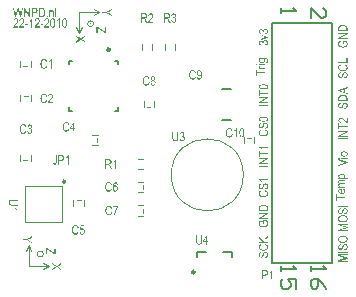
<source format=gto>
%FSLAX44Y44*%
%MOMM*%
G71*
G01*
G75*
%ADD10R,0.7000X1.0000*%
%ADD11R,0.6000X1.8000*%
%ADD12R,1.5000X2.8000*%
%ADD13R,1.0000X0.7000*%
%ADD14R,0.5700X0.5700*%
%ADD15R,0.4700X0.6700*%
%ADD16R,0.6700X0.5500*%
%ADD17O,0.3000X0.9000*%
%ADD18O,0.9000X0.3000*%
%ADD19R,2.3000X2.3000*%
%ADD20R,0.2000X0.6000*%
%ADD21R,1.0000X0.3000*%
%ADD22R,0.9000X0.3200*%
%ADD23R,0.3000X0.9000*%
%ADD24C,0.2000*%
%ADD25R,1.5000X1.5000*%
%ADD26C,1.5000*%
%ADD27C,5.0000*%
%ADD28C,1.0000*%
%ADD29C,0.2500*%
%ADD30C,0.1000*%
%ADD31C,0.2540*%
%ADD32C,0.0010*%
%ADD33C,0.2032*%
G36*
X2068312Y273353D02*
X2061709D01*
X2068312Y271468D01*
Y270697D01*
X2061595Y268823D01*
X2068312D01*
Y268000D01*
X2060408D01*
Y269281D01*
X2066010Y270822D01*
X2067177Y271124D01*
X2067156Y271135D01*
X2067094Y271145D01*
X2067000Y271176D01*
X2066854Y271208D01*
X2066677Y271260D01*
X2066458Y271322D01*
X2066208Y271385D01*
X2065917Y271468D01*
X2060408Y273020D01*
Y274175D01*
X2068312D01*
Y273353D01*
D02*
G37*
G36*
Y275727D02*
X2060408D01*
Y276581D01*
X2068312D01*
Y275727D01*
D02*
G37*
G36*
X1998728Y260894D02*
X1998916Y260883D01*
X1999124Y260863D01*
X1999343Y260842D01*
X1999541Y260800D01*
X1999624Y260779D01*
X1999707Y260748D01*
X1999718D01*
X1999728Y260738D01*
X1999759Y260727D01*
X1999801Y260706D01*
X1999905Y260654D01*
X2000030Y260571D01*
X2000176Y260467D01*
X2000322Y260342D01*
X2000468Y260175D01*
X2000603Y259988D01*
Y259977D01*
X2000613Y259967D01*
X2000634Y259936D01*
X2000655Y259894D01*
X2000686Y259832D01*
X2000707Y259769D01*
X2000780Y259613D01*
X2000842Y259415D01*
X2000895Y259175D01*
X2000936Y258915D01*
X2000947Y258624D01*
Y258613D01*
Y258571D01*
Y258519D01*
X2000936Y258447D01*
X2000926Y258353D01*
X2000915Y258249D01*
X2000905Y258134D01*
X2000874Y257999D01*
X2000811Y257728D01*
X2000717Y257436D01*
X2000655Y257291D01*
X2000582Y257145D01*
X2000488Y257009D01*
X2000395Y256874D01*
X2000384Y256864D01*
X2000374Y256843D01*
X2000332Y256812D01*
X2000291Y256770D01*
X2000228Y256718D01*
X2000155Y256666D01*
X2000061Y256603D01*
X1999957Y256541D01*
X1999832Y256478D01*
X1999697Y256416D01*
X1999541Y256364D01*
X1999374Y256312D01*
X1999187Y256270D01*
X1998978Y256239D01*
X1998749Y256218D01*
X1998510Y256208D01*
X1996854D01*
Y253000D01*
X1996000D01*
Y260904D01*
X1998645D01*
X1998728Y260894D01*
D02*
G37*
G36*
X2004696Y253000D02*
X2003904D01*
Y259186D01*
X2003894Y259175D01*
X2003852Y259134D01*
X2003790Y259061D01*
X2003706Y258978D01*
X2003602Y258874D01*
X2003467Y258759D01*
X2003321Y258634D01*
X2003154Y258509D01*
X2003134Y258499D01*
X2003082Y258457D01*
X2002988Y258395D01*
X2002873Y258322D01*
X2002748Y258238D01*
X2002603Y258155D01*
X2002457Y258082D01*
X2002311Y258009D01*
Y258946D01*
X2002321D01*
X2002342Y258967D01*
X2002373Y258988D01*
X2002425Y259009D01*
X2002478Y259051D01*
X2002540Y259092D01*
X2002707Y259207D01*
X2002884Y259332D01*
X2003071Y259488D01*
X2003269Y259665D01*
X2003467Y259863D01*
X2003477Y259873D01*
X2003488Y259884D01*
X2003519Y259915D01*
X2003550Y259957D01*
X2003644Y260061D01*
X2003748Y260207D01*
X2003863Y260363D01*
X2003977Y260550D01*
X2004092Y260738D01*
X2004175Y260935D01*
X2004696D01*
Y253000D01*
D02*
G37*
G36*
X2068312Y299246D02*
X2061709D01*
X2068312Y297361D01*
Y296590D01*
X2061595Y294715D01*
X2068312D01*
Y293893D01*
X2060408D01*
Y295174D01*
X2066010Y296715D01*
X2067177Y297017D01*
X2067156Y297027D01*
X2067094Y297038D01*
X2067000Y297069D01*
X2066854Y297100D01*
X2066677Y297152D01*
X2066458Y297215D01*
X2066208Y297277D01*
X2065917Y297361D01*
X2060408Y298912D01*
Y300068D01*
X2068312D01*
Y299246D01*
D02*
G37*
G36*
X2064667Y307400D02*
X2064813Y307389D01*
X2064990Y307369D01*
X2065177Y307348D01*
X2065386Y307306D01*
X2065615Y307264D01*
X2065844Y307212D01*
X2066083Y307150D01*
X2066323Y307077D01*
X2066562Y306983D01*
X2066792Y306869D01*
X2067021Y306754D01*
X2067239Y306608D01*
X2067250Y306598D01*
X2067291Y306567D01*
X2067354Y306515D01*
X2067427Y306452D01*
X2067520Y306358D01*
X2067625Y306254D01*
X2067729Y306129D01*
X2067843Y305994D01*
X2067958Y305838D01*
X2068062Y305661D01*
X2068166Y305473D01*
X2068260Y305265D01*
X2068333Y305046D01*
X2068395Y304817D01*
X2068437Y304567D01*
X2068447Y304307D01*
Y304286D01*
Y304244D01*
X2068437Y304172D01*
X2068427Y304067D01*
X2068406Y303942D01*
X2068385Y303807D01*
X2068343Y303651D01*
X2068291Y303484D01*
X2068229Y303297D01*
X2068145Y303109D01*
X2068041Y302922D01*
X2067916Y302734D01*
X2067781Y302537D01*
X2067614Y302349D01*
X2067416Y302172D01*
X2067198Y302005D01*
X2067187Y301995D01*
X2067146Y301974D01*
X2067083Y301932D01*
X2067000Y301880D01*
X2066885Y301818D01*
X2066760Y301755D01*
X2066604Y301682D01*
X2066438Y301610D01*
X2066240Y301537D01*
X2066042Y301464D01*
X2065813Y301401D01*
X2065573Y301339D01*
X2065313Y301287D01*
X2065042Y301245D01*
X2064761Y301224D01*
X2064469Y301214D01*
X2064375D01*
X2064271Y301224D01*
X2064136D01*
X2063969Y301245D01*
X2063772Y301266D01*
X2063553Y301287D01*
X2063324Y301328D01*
X2063074Y301370D01*
X2062824Y301433D01*
X2062563Y301506D01*
X2062303Y301589D01*
X2062053Y301693D01*
X2061814Y301807D01*
X2061574Y301943D01*
X2061366Y302099D01*
X2061355Y302110D01*
X2061314Y302141D01*
X2061262Y302193D01*
X2061199Y302255D01*
X2061116Y302349D01*
X2061022Y302453D01*
X2060918Y302568D01*
X2060814Y302714D01*
X2060720Y302859D01*
X2060616Y303026D01*
X2060522Y303213D01*
X2060439Y303411D01*
X2060376Y303619D01*
X2060314Y303838D01*
X2060283Y304078D01*
X2060272Y304317D01*
Y304328D01*
Y304359D01*
Y304401D01*
X2060283Y304463D01*
Y304536D01*
X2060293Y304630D01*
X2060314Y304723D01*
X2060335Y304827D01*
X2060387Y305067D01*
X2060481Y305327D01*
X2060595Y305598D01*
X2060679Y305734D01*
X2060762Y305869D01*
X2060772Y305879D01*
X2060783Y305900D01*
X2060814Y305942D01*
X2060856Y305984D01*
X2060908Y306046D01*
X2060970Y306119D01*
X2061043Y306192D01*
X2061126Y306275D01*
X2061220Y306358D01*
X2061324Y306452D01*
X2061439Y306546D01*
X2061564Y306640D01*
X2061699Y306733D01*
X2061855Y306827D01*
X2062178Y306994D01*
X2062189D01*
X2062220Y307015D01*
X2062272Y307035D01*
X2062345Y307056D01*
X2062428Y307087D01*
X2062532Y307129D01*
X2062657Y307160D01*
X2062793Y307202D01*
X2062949Y307244D01*
X2063115Y307275D01*
X2063303Y307316D01*
X2063490Y307348D01*
X2063699Y307369D01*
X2063917Y307389D01*
X2064375Y307410D01*
X2064542D01*
X2064667Y307400D01*
D02*
G37*
G36*
X2066250Y282944D02*
X2066323Y282934D01*
X2066490Y282913D01*
X2066677Y282871D01*
X2066885Y282819D01*
X2067104Y282736D01*
X2067323Y282632D01*
X2067333D01*
X2067343Y282621D01*
X2067375Y282600D01*
X2067416Y282569D01*
X2067510Y282496D01*
X2067635Y282403D01*
X2067770Y282278D01*
X2067906Y282132D01*
X2068041Y281955D01*
X2068166Y281757D01*
Y281747D01*
X2068177Y281736D01*
X2068187Y281705D01*
X2068208Y281663D01*
X2068229Y281611D01*
X2068260Y281549D01*
X2068302Y281392D01*
X2068354Y281194D01*
X2068406Y280976D01*
X2068437Y280726D01*
X2068447Y280445D01*
Y280434D01*
Y280393D01*
Y280330D01*
X2068437Y280247D01*
X2068427Y280143D01*
X2068406Y280028D01*
X2068385Y279893D01*
X2068354Y279747D01*
X2068322Y279601D01*
X2068270Y279445D01*
X2068218Y279289D01*
X2068145Y279122D01*
X2068062Y278966D01*
X2067968Y278810D01*
X2067854Y278654D01*
X2067729Y278518D01*
X2067718Y278508D01*
X2067697Y278487D01*
X2067656Y278456D01*
X2067593Y278404D01*
X2067520Y278351D01*
X2067427Y278289D01*
X2067323Y278227D01*
X2067208Y278164D01*
X2067073Y278091D01*
X2066927Y278029D01*
X2066760Y277966D01*
X2066583Y277914D01*
X2066396Y277862D01*
X2066198Y277831D01*
X2065979Y277800D01*
X2065750Y277789D01*
X2065677Y278601D01*
X2065708D01*
X2065740Y278612D01*
X2065781D01*
X2065906Y278633D01*
X2066052Y278664D01*
X2066219Y278706D01*
X2066385Y278747D01*
X2066552Y278820D01*
X2066698Y278893D01*
X2066719Y278904D01*
X2066760Y278935D01*
X2066823Y278987D01*
X2066906Y279060D01*
X2067000Y279153D01*
X2067094Y279258D01*
X2067198Y279393D01*
X2067281Y279539D01*
X2067291Y279559D01*
X2067312Y279612D01*
X2067354Y279705D01*
X2067385Y279820D01*
X2067427Y279966D01*
X2067468Y280132D01*
X2067489Y280309D01*
X2067500Y280507D01*
Y280518D01*
Y280539D01*
Y280580D01*
X2067489Y280632D01*
Y280695D01*
X2067479Y280768D01*
X2067458Y280945D01*
X2067406Y281132D01*
X2067343Y281330D01*
X2067260Y281517D01*
X2067135Y281694D01*
X2067114Y281715D01*
X2067062Y281757D01*
X2066989Y281830D01*
X2066875Y281913D01*
X2066729Y281986D01*
X2066573Y282059D01*
X2066375Y282101D01*
X2066167Y282121D01*
X2066104D01*
X2066042Y282111D01*
X2065958Y282101D01*
X2065865Y282080D01*
X2065760Y282059D01*
X2065656Y282017D01*
X2065552Y281965D01*
X2065542Y281955D01*
X2065511Y281934D01*
X2065459Y281903D01*
X2065396Y281851D01*
X2065334Y281778D01*
X2065261Y281705D01*
X2065188Y281611D01*
X2065125Y281497D01*
X2065115Y281486D01*
X2065094Y281434D01*
X2065073Y281392D01*
X2065052Y281340D01*
X2065032Y281288D01*
X2065000Y281215D01*
X2064969Y281132D01*
X2064938Y281028D01*
X2064896Y280924D01*
X2064854Y280799D01*
X2064813Y280663D01*
X2064761Y280507D01*
X2064709Y280341D01*
X2064657Y280153D01*
Y280143D01*
X2064646Y280112D01*
X2064625Y280070D01*
X2064605Y280007D01*
X2064584Y279924D01*
X2064552Y279841D01*
X2064490Y279643D01*
X2064407Y279435D01*
X2064313Y279216D01*
X2064219Y279018D01*
X2064167Y278935D01*
X2064115Y278851D01*
X2064105Y278831D01*
X2064063Y278789D01*
X2064001Y278716D01*
X2063917Y278633D01*
X2063824Y278539D01*
X2063699Y278435D01*
X2063563Y278341D01*
X2063417Y278247D01*
X2063397Y278237D01*
X2063345Y278216D01*
X2063251Y278185D01*
X2063136Y278143D01*
X2062990Y278102D01*
X2062834Y278070D01*
X2062657Y278050D01*
X2062459Y278039D01*
X2062366D01*
X2062303Y278050D01*
X2062220Y278060D01*
X2062116Y278070D01*
X2062012Y278091D01*
X2061897Y278112D01*
X2061647Y278185D01*
X2061522Y278237D01*
X2061387Y278299D01*
X2061251Y278372D01*
X2061126Y278456D01*
X2061001Y278549D01*
X2060887Y278654D01*
X2060876Y278664D01*
X2060856Y278685D01*
X2060835Y278716D01*
X2060793Y278768D01*
X2060741Y278831D01*
X2060689Y278904D01*
X2060637Y278997D01*
X2060574Y279101D01*
X2060522Y279216D01*
X2060470Y279341D01*
X2060418Y279476D01*
X2060366Y279622D01*
X2060324Y279789D01*
X2060304Y279955D01*
X2060283Y280143D01*
X2060272Y280330D01*
Y280341D01*
Y280361D01*
Y280403D01*
Y280455D01*
X2060283Y280518D01*
Y280590D01*
X2060304Y280757D01*
X2060345Y280955D01*
X2060397Y281163D01*
X2060470Y281382D01*
X2060564Y281590D01*
Y281601D01*
X2060574Y281611D01*
X2060616Y281684D01*
X2060679Y281778D01*
X2060772Y281903D01*
X2060887Y282028D01*
X2061033Y282174D01*
X2061199Y282309D01*
X2061387Y282423D01*
X2061397D01*
X2061407Y282434D01*
X2061439Y282455D01*
X2061480Y282475D01*
X2061532Y282496D01*
X2061595Y282517D01*
X2061741Y282580D01*
X2061928Y282642D01*
X2062137Y282694D01*
X2062376Y282736D01*
X2062636Y282757D01*
X2062709Y281944D01*
X2062678D01*
X2062636Y281934D01*
X2062584Y281924D01*
X2062522Y281913D01*
X2062449Y281903D01*
X2062282Y281861D01*
X2062095Y281798D01*
X2061907Y281715D01*
X2061730Y281611D01*
X2061574Y281476D01*
X2061553Y281455D01*
X2061512Y281403D01*
X2061460Y281309D01*
X2061387Y281184D01*
X2061314Y281028D01*
X2061262Y280840D01*
X2061220Y280611D01*
X2061199Y280361D01*
Y280351D01*
Y280330D01*
Y280289D01*
Y280236D01*
X2061210Y280174D01*
X2061220Y280112D01*
X2061241Y279945D01*
X2061283Y279757D01*
X2061335Y279580D01*
X2061418Y279393D01*
X2061532Y279237D01*
X2061543Y279216D01*
X2061595Y279174D01*
X2061657Y279122D01*
X2061762Y279049D01*
X2061876Y278976D01*
X2062022Y278924D01*
X2062189Y278883D01*
X2062376Y278862D01*
X2062449D01*
X2062543Y278872D01*
X2062647Y278893D01*
X2062761Y278924D01*
X2062886Y278976D01*
X2063001Y279039D01*
X2063115Y279133D01*
X2063126Y279143D01*
X2063157Y279195D01*
X2063209Y279278D01*
X2063240Y279330D01*
X2063282Y279393D01*
X2063313Y279476D01*
X2063355Y279570D01*
X2063407Y279674D01*
X2063449Y279789D01*
X2063501Y279914D01*
X2063542Y280070D01*
X2063594Y280226D01*
X2063647Y280403D01*
Y280413D01*
X2063657Y280445D01*
X2063667Y280497D01*
X2063688Y280559D01*
X2063709Y280632D01*
X2063740Y280726D01*
X2063803Y280934D01*
X2063876Y281153D01*
X2063949Y281372D01*
X2064032Y281580D01*
X2064063Y281663D01*
X2064105Y281747D01*
Y281757D01*
X2064115Y281778D01*
X2064136Y281798D01*
X2064157Y281840D01*
X2064230Y281955D01*
X2064313Y282080D01*
X2064438Y282225D01*
X2064573Y282371D01*
X2064730Y282517D01*
X2064907Y282642D01*
X2064917D01*
X2064927Y282652D01*
X2064959Y282673D01*
X2064990Y282694D01*
X2065094Y282746D01*
X2065240Y282798D01*
X2065406Y282861D01*
X2065604Y282902D01*
X2065823Y282944D01*
X2066073Y282955D01*
X2066187D01*
X2066250Y282944D01*
D02*
G37*
G36*
X2064667Y290067D02*
X2064813Y290057D01*
X2064990Y290036D01*
X2065177Y290015D01*
X2065386Y289974D01*
X2065615Y289932D01*
X2065844Y289880D01*
X2066083Y289817D01*
X2066323Y289744D01*
X2066562Y289651D01*
X2066792Y289536D01*
X2067021Y289422D01*
X2067239Y289276D01*
X2067250Y289265D01*
X2067291Y289234D01*
X2067354Y289182D01*
X2067427Y289120D01*
X2067520Y289026D01*
X2067625Y288922D01*
X2067729Y288797D01*
X2067843Y288661D01*
X2067958Y288505D01*
X2068062Y288328D01*
X2068166Y288141D01*
X2068260Y287932D01*
X2068333Y287714D01*
X2068395Y287485D01*
X2068437Y287235D01*
X2068447Y286974D01*
Y286954D01*
Y286912D01*
X2068437Y286839D01*
X2068427Y286735D01*
X2068406Y286610D01*
X2068385Y286474D01*
X2068343Y286318D01*
X2068291Y286152D01*
X2068229Y285964D01*
X2068145Y285777D01*
X2068041Y285589D01*
X2067916Y285402D01*
X2067781Y285204D01*
X2067614Y285016D01*
X2067416Y284839D01*
X2067198Y284673D01*
X2067187Y284662D01*
X2067146Y284642D01*
X2067083Y284600D01*
X2067000Y284548D01*
X2066885Y284485D01*
X2066760Y284423D01*
X2066604Y284350D01*
X2066437Y284277D01*
X2066240Y284204D01*
X2066042Y284131D01*
X2065813Y284069D01*
X2065573Y284006D01*
X2065313Y283954D01*
X2065042Y283913D01*
X2064761Y283892D01*
X2064469Y283881D01*
X2064375D01*
X2064271Y283892D01*
X2064136D01*
X2063969Y283913D01*
X2063772Y283933D01*
X2063553Y283954D01*
X2063324Y283996D01*
X2063074Y284038D01*
X2062824Y284100D01*
X2062563Y284173D01*
X2062303Y284256D01*
X2062053Y284360D01*
X2061814Y284475D01*
X2061574Y284610D01*
X2061366Y284767D01*
X2061355Y284777D01*
X2061314Y284808D01*
X2061262Y284860D01*
X2061199Y284923D01*
X2061116Y285016D01*
X2061022Y285121D01*
X2060918Y285235D01*
X2060814Y285381D01*
X2060720Y285527D01*
X2060616Y285693D01*
X2060522Y285881D01*
X2060439Y286079D01*
X2060376Y286287D01*
X2060314Y286506D01*
X2060283Y286745D01*
X2060272Y286985D01*
Y286995D01*
Y287026D01*
Y287068D01*
X2060283Y287131D01*
Y287203D01*
X2060293Y287297D01*
X2060314Y287391D01*
X2060335Y287495D01*
X2060387Y287735D01*
X2060481Y287995D01*
X2060595Y288266D01*
X2060679Y288401D01*
X2060762Y288536D01*
X2060772Y288547D01*
X2060783Y288568D01*
X2060814Y288609D01*
X2060856Y288651D01*
X2060908Y288713D01*
X2060970Y288786D01*
X2061043Y288859D01*
X2061126Y288943D01*
X2061220Y289026D01*
X2061324Y289120D01*
X2061439Y289213D01*
X2061564Y289307D01*
X2061699Y289401D01*
X2061855Y289494D01*
X2062178Y289661D01*
X2062189D01*
X2062220Y289682D01*
X2062272Y289703D01*
X2062345Y289724D01*
X2062428Y289755D01*
X2062532Y289797D01*
X2062657Y289828D01*
X2062793Y289869D01*
X2062949Y289911D01*
X2063115Y289942D01*
X2063303Y289984D01*
X2063490Y290015D01*
X2063699Y290036D01*
X2063917Y290057D01*
X2064375Y290078D01*
X2064542D01*
X2064667Y290067D01*
D02*
G37*
G36*
X1974706Y373250D02*
X1973914D01*
Y379436D01*
X1973904Y379426D01*
X1973862Y379384D01*
X1973800Y379311D01*
X1973717Y379228D01*
X1973612Y379123D01*
X1973477Y379009D01*
X1973331Y378884D01*
X1973165Y378759D01*
X1973144Y378749D01*
X1973092Y378707D01*
X1972998Y378644D01*
X1972883Y378572D01*
X1972758Y378488D01*
X1972613Y378405D01*
X1972467Y378332D01*
X1972321Y378259D01*
Y379196D01*
X1972332D01*
X1972352Y379217D01*
X1972384Y379238D01*
X1972436Y379259D01*
X1972488Y379300D01*
X1972550Y379342D01*
X1972717Y379457D01*
X1972894Y379582D01*
X1973081Y379738D01*
X1973279Y379915D01*
X1973477Y380113D01*
X1973488Y380123D01*
X1973498Y380134D01*
X1973529Y380165D01*
X1973560Y380207D01*
X1973654Y380311D01*
X1973758Y380457D01*
X1973873Y380613D01*
X1973987Y380800D01*
X1974102Y380988D01*
X1974185Y381185D01*
X1974706D01*
Y373250D01*
D02*
G37*
G36*
X1968468Y381279D02*
X1968551Y381269D01*
X1968645Y381258D01*
X1968749Y381237D01*
X1968864Y381217D01*
X1969114Y381144D01*
X1969249Y381102D01*
X1969384Y381040D01*
X1969530Y380967D01*
X1969666Y380894D01*
X1969801Y380800D01*
X1969926Y380696D01*
X1969936Y380686D01*
X1969957Y380665D01*
X1969988Y380634D01*
X1970040Y380592D01*
X1970092Y380529D01*
X1970155Y380457D01*
X1970228Y380363D01*
X1970301Y380269D01*
X1970374Y380154D01*
X1970457Y380019D01*
X1970530Y379884D01*
X1970613Y379728D01*
X1970686Y379561D01*
X1970759Y379384D01*
X1970822Y379196D01*
X1970874Y378988D01*
X1970030Y378749D01*
Y378769D01*
X1970009Y378821D01*
X1969978Y378905D01*
X1969947Y379009D01*
X1969884Y379134D01*
X1969822Y379269D01*
X1969738Y379415D01*
X1969645Y379571D01*
X1969541Y379728D01*
X1969416Y379873D01*
X1969270Y380009D01*
X1969114Y380134D01*
X1968936Y380238D01*
X1968739Y380321D01*
X1968530Y380373D01*
X1968291Y380394D01*
X1968187D01*
X1968062Y380373D01*
X1967906Y380352D01*
X1967728Y380311D01*
X1967541Y380259D01*
X1967354Y380175D01*
X1967166Y380061D01*
X1967145Y380050D01*
X1967093Y379998D01*
X1967000Y379915D01*
X1966895Y379811D01*
X1966781Y379665D01*
X1966656Y379478D01*
X1966531Y379269D01*
X1966416Y379019D01*
Y379009D01*
X1966406Y378988D01*
X1966396Y378946D01*
X1966375Y378894D01*
X1966354Y378821D01*
X1966323Y378738D01*
X1966302Y378644D01*
X1966281Y378540D01*
X1966250Y378415D01*
X1966229Y378280D01*
X1966198Y378134D01*
X1966177Y377978D01*
X1966166Y377811D01*
X1966146Y377634D01*
X1966135Y377249D01*
Y377228D01*
Y377176D01*
Y377093D01*
X1966146Y376978D01*
X1966156Y376843D01*
X1966166Y376697D01*
X1966187Y376520D01*
X1966208Y376333D01*
X1966271Y375937D01*
X1966375Y375541D01*
X1966437Y375343D01*
X1966510Y375145D01*
X1966604Y374979D01*
X1966698Y374812D01*
X1966708Y374802D01*
X1966729Y374781D01*
X1966760Y374739D01*
X1966802Y374687D01*
X1966864Y374625D01*
X1966927Y374562D01*
X1967010Y374489D01*
X1967104Y374416D01*
X1967208Y374333D01*
X1967322Y374260D01*
X1967447Y374198D01*
X1967583Y374135D01*
X1967728Y374083D01*
X1967885Y374041D01*
X1968041Y374021D01*
X1968218Y374010D01*
X1968291D01*
X1968333Y374021D01*
X1968395D01*
X1968468Y374041D01*
X1968634Y374073D01*
X1968822Y374135D01*
X1969020Y374218D01*
X1969228Y374343D01*
X1969332Y374416D01*
X1969426Y374500D01*
X1969436Y374510D01*
X1969447Y374520D01*
X1969478Y374552D01*
X1969509Y374593D01*
X1969551Y374646D01*
X1969593Y374708D01*
X1969645Y374791D01*
X1969707Y374875D01*
X1969759Y374979D01*
X1969822Y375093D01*
X1969874Y375218D01*
X1969936Y375354D01*
X1969988Y375499D01*
X1970030Y375666D01*
X1970072Y375833D01*
X1970113Y376020D01*
X1970978Y375760D01*
Y375749D01*
X1970967Y375697D01*
X1970947Y375635D01*
X1970926Y375541D01*
X1970884Y375426D01*
X1970853Y375302D01*
X1970801Y375156D01*
X1970738Y375010D01*
X1970603Y374677D01*
X1970426Y374354D01*
X1970217Y374031D01*
X1970092Y373896D01*
X1969967Y373760D01*
X1969957Y373750D01*
X1969936Y373729D01*
X1969895Y373698D01*
X1969843Y373656D01*
X1969770Y373615D01*
X1969686Y373552D01*
X1969593Y373500D01*
X1969489Y373438D01*
X1969364Y373375D01*
X1969239Y373323D01*
X1969093Y373260D01*
X1968936Y373219D01*
X1968780Y373177D01*
X1968603Y373146D01*
X1968426Y373125D01*
X1968239Y373115D01*
X1968156D01*
X1968083Y373125D01*
X1968010D01*
X1967916Y373135D01*
X1967822Y373156D01*
X1967708Y373167D01*
X1967468Y373219D01*
X1967208Y373302D01*
X1966947Y373406D01*
X1966698Y373552D01*
X1966687Y373562D01*
X1966666Y373573D01*
X1966635Y373604D01*
X1966593Y373635D01*
X1966541Y373687D01*
X1966479Y373740D01*
X1966406Y373812D01*
X1966333Y373896D01*
X1966250Y373989D01*
X1966166Y374083D01*
X1966083Y374208D01*
X1965989Y374333D01*
X1965906Y374468D01*
X1965823Y374625D01*
X1965739Y374781D01*
X1965656Y374958D01*
Y374968D01*
X1965635Y375000D01*
X1965614Y375052D01*
X1965594Y375135D01*
X1965562Y375218D01*
X1965531Y375333D01*
X1965490Y375458D01*
X1965458Y375604D01*
X1965417Y375770D01*
X1965375Y375947D01*
X1965344Y376135D01*
X1965312Y376333D01*
X1965292Y376551D01*
X1965271Y376770D01*
X1965250Y377249D01*
Y377259D01*
Y377312D01*
Y377374D01*
X1965260Y377468D01*
Y377582D01*
X1965271Y377707D01*
X1965281Y377853D01*
X1965302Y378009D01*
X1965323Y378186D01*
X1965354Y378363D01*
X1965417Y378728D01*
X1965521Y379103D01*
X1965656Y379457D01*
Y379467D01*
X1965677Y379498D01*
X1965698Y379540D01*
X1965729Y379603D01*
X1965771Y379686D01*
X1965823Y379769D01*
X1965948Y379967D01*
X1966104Y380186D01*
X1966291Y380415D01*
X1966510Y380634D01*
X1966625Y380727D01*
X1966750Y380821D01*
X1966760Y380831D01*
X1966781Y380842D01*
X1966823Y380863D01*
X1966875Y380894D01*
X1966937Y380925D01*
X1967020Y380967D01*
X1967104Y381008D01*
X1967208Y381060D01*
X1967437Y381144D01*
X1967708Y381217D01*
X1967999Y381269D01*
X1968156Y381290D01*
X1968405D01*
X1968468Y381279D01*
D02*
G37*
G36*
X1928362Y377925D02*
X1928425Y377915D01*
X1928508Y377904D01*
X1928696Y377863D01*
X1928904Y377790D01*
X1929133Y377686D01*
X1929237Y377623D01*
X1929352Y377550D01*
X1929466Y377456D01*
X1929570Y377352D01*
X1929581Y377342D01*
X1929591Y377321D01*
X1929622Y377290D01*
X1929654Y377248D01*
X1929695Y377186D01*
X1929747Y377123D01*
X1929800Y377040D01*
X1929852Y376946D01*
X1929945Y376738D01*
X1930039Y376488D01*
X1930102Y376196D01*
X1930112Y376050D01*
X1930122Y375884D01*
Y375873D01*
Y375863D01*
Y375832D01*
Y375790D01*
X1930112Y375686D01*
X1930091Y375561D01*
X1930060Y375415D01*
X1930018Y375249D01*
X1929966Y375082D01*
X1929883Y374926D01*
X1929872Y374905D01*
X1929841Y374863D01*
X1929789Y374780D01*
X1929716Y374697D01*
X1929622Y374593D01*
X1929518Y374478D01*
X1929383Y374374D01*
X1929237Y374280D01*
X1929258D01*
X1929300Y374259D01*
X1929373Y374228D01*
X1929466Y374197D01*
X1929560Y374145D01*
X1929664Y374082D01*
X1929779Y373999D01*
X1929872Y373916D01*
X1929883Y373905D01*
X1929914Y373874D01*
X1929956Y373822D01*
X1930018Y373749D01*
X1930081Y373655D01*
X1930154Y373541D01*
X1930216Y373405D01*
X1930279Y373260D01*
X1930289Y373239D01*
X1930299Y373187D01*
X1930331Y373103D01*
X1930362Y372989D01*
X1930383Y372853D01*
X1930414Y372697D01*
X1930424Y372520D01*
X1930435Y372333D01*
Y372322D01*
Y372281D01*
Y372229D01*
X1930424Y372156D01*
X1930414Y372062D01*
X1930404Y371947D01*
X1930383Y371833D01*
X1930352Y371698D01*
X1930279Y371416D01*
X1930226Y371270D01*
X1930164Y371125D01*
X1930091Y370969D01*
X1929997Y370823D01*
X1929904Y370687D01*
X1929789Y370552D01*
X1929779Y370541D01*
X1929758Y370521D01*
X1929727Y370490D01*
X1929675Y370448D01*
X1929612Y370396D01*
X1929539Y370333D01*
X1929456Y370271D01*
X1929352Y370208D01*
X1929133Y370083D01*
X1928873Y369969D01*
X1928727Y369927D01*
X1928581Y369896D01*
X1928425Y369875D01*
X1928258Y369865D01*
X1928175D01*
X1928123Y369875D01*
X1928050Y369885D01*
X1927967Y369896D01*
X1927769Y369938D01*
X1927550Y370010D01*
X1927425Y370062D01*
X1927311Y370125D01*
X1927186Y370187D01*
X1927071Y370271D01*
X1926956Y370364D01*
X1926842Y370469D01*
X1926832Y370479D01*
X1926821Y370500D01*
X1926790Y370531D01*
X1926748Y370583D01*
X1926707Y370635D01*
X1926655Y370719D01*
X1926602Y370802D01*
X1926550Y370896D01*
X1926488Y371010D01*
X1926436Y371135D01*
X1926384Y371260D01*
X1926332Y371406D01*
X1926280Y371562D01*
X1926248Y371729D01*
X1926217Y371906D01*
X1926196Y372093D01*
X1926988Y372218D01*
Y372197D01*
X1926998Y372156D01*
X1927019Y372072D01*
X1927040Y371979D01*
X1927071Y371854D01*
X1927113Y371729D01*
X1927175Y371583D01*
X1927238Y371447D01*
X1927311Y371302D01*
X1927394Y371156D01*
X1927498Y371031D01*
X1927613Y370906D01*
X1927748Y370812D01*
X1927894Y370729D01*
X1928060Y370687D01*
X1928237Y370667D01*
X1928289D01*
X1928331Y370677D01*
X1928435Y370687D01*
X1928560Y370729D01*
X1928716Y370781D01*
X1928873Y370864D01*
X1929029Y370979D01*
X1929112Y371041D01*
X1929185Y371125D01*
Y371135D01*
X1929206Y371146D01*
X1929248Y371208D01*
X1929310Y371312D01*
X1929393Y371447D01*
X1929466Y371614D01*
X1929529Y371822D01*
X1929570Y372052D01*
X1929591Y372312D01*
Y372322D01*
Y372343D01*
Y372374D01*
X1929581Y372426D01*
Y372489D01*
X1929570Y372551D01*
X1929550Y372718D01*
X1929498Y372895D01*
X1929435Y373072D01*
X1929341Y373260D01*
X1929216Y373426D01*
X1929196Y373447D01*
X1929154Y373489D01*
X1929071Y373562D01*
X1928966Y373645D01*
X1928842Y373718D01*
X1928685Y373791D01*
X1928508Y373832D01*
X1928321Y373853D01*
X1928279D01*
X1928227Y373843D01*
X1928165D01*
X1928081Y373822D01*
X1927988Y373801D01*
X1927883Y373780D01*
X1927758Y373739D01*
X1927852Y374593D01*
X1927977Y374572D01*
X1928029D01*
X1928071Y374582D01*
X1928185Y374593D01*
X1928321Y374613D01*
X1928467Y374665D01*
X1928623Y374728D01*
X1928789Y374811D01*
X1928935Y374936D01*
X1928956Y374957D01*
X1928998Y374999D01*
X1929050Y375082D01*
X1929123Y375197D01*
X1929196Y375332D01*
X1929248Y375499D01*
X1929289Y375686D01*
X1929310Y375905D01*
Y375915D01*
Y375926D01*
Y375957D01*
Y375998D01*
X1929289Y376092D01*
X1929268Y376228D01*
X1929237Y376363D01*
X1929175Y376509D01*
X1929102Y376655D01*
X1928998Y376790D01*
X1928987Y376800D01*
X1928946Y376842D01*
X1928873Y376894D01*
X1928789Y376967D01*
X1928675Y377029D01*
X1928550Y377081D01*
X1928404Y377123D01*
X1928248Y377134D01*
X1928175D01*
X1928081Y377113D01*
X1927977Y377092D01*
X1927852Y377050D01*
X1927727Y376988D01*
X1927592Y376894D01*
X1927467Y376780D01*
X1927456Y376759D01*
X1927415Y376717D01*
X1927363Y376634D01*
X1927300Y376509D01*
X1927238Y376363D01*
X1927165Y376175D01*
X1927113Y375957D01*
X1927071Y375707D01*
X1926280Y375884D01*
Y375894D01*
X1926290Y375926D01*
X1926301Y375978D01*
X1926311Y376050D01*
X1926332Y376134D01*
X1926353Y376228D01*
X1926384Y376342D01*
X1926415Y376457D01*
X1926509Y376707D01*
X1926623Y376956D01*
X1926769Y377196D01*
X1926852Y377311D01*
X1926946Y377415D01*
X1926956Y377425D01*
X1926967Y377436D01*
X1926998Y377467D01*
X1927040Y377498D01*
X1927092Y377540D01*
X1927154Y377581D01*
X1927311Y377675D01*
X1927488Y377769D01*
X1927706Y377852D01*
X1927956Y377915D01*
X1928092Y377925D01*
X1928227Y377935D01*
X1928300D01*
X1928362Y377925D01*
D02*
G37*
G36*
X1979017Y381175D02*
X1979090Y381165D01*
X1979184Y381144D01*
X1979392Y381081D01*
X1979496Y381040D01*
X1979621Y380988D01*
X1979746Y380915D01*
X1979861Y380831D01*
X1979986Y380738D01*
X1980100Y380623D01*
X1980215Y380498D01*
X1980319Y380352D01*
X1980329Y380342D01*
X1980350Y380300D01*
X1980381Y380248D01*
X1980423Y380165D01*
X1980465Y380050D01*
X1980527Y379915D01*
X1980579Y379759D01*
X1980642Y379571D01*
X1980704Y379363D01*
X1980756Y379123D01*
X1980819Y378863D01*
X1980861Y378572D01*
X1980902Y378259D01*
X1980934Y377915D01*
X1980954Y377541D01*
X1980965Y377145D01*
Y377134D01*
Y377124D01*
Y377093D01*
Y377062D01*
Y376957D01*
X1980954Y376822D01*
X1980944Y376655D01*
X1980934Y376468D01*
X1980923Y376249D01*
X1980902Y376031D01*
X1980871Y375791D01*
X1980829Y375541D01*
X1980736Y375041D01*
X1980673Y374791D01*
X1980600Y374562D01*
X1980517Y374343D01*
X1980423Y374135D01*
X1980413Y374125D01*
X1980402Y374094D01*
X1980371Y374041D01*
X1980319Y373979D01*
X1980267Y373896D01*
X1980204Y373812D01*
X1980121Y373719D01*
X1980027Y373625D01*
X1979923Y373531D01*
X1979809Y373438D01*
X1979673Y373354D01*
X1979528Y373271D01*
X1979382Y373208D01*
X1979215Y373156D01*
X1979028Y373125D01*
X1978840Y373115D01*
X1978799D01*
X1978757Y373125D01*
X1978684D01*
X1978611Y373146D01*
X1978517Y373167D01*
X1978413Y373187D01*
X1978309Y373229D01*
X1978195Y373271D01*
X1978070Y373333D01*
X1977945Y373406D01*
X1977820Y373489D01*
X1977695Y373594D01*
X1977570Y373719D01*
X1977445Y373854D01*
X1977330Y374010D01*
X1977320Y374021D01*
X1977309Y374052D01*
X1977278Y374104D01*
X1977236Y374187D01*
X1977195Y374291D01*
X1977143Y374416D01*
X1977091Y374562D01*
X1977039Y374739D01*
X1976987Y374948D01*
X1976935Y375177D01*
X1976882Y375426D01*
X1976841Y375718D01*
X1976799Y376031D01*
X1976768Y376374D01*
X1976758Y376739D01*
X1976747Y377145D01*
Y377155D01*
Y377166D01*
Y377197D01*
Y377228D01*
Y377332D01*
X1976758Y377468D01*
X1976768Y377634D01*
X1976778Y377832D01*
X1976789Y378040D01*
X1976810Y378270D01*
X1976841Y378509D01*
X1976872Y378759D01*
X1976976Y379259D01*
X1977028Y379498D01*
X1977101Y379728D01*
X1977184Y379957D01*
X1977278Y380154D01*
X1977289Y380165D01*
X1977299Y380196D01*
X1977330Y380248D01*
X1977382Y380321D01*
X1977434Y380394D01*
X1977497Y380477D01*
X1977580Y380571D01*
X1977674Y380675D01*
X1977778Y380769D01*
X1977903Y380863D01*
X1978028Y380946D01*
X1978174Y381029D01*
X1978320Y381092D01*
X1978497Y381144D01*
X1978674Y381175D01*
X1978861Y381185D01*
X1978944D01*
X1979017Y381175D01*
D02*
G37*
G36*
X1949539Y285291D02*
X1950414D01*
Y284395D01*
X1949539D01*
Y282500D01*
X1948748D01*
Y284395D01*
X1945936D01*
Y285291D01*
X1948883Y290404D01*
X1949539D01*
Y285291D01*
D02*
G37*
G36*
X1945082Y285833D02*
Y285822D01*
Y285780D01*
Y285718D01*
Y285645D01*
X1945072Y285541D01*
Y285426D01*
X1945061Y285301D01*
X1945051Y285166D01*
X1945030Y284874D01*
X1944988Y284552D01*
X1944926Y284239D01*
X1944853Y283948D01*
Y283937D01*
X1944843Y283916D01*
X1944832Y283875D01*
X1944811Y283823D01*
X1944780Y283760D01*
X1944749Y283687D01*
X1944666Y283521D01*
X1944561Y283333D01*
X1944415Y283146D01*
X1944249Y282958D01*
X1944041Y282781D01*
X1944030D01*
X1944009Y282760D01*
X1943978Y282740D01*
X1943936Y282719D01*
X1943874Y282687D01*
X1943811Y282646D01*
X1943728Y282614D01*
X1943634Y282573D01*
X1943530Y282531D01*
X1943426Y282500D01*
X1943166Y282427D01*
X1942874Y282385D01*
X1942551Y282365D01*
X1942499D01*
X1942426Y282375D01*
X1942343D01*
X1942239Y282385D01*
X1942114Y282406D01*
X1941979Y282427D01*
X1941833Y282458D01*
X1941677Y282500D01*
X1941521Y282552D01*
X1941364Y282614D01*
X1941208Y282687D01*
X1941052Y282771D01*
X1940896Y282875D01*
X1940760Y282990D01*
X1940635Y283125D01*
X1940625Y283135D01*
X1940604Y283167D01*
X1940573Y283208D01*
X1940542Y283281D01*
X1940490Y283364D01*
X1940437Y283468D01*
X1940375Y283604D01*
X1940323Y283750D01*
X1940260Y283927D01*
X1940198Y284125D01*
X1940146Y284343D01*
X1940104Y284593D01*
X1940063Y284864D01*
X1940031Y285156D01*
X1940010Y285478D01*
X1940000Y285833D01*
Y290404D01*
X1940854D01*
Y285843D01*
Y285833D01*
Y285801D01*
Y285739D01*
Y285666D01*
X1940864Y285583D01*
Y285478D01*
Y285364D01*
X1940875Y285249D01*
X1940896Y284989D01*
X1940927Y284739D01*
X1940968Y284499D01*
X1940989Y284385D01*
X1941021Y284291D01*
X1941031Y284270D01*
X1941052Y284208D01*
X1941093Y284125D01*
X1941156Y284020D01*
X1941229Y283906D01*
X1941323Y283781D01*
X1941427Y283666D01*
X1941562Y283562D01*
X1941583Y283552D01*
X1941625Y283521D01*
X1941708Y283479D01*
X1941823Y283437D01*
X1941958Y283396D01*
X1942114Y283354D01*
X1942291Y283323D01*
X1942489Y283312D01*
X1942572D01*
X1942635Y283323D01*
X1942708Y283333D01*
X1942801Y283344D01*
X1942999Y283375D01*
X1943208Y283437D01*
X1943426Y283531D01*
X1943530Y283583D01*
X1943634Y283656D01*
X1943728Y283729D01*
X1943811Y283823D01*
Y283833D01*
X1943832Y283843D01*
X1943853Y283885D01*
X1943874Y283927D01*
X1943905Y283989D01*
X1943947Y284062D01*
X1943978Y284156D01*
X1944020Y284270D01*
X1944061Y284395D01*
X1944093Y284541D01*
X1944134Y284708D01*
X1944166Y284895D01*
X1944186Y285103D01*
X1944207Y285322D01*
X1944228Y285572D01*
Y285843D01*
Y290404D01*
X1945082D01*
Y285833D01*
D02*
G37*
G36*
X1942852Y430175D02*
X1942966Y430165D01*
X1943112Y430133D01*
X1943289Y430092D01*
X1943477Y430019D01*
X1943675Y429915D01*
X1943873Y429779D01*
X1943883D01*
X1943893Y429758D01*
X1943956Y429706D01*
X1944060Y429613D01*
X1944174Y429488D01*
X1944299Y429321D01*
X1944435Y429113D01*
X1944570Y428873D01*
X1944685Y428602D01*
Y428592D01*
X1944695Y428571D01*
X1944716Y428519D01*
X1944727Y428457D01*
X1944758Y428384D01*
X1944779Y428280D01*
X1944799Y428165D01*
X1944831Y428030D01*
X1944862Y427884D01*
X1944883Y427717D01*
X1944914Y427530D01*
X1944935Y427332D01*
X1944945Y427113D01*
X1944966Y426884D01*
X1944976Y426634D01*
Y426363D01*
Y426343D01*
Y426291D01*
Y426207D01*
Y426093D01*
X1944966Y425957D01*
X1944956Y425801D01*
Y425624D01*
X1944935Y425437D01*
X1944924Y425239D01*
X1944904Y425031D01*
X1944841Y424614D01*
X1944768Y424197D01*
X1944716Y424010D01*
X1944664Y423833D01*
Y423823D01*
X1944654Y423791D01*
X1944633Y423750D01*
X1944612Y423687D01*
X1944581Y423614D01*
X1944539Y423531D01*
X1944445Y423333D01*
X1944331Y423114D01*
X1944185Y422906D01*
X1944018Y422698D01*
X1943925Y422604D01*
X1943831Y422521D01*
X1943820D01*
X1943810Y422500D01*
X1943779Y422479D01*
X1943737Y422458D01*
X1943633Y422396D01*
X1943487Y422323D01*
X1943310Y422240D01*
X1943112Y422177D01*
X1942894Y422136D01*
X1942654Y422115D01*
X1942581D01*
X1942529Y422125D01*
X1942467D01*
X1942394Y422146D01*
X1942227Y422177D01*
X1942029Y422240D01*
X1941821Y422323D01*
X1941613Y422448D01*
X1941509Y422531D01*
X1941415Y422615D01*
Y422625D01*
X1941394Y422635D01*
X1941373Y422667D01*
X1941342Y422708D01*
X1941300Y422760D01*
X1941259Y422823D01*
X1941207Y422896D01*
X1941154Y422989D01*
X1941113Y423083D01*
X1941061Y423187D01*
X1941009Y423312D01*
X1940967Y423437D01*
X1940925Y423583D01*
X1940884Y423739D01*
X1940853Y423895D01*
X1940832Y424072D01*
X1941602Y424145D01*
Y424135D01*
X1941613Y424093D01*
X1941623Y424031D01*
X1941644Y423958D01*
X1941675Y423864D01*
X1941706Y423760D01*
X1941748Y423646D01*
X1941800Y423531D01*
X1941863Y423416D01*
X1941946Y423302D01*
X1942029Y423198D01*
X1942133Y423104D01*
X1942248Y423031D01*
X1942373Y422969D01*
X1942519Y422927D01*
X1942675Y422916D01*
X1942737D01*
X1942821Y422927D01*
X1942914Y422948D01*
X1943029Y422979D01*
X1943144Y423031D01*
X1943268Y423093D01*
X1943394Y423187D01*
X1943404Y423198D01*
X1943446Y423239D01*
X1943508Y423312D01*
X1943581Y423406D01*
X1943675Y423541D01*
X1943758Y423708D01*
X1943852Y423906D01*
X1943945Y424145D01*
Y424156D01*
X1943956Y424177D01*
X1943966Y424218D01*
X1943977Y424270D01*
X1943997Y424333D01*
X1944018Y424416D01*
X1944039Y424510D01*
X1944060Y424614D01*
X1944081Y424729D01*
X1944102Y424854D01*
X1944143Y425124D01*
X1944164Y425437D01*
X1944174Y425770D01*
Y425968D01*
X1944164Y425947D01*
X1944133Y425885D01*
X1944070Y425801D01*
X1943997Y425697D01*
X1943904Y425572D01*
X1943779Y425447D01*
X1943654Y425322D01*
X1943498Y425208D01*
X1943477Y425197D01*
X1943425Y425166D01*
X1943341Y425124D01*
X1943237Y425072D01*
X1943112Y425020D01*
X1942966Y424978D01*
X1942810Y424947D01*
X1942654Y424937D01*
X1942581D01*
X1942519Y424947D01*
X1942456Y424958D01*
X1942373Y424978D01*
X1942186Y425020D01*
X1941977Y425103D01*
X1941863Y425155D01*
X1941748Y425228D01*
X1941633Y425301D01*
X1941509Y425395D01*
X1941404Y425499D01*
X1941290Y425624D01*
X1941279Y425635D01*
X1941269Y425655D01*
X1941238Y425697D01*
X1941196Y425749D01*
X1941154Y425822D01*
X1941113Y425905D01*
X1941061Y426009D01*
X1941009Y426124D01*
X1940946Y426249D01*
X1940894Y426384D01*
X1940853Y426541D01*
X1940811Y426718D01*
X1940769Y426895D01*
X1940738Y427093D01*
X1940728Y427301D01*
X1940717Y427519D01*
Y427530D01*
Y427572D01*
Y427634D01*
X1940728Y427728D01*
X1940738Y427832D01*
X1940748Y427947D01*
X1940769Y428082D01*
X1940790Y428228D01*
X1940863Y428540D01*
X1940915Y428707D01*
X1940967Y428863D01*
X1941040Y429030D01*
X1941113Y429175D01*
X1941207Y429332D01*
X1941311Y429467D01*
X1941321Y429477D01*
X1941342Y429498D01*
X1941373Y429529D01*
X1941415Y429581D01*
X1941477Y429633D01*
X1941540Y429696D01*
X1941623Y429758D01*
X1941717Y429831D01*
X1941925Y429956D01*
X1942165Y430071D01*
X1942300Y430123D01*
X1942446Y430154D01*
X1942592Y430175D01*
X1942748Y430186D01*
X1942810D01*
X1942852Y430175D01*
D02*
G37*
G36*
X1937468Y430279D02*
X1937551Y430269D01*
X1937645Y430258D01*
X1937749Y430238D01*
X1937864Y430217D01*
X1938114Y430144D01*
X1938249Y430102D01*
X1938384Y430040D01*
X1938530Y429967D01*
X1938665Y429894D01*
X1938801Y429800D01*
X1938926Y429696D01*
X1938936Y429686D01*
X1938957Y429665D01*
X1938988Y429633D01*
X1939040Y429592D01*
X1939093Y429529D01*
X1939155Y429456D01*
X1939228Y429363D01*
X1939301Y429269D01*
X1939374Y429155D01*
X1939457Y429019D01*
X1939530Y428884D01*
X1939613Y428727D01*
X1939686Y428561D01*
X1939759Y428384D01*
X1939821Y428196D01*
X1939874Y427988D01*
X1939030Y427749D01*
Y427769D01*
X1939009Y427822D01*
X1938978Y427905D01*
X1938947Y428009D01*
X1938884Y428134D01*
X1938822Y428269D01*
X1938738Y428415D01*
X1938645Y428571D01*
X1938541Y428727D01*
X1938416Y428873D01*
X1938270Y429009D01*
X1938114Y429134D01*
X1937937Y429238D01*
X1937739Y429321D01*
X1937530Y429373D01*
X1937291Y429394D01*
X1937187D01*
X1937062Y429373D01*
X1936906Y429352D01*
X1936729Y429311D01*
X1936541Y429259D01*
X1936354Y429175D01*
X1936166Y429061D01*
X1936145Y429050D01*
X1936093Y428998D01*
X1936000Y428915D01*
X1935895Y428811D01*
X1935781Y428665D01*
X1935656Y428478D01*
X1935531Y428269D01*
X1935416Y428019D01*
Y428009D01*
X1935406Y427988D01*
X1935396Y427947D01*
X1935375Y427894D01*
X1935354Y427822D01*
X1935323Y427738D01*
X1935302Y427645D01*
X1935281Y427540D01*
X1935250Y427415D01*
X1935229Y427280D01*
X1935198Y427134D01*
X1935177Y426978D01*
X1935166Y426811D01*
X1935146Y426634D01*
X1935135Y426249D01*
Y426228D01*
Y426176D01*
Y426093D01*
X1935146Y425978D01*
X1935156Y425843D01*
X1935166Y425697D01*
X1935187Y425520D01*
X1935208Y425333D01*
X1935271Y424937D01*
X1935375Y424541D01*
X1935437Y424343D01*
X1935510Y424145D01*
X1935604Y423979D01*
X1935698Y423812D01*
X1935708Y423802D01*
X1935729Y423781D01*
X1935760Y423739D01*
X1935802Y423687D01*
X1935864Y423625D01*
X1935927Y423562D01*
X1936010Y423489D01*
X1936104Y423416D01*
X1936208Y423333D01*
X1936322Y423260D01*
X1936447Y423198D01*
X1936583Y423135D01*
X1936729Y423083D01*
X1936885Y423041D01*
X1937041Y423021D01*
X1937218Y423010D01*
X1937291D01*
X1937332Y423021D01*
X1937395D01*
X1937468Y423041D01*
X1937635Y423073D01*
X1937822Y423135D01*
X1938020Y423218D01*
X1938228Y423344D01*
X1938332Y423416D01*
X1938426Y423500D01*
X1938436Y423510D01*
X1938447Y423521D01*
X1938478Y423552D01*
X1938509Y423593D01*
X1938551Y423646D01*
X1938593Y423708D01*
X1938645Y423791D01*
X1938707Y423875D01*
X1938759Y423979D01*
X1938822Y424093D01*
X1938874Y424218D01*
X1938936Y424354D01*
X1938988Y424499D01*
X1939030Y424666D01*
X1939072Y424833D01*
X1939113Y425020D01*
X1939978Y424760D01*
Y424749D01*
X1939967Y424697D01*
X1939946Y424635D01*
X1939926Y424541D01*
X1939884Y424426D01*
X1939853Y424302D01*
X1939801Y424156D01*
X1939738Y424010D01*
X1939603Y423677D01*
X1939426Y423354D01*
X1939218Y423031D01*
X1939093Y422896D01*
X1938967Y422760D01*
X1938957Y422750D01*
X1938936Y422729D01*
X1938895Y422698D01*
X1938843Y422656D01*
X1938770Y422615D01*
X1938686Y422552D01*
X1938593Y422500D01*
X1938488Y422438D01*
X1938363Y422375D01*
X1938239Y422323D01*
X1938093Y422260D01*
X1937937Y422219D01*
X1937780Y422177D01*
X1937603Y422146D01*
X1937426Y422125D01*
X1937239Y422115D01*
X1937155D01*
X1937083Y422125D01*
X1937010D01*
X1936916Y422136D01*
X1936822Y422156D01*
X1936708Y422167D01*
X1936468Y422219D01*
X1936208Y422302D01*
X1935948Y422406D01*
X1935698Y422552D01*
X1935687Y422562D01*
X1935666Y422573D01*
X1935635Y422604D01*
X1935593Y422635D01*
X1935541Y422687D01*
X1935479Y422739D01*
X1935406Y422812D01*
X1935333Y422896D01*
X1935250Y422989D01*
X1935166Y423083D01*
X1935083Y423208D01*
X1934989Y423333D01*
X1934906Y423468D01*
X1934823Y423625D01*
X1934740Y423781D01*
X1934656Y423958D01*
Y423968D01*
X1934635Y424000D01*
X1934615Y424052D01*
X1934594Y424135D01*
X1934562Y424218D01*
X1934531Y424333D01*
X1934489Y424458D01*
X1934458Y424604D01*
X1934417Y424770D01*
X1934375Y424947D01*
X1934344Y425135D01*
X1934312Y425333D01*
X1934292Y425551D01*
X1934271Y425770D01*
X1934250Y426249D01*
Y426259D01*
Y426311D01*
Y426374D01*
X1934260Y426468D01*
Y426582D01*
X1934271Y426707D01*
X1934281Y426853D01*
X1934302Y427009D01*
X1934323Y427186D01*
X1934354Y427363D01*
X1934417Y427728D01*
X1934521Y428103D01*
X1934656Y428457D01*
Y428467D01*
X1934677Y428498D01*
X1934698Y428540D01*
X1934729Y428602D01*
X1934771Y428686D01*
X1934823Y428769D01*
X1934948Y428967D01*
X1935104Y429186D01*
X1935291Y429415D01*
X1935510Y429633D01*
X1935625Y429727D01*
X1935750Y429821D01*
X1935760Y429831D01*
X1935781Y429842D01*
X1935822Y429863D01*
X1935875Y429894D01*
X1935937Y429925D01*
X1936020Y429967D01*
X1936104Y430008D01*
X1936208Y430061D01*
X1936437Y430144D01*
X1936708Y430217D01*
X1936999Y430269D01*
X1937155Y430290D01*
X1937405D01*
X1937468Y430279D01*
D02*
G37*
G36*
X2068447Y371571D02*
X2060543D01*
Y372425D01*
X2068447D01*
Y371571D01*
D02*
G37*
G36*
Y378122D02*
X2062261Y374727D01*
X2068447D01*
Y373904D01*
X2060543D01*
Y374779D01*
X2066750Y378184D01*
X2060543D01*
Y379007D01*
X2068447D01*
Y378122D01*
D02*
G37*
G36*
X2068312Y355271D02*
X2062584D01*
Y356062D01*
X2068312D01*
Y355271D01*
D02*
G37*
G36*
X2065646Y361363D02*
X2065781Y361353D01*
X2065927Y361342D01*
X2066083Y361321D01*
X2066261Y361300D01*
X2066635Y361217D01*
X2066823Y361175D01*
X2067021Y361113D01*
X2067198Y361040D01*
X2067385Y360957D01*
X2067541Y360863D01*
X2067698Y360748D01*
X2067708Y360738D01*
X2067729Y360717D01*
X2067771Y360686D01*
X2067812Y360634D01*
X2067875Y360582D01*
X2067937Y360509D01*
X2068000Y360415D01*
X2068073Y360322D01*
X2068145Y360217D01*
X2068208Y360092D01*
X2068270Y359967D01*
X2068333Y359822D01*
X2068374Y359676D01*
X2068416Y359520D01*
X2068437Y359353D01*
X2068447Y359176D01*
Y359166D01*
Y359134D01*
X2068437Y359082D01*
Y359020D01*
X2068427Y358937D01*
X2068406Y358843D01*
X2068385Y358739D01*
X2068354Y358624D01*
X2068312Y358499D01*
X2068260Y358374D01*
X2068208Y358249D01*
X2068135Y358114D01*
X2068041Y357978D01*
X2067948Y357853D01*
X2067833Y357728D01*
X2067698Y357603D01*
X2067687Y357593D01*
X2067666Y357572D01*
X2067614Y357541D01*
X2067552Y357510D01*
X2067479Y357458D01*
X2067375Y357406D01*
X2067260Y357354D01*
X2067135Y357291D01*
X2066979Y357229D01*
X2066812Y357177D01*
X2066635Y357124D01*
X2066427Y357072D01*
X2066219Y357041D01*
X2065979Y357010D01*
X2065729Y356989D01*
X2065459Y356979D01*
X2065313D01*
X2065219Y356989D01*
X2065094Y357000D01*
X2064948Y357010D01*
X2064792Y357031D01*
X2064626Y357052D01*
X2064261Y357124D01*
X2064073Y357177D01*
X2063886Y357239D01*
X2063709Y357312D01*
X2063532Y357395D01*
X2063365Y357489D01*
X2063220Y357593D01*
X2063209Y357603D01*
X2063188Y357624D01*
X2063147Y357655D01*
X2063105Y357708D01*
X2063042Y357770D01*
X2062980Y357843D01*
X2062907Y357926D01*
X2062834Y358030D01*
X2062772Y358135D01*
X2062699Y358260D01*
X2062574Y358520D01*
X2062532Y358676D01*
X2062491Y358832D01*
X2062470Y358999D01*
X2062459Y359176D01*
Y359186D01*
Y359218D01*
Y359270D01*
X2062470Y359332D01*
X2062480Y359416D01*
X2062501Y359499D01*
X2062522Y359603D01*
X2062553Y359717D01*
X2062595Y359842D01*
X2062647Y359967D01*
X2062709Y360092D01*
X2062782Y360228D01*
X2062865Y360363D01*
X2062970Y360488D01*
X2063084Y360613D01*
X2063220Y360738D01*
X2063230Y360748D01*
X2063251Y360769D01*
X2063303Y360801D01*
X2063355Y360842D01*
X2063438Y360884D01*
X2063532Y360936D01*
X2063647Y360998D01*
X2063772Y361061D01*
X2063917Y361113D01*
X2064084Y361175D01*
X2064261Y361227D01*
X2064459Y361280D01*
X2064667Y361311D01*
X2064896Y361342D01*
X2065136Y361363D01*
X2065396Y361373D01*
X2065542D01*
X2065646Y361363D01*
D02*
G37*
G36*
X2066250Y402619D02*
X2066323Y402609D01*
X2066490Y402588D01*
X2066677Y402546D01*
X2066885Y402494D01*
X2067104Y402411D01*
X2067323Y402307D01*
X2067333D01*
X2067343Y402296D01*
X2067375Y402275D01*
X2067416Y402244D01*
X2067510Y402171D01*
X2067635Y402078D01*
X2067770Y401953D01*
X2067906Y401807D01*
X2068041Y401630D01*
X2068166Y401432D01*
Y401422D01*
X2068177Y401411D01*
X2068187Y401380D01*
X2068208Y401338D01*
X2068229Y401286D01*
X2068260Y401224D01*
X2068302Y401067D01*
X2068354Y400870D01*
X2068406Y400651D01*
X2068437Y400401D01*
X2068447Y400120D01*
Y400109D01*
Y400068D01*
Y400005D01*
X2068437Y399922D01*
X2068427Y399818D01*
X2068406Y399703D01*
X2068385Y399568D01*
X2068354Y399422D01*
X2068322Y399276D01*
X2068270Y399120D01*
X2068218Y398964D01*
X2068145Y398797D01*
X2068062Y398641D01*
X2067968Y398485D01*
X2067854Y398329D01*
X2067729Y398193D01*
X2067718Y398183D01*
X2067697Y398162D01*
X2067656Y398131D01*
X2067593Y398079D01*
X2067520Y398027D01*
X2067427Y397964D01*
X2067323Y397902D01*
X2067208Y397839D01*
X2067073Y397766D01*
X2066927Y397704D01*
X2066760Y397641D01*
X2066583Y397589D01*
X2066396Y397537D01*
X2066198Y397506D01*
X2065979Y397475D01*
X2065750Y397464D01*
X2065677Y398276D01*
X2065708D01*
X2065740Y398287D01*
X2065781D01*
X2065906Y398308D01*
X2066052Y398339D01*
X2066219Y398381D01*
X2066385Y398422D01*
X2066552Y398495D01*
X2066698Y398568D01*
X2066719Y398578D01*
X2066760Y398610D01*
X2066823Y398662D01*
X2066906Y398735D01*
X2067000Y398828D01*
X2067094Y398933D01*
X2067198Y399068D01*
X2067281Y399214D01*
X2067291Y399235D01*
X2067312Y399287D01*
X2067354Y399380D01*
X2067385Y399495D01*
X2067427Y399641D01*
X2067468Y399807D01*
X2067489Y399984D01*
X2067500Y400182D01*
Y400193D01*
Y400214D01*
Y400255D01*
X2067489Y400307D01*
Y400370D01*
X2067479Y400443D01*
X2067458Y400620D01*
X2067406Y400807D01*
X2067343Y401005D01*
X2067260Y401192D01*
X2067135Y401369D01*
X2067114Y401390D01*
X2067062Y401432D01*
X2066989Y401505D01*
X2066875Y401588D01*
X2066729Y401661D01*
X2066573Y401734D01*
X2066375Y401776D01*
X2066167Y401796D01*
X2066104D01*
X2066042Y401786D01*
X2065958Y401776D01*
X2065865Y401755D01*
X2065760Y401734D01*
X2065656Y401692D01*
X2065552Y401640D01*
X2065542Y401630D01*
X2065511Y401609D01*
X2065459Y401578D01*
X2065396Y401526D01*
X2065334Y401453D01*
X2065261Y401380D01*
X2065188Y401286D01*
X2065125Y401172D01*
X2065115Y401161D01*
X2065094Y401109D01*
X2065073Y401067D01*
X2065052Y401015D01*
X2065032Y400963D01*
X2065000Y400890D01*
X2064969Y400807D01*
X2064938Y400703D01*
X2064896Y400599D01*
X2064854Y400474D01*
X2064813Y400338D01*
X2064761Y400182D01*
X2064709Y400016D01*
X2064657Y399828D01*
Y399818D01*
X2064646Y399786D01*
X2064625Y399745D01*
X2064605Y399682D01*
X2064584Y399599D01*
X2064552Y399516D01*
X2064490Y399318D01*
X2064407Y399110D01*
X2064313Y398891D01*
X2064219Y398693D01*
X2064167Y398610D01*
X2064115Y398526D01*
X2064105Y398506D01*
X2064063Y398464D01*
X2064001Y398391D01*
X2063917Y398308D01*
X2063824Y398214D01*
X2063699Y398110D01*
X2063563Y398016D01*
X2063417Y397922D01*
X2063397Y397912D01*
X2063345Y397891D01*
X2063251Y397860D01*
X2063136Y397818D01*
X2062990Y397777D01*
X2062834Y397745D01*
X2062657Y397724D01*
X2062459Y397714D01*
X2062366D01*
X2062303Y397724D01*
X2062220Y397735D01*
X2062116Y397745D01*
X2062012Y397766D01*
X2061897Y397787D01*
X2061647Y397860D01*
X2061522Y397912D01*
X2061387Y397975D01*
X2061251Y398047D01*
X2061126Y398131D01*
X2061001Y398224D01*
X2060887Y398329D01*
X2060876Y398339D01*
X2060856Y398360D01*
X2060835Y398391D01*
X2060793Y398443D01*
X2060741Y398506D01*
X2060689Y398578D01*
X2060637Y398672D01*
X2060574Y398776D01*
X2060522Y398891D01*
X2060470Y399016D01*
X2060418Y399151D01*
X2060366Y399297D01*
X2060324Y399464D01*
X2060304Y399630D01*
X2060283Y399818D01*
X2060272Y400005D01*
Y400016D01*
Y400036D01*
Y400078D01*
Y400130D01*
X2060283Y400193D01*
Y400266D01*
X2060304Y400432D01*
X2060345Y400630D01*
X2060397Y400838D01*
X2060470Y401057D01*
X2060564Y401265D01*
Y401276D01*
X2060574Y401286D01*
X2060616Y401359D01*
X2060679Y401453D01*
X2060772Y401578D01*
X2060887Y401703D01*
X2061033Y401848D01*
X2061199Y401984D01*
X2061387Y402098D01*
X2061397D01*
X2061407Y402109D01*
X2061439Y402130D01*
X2061480Y402150D01*
X2061532Y402171D01*
X2061595Y402192D01*
X2061741Y402255D01*
X2061928Y402317D01*
X2062137Y402369D01*
X2062376Y402411D01*
X2062636Y402432D01*
X2062709Y401619D01*
X2062678D01*
X2062636Y401609D01*
X2062584Y401599D01*
X2062522Y401588D01*
X2062449Y401578D01*
X2062282Y401536D01*
X2062095Y401474D01*
X2061907Y401390D01*
X2061730Y401286D01*
X2061574Y401151D01*
X2061553Y401130D01*
X2061512Y401078D01*
X2061460Y400984D01*
X2061387Y400859D01*
X2061314Y400703D01*
X2061262Y400516D01*
X2061220Y400286D01*
X2061199Y400036D01*
Y400026D01*
Y400005D01*
Y399963D01*
Y399911D01*
X2061210Y399849D01*
X2061220Y399786D01*
X2061241Y399620D01*
X2061283Y399432D01*
X2061335Y399255D01*
X2061418Y399068D01*
X2061532Y398912D01*
X2061543Y398891D01*
X2061595Y398849D01*
X2061657Y398797D01*
X2061762Y398724D01*
X2061876Y398651D01*
X2062022Y398599D01*
X2062189Y398558D01*
X2062376Y398537D01*
X2062449D01*
X2062543Y398547D01*
X2062647Y398568D01*
X2062761Y398599D01*
X2062886Y398651D01*
X2063001Y398714D01*
X2063115Y398808D01*
X2063126Y398818D01*
X2063157Y398870D01*
X2063209Y398953D01*
X2063240Y399006D01*
X2063282Y399068D01*
X2063313Y399151D01*
X2063355Y399245D01*
X2063407Y399349D01*
X2063449Y399464D01*
X2063501Y399589D01*
X2063542Y399745D01*
X2063594Y399901D01*
X2063647Y400078D01*
Y400089D01*
X2063657Y400120D01*
X2063667Y400172D01*
X2063688Y400234D01*
X2063709Y400307D01*
X2063740Y400401D01*
X2063803Y400609D01*
X2063876Y400828D01*
X2063949Y401047D01*
X2064032Y401255D01*
X2064063Y401338D01*
X2064105Y401422D01*
Y401432D01*
X2064115Y401453D01*
X2064136Y401474D01*
X2064157Y401515D01*
X2064230Y401630D01*
X2064313Y401755D01*
X2064438Y401900D01*
X2064573Y402046D01*
X2064730Y402192D01*
X2064907Y402317D01*
X2064917D01*
X2064927Y402327D01*
X2064959Y402348D01*
X2064990Y402369D01*
X2065094Y402421D01*
X2065240Y402473D01*
X2065406Y402536D01*
X2065604Y402578D01*
X2065823Y402619D01*
X2066073Y402630D01*
X2066187D01*
X2066250Y402619D01*
D02*
G37*
G36*
X2064552Y409117D02*
X2064667D01*
X2064802Y409107D01*
X2064948Y409097D01*
X2065115Y409076D01*
X2065292Y409055D01*
X2065469Y409034D01*
X2065854Y408961D01*
X2066240Y408867D01*
X2066604Y408732D01*
X2066615D01*
X2066646Y408711D01*
X2066687Y408690D01*
X2066750Y408659D01*
X2066833Y408618D01*
X2066917Y408576D01*
X2067114Y408461D01*
X2067333Y408316D01*
X2067552Y408139D01*
X2067760Y407941D01*
X2067843Y407836D01*
X2067927Y407722D01*
Y407712D01*
X2067948Y407691D01*
X2067958Y407659D01*
X2067989Y407607D01*
X2068020Y407545D01*
X2068052Y407472D01*
X2068083Y407389D01*
X2068114Y407295D01*
X2068156Y407180D01*
X2068187Y407056D01*
X2068218Y406931D01*
X2068250Y406785D01*
X2068291Y406462D01*
X2068312Y406108D01*
Y403775D01*
X2060408D01*
Y406004D01*
Y406014D01*
Y406045D01*
Y406087D01*
Y406139D01*
Y406212D01*
X2060418Y406295D01*
X2060429Y406472D01*
X2060439Y406681D01*
X2060470Y406889D01*
X2060502Y407087D01*
X2060553Y407264D01*
Y407274D01*
X2060564Y407285D01*
X2060574Y407316D01*
X2060595Y407357D01*
X2060647Y407462D01*
X2060710Y407597D01*
X2060814Y407753D01*
X2060928Y407909D01*
X2061074Y408087D01*
X2061251Y408243D01*
X2061262D01*
X2061272Y408264D01*
X2061303Y408284D01*
X2061345Y408316D01*
X2061449Y408388D01*
X2061595Y408482D01*
X2061782Y408586D01*
X2061991Y408690D01*
X2062241Y408795D01*
X2062511Y408888D01*
X2062522D01*
X2062543Y408899D01*
X2062584Y408909D01*
X2062647Y408930D01*
X2062720Y408940D01*
X2062803Y408961D01*
X2062907Y408982D01*
X2063022Y409013D01*
X2063147Y409034D01*
X2063292Y409055D01*
X2063438Y409076D01*
X2063594Y409086D01*
X2063938Y409117D01*
X2064323Y409128D01*
X2064448D01*
X2064552Y409117D01*
D02*
G37*
G36*
X2061480Y382975D02*
X2068447D01*
Y382121D01*
X2061480D01*
Y379986D01*
X2060543D01*
Y385120D01*
X2061480D01*
Y382975D01*
D02*
G37*
G36*
X2068447Y385557D02*
X2068343D01*
X2068291Y385568D01*
X2068229D01*
X2068083Y385589D01*
X2067895Y385630D01*
X2067677Y385693D01*
X2067437Y385776D01*
X2067187Y385891D01*
X2067177D01*
X2067156Y385911D01*
X2067114Y385932D01*
X2067062Y385964D01*
X2066989Y386005D01*
X2066917Y386057D01*
X2066823Y386120D01*
X2066719Y386193D01*
X2066594Y386276D01*
X2066469Y386370D01*
X2066333Y386474D01*
X2066187Y386599D01*
X2066031Y386734D01*
X2065875Y386870D01*
X2065708Y387036D01*
X2065531Y387203D01*
X2065521Y387213D01*
X2065479Y387255D01*
X2065427Y387307D01*
X2065344Y387380D01*
X2065250Y387473D01*
X2065146Y387578D01*
X2065032Y387682D01*
X2064896Y387807D01*
X2064625Y388046D01*
X2064334Y388286D01*
X2064198Y388400D01*
X2064063Y388504D01*
X2063928Y388588D01*
X2063813Y388661D01*
X2063803D01*
X2063782Y388671D01*
X2063751Y388692D01*
X2063709Y388713D01*
X2063594Y388775D01*
X2063449Y388838D01*
X2063272Y388900D01*
X2063084Y388963D01*
X2062876Y389004D01*
X2062678Y389015D01*
X2062574D01*
X2062470Y388994D01*
X2062324Y388973D01*
X2062178Y388932D01*
X2062012Y388869D01*
X2061845Y388775D01*
X2061699Y388661D01*
X2061678Y388640D01*
X2061637Y388598D01*
X2061574Y388525D01*
X2061501Y388421D01*
X2061439Y388296D01*
X2061376Y388150D01*
X2061335Y387984D01*
X2061314Y387796D01*
Y387786D01*
Y387775D01*
Y387744D01*
X2061324Y387703D01*
X2061335Y387598D01*
X2061366Y387473D01*
X2061418Y387338D01*
X2061491Y387182D01*
X2061595Y387036D01*
X2061730Y386890D01*
X2061751Y386880D01*
X2061803Y386838D01*
X2061897Y386776D01*
X2062032Y386713D01*
X2062189Y386651D01*
X2062397Y386588D01*
X2062626Y386547D01*
X2062897Y386536D01*
X2062793Y385714D01*
X2062740D01*
X2062688Y385724D01*
X2062605Y385734D01*
X2062511Y385755D01*
X2062407Y385766D01*
X2062282Y385797D01*
X2062157Y385828D01*
X2061886Y385901D01*
X2061605Y386016D01*
X2061335Y386161D01*
X2061210Y386255D01*
X2061095Y386349D01*
X2061085Y386359D01*
X2061074Y386380D01*
X2061043Y386411D01*
X2061001Y386453D01*
X2060960Y386505D01*
X2060908Y386578D01*
X2060856Y386651D01*
X2060804Y386744D01*
X2060751Y386849D01*
X2060699Y386953D01*
X2060606Y387203D01*
X2060533Y387494D01*
X2060522Y387651D01*
X2060512Y387817D01*
Y387828D01*
Y387859D01*
Y387911D01*
X2060522Y387984D01*
X2060533Y388067D01*
X2060543Y388161D01*
X2060595Y388380D01*
X2060679Y388619D01*
X2060731Y388744D01*
X2060793Y388869D01*
X2060876Y388994D01*
X2060970Y389109D01*
X2061074Y389213D01*
X2061189Y389317D01*
X2061199Y389327D01*
X2061220Y389338D01*
X2061251Y389369D01*
X2061303Y389400D01*
X2061366Y389431D01*
X2061449Y389483D01*
X2061532Y389525D01*
X2061626Y389577D01*
X2061855Y389671D01*
X2062116Y389744D01*
X2062397Y389806D01*
X2062553Y389817D01*
X2062709Y389827D01*
X2062782D01*
X2062834Y389817D01*
X2062907D01*
X2062980Y389806D01*
X2063074Y389796D01*
X2063168Y389775D01*
X2063397Y389733D01*
X2063636Y389660D01*
X2063896Y389556D01*
X2064157Y389421D01*
X2064167D01*
X2064188Y389400D01*
X2064230Y389379D01*
X2064282Y389338D01*
X2064355Y389296D01*
X2064438Y389234D01*
X2064532Y389171D01*
X2064646Y389088D01*
X2064771Y388984D01*
X2064907Y388879D01*
X2065063Y388754D01*
X2065219Y388619D01*
X2065396Y388463D01*
X2065583Y388296D01*
X2065792Y388109D01*
X2066000Y387911D01*
X2066010Y387901D01*
X2066031Y387880D01*
X2066073Y387848D01*
X2066115Y387796D01*
X2066240Y387671D01*
X2066396Y387536D01*
X2066552Y387380D01*
X2066719Y387224D01*
X2066864Y387099D01*
X2066937Y387036D01*
X2066989Y386995D01*
X2067000Y386984D01*
X2067031Y386963D01*
X2067083Y386922D01*
X2067156Y386880D01*
X2067229Y386817D01*
X2067323Y386765D01*
X2067510Y386661D01*
Y389837D01*
X2068447D01*
Y385557D01*
D02*
G37*
G36*
X2059283Y322775D02*
X2066250D01*
Y321921D01*
X2059283D01*
Y319786D01*
X2058346D01*
Y324920D01*
X2059283D01*
Y322775D01*
D02*
G37*
G36*
X2063636Y326222D02*
X2063678D01*
X2063730Y326232D01*
X2063792D01*
X2063876Y326242D01*
X2063969Y326253D01*
X2064178Y326294D01*
X2064417Y326347D01*
X2064657Y326419D01*
X2064886Y326524D01*
X2065000Y326586D01*
X2065094Y326659D01*
X2065115Y326680D01*
X2065167Y326732D01*
X2065250Y326815D01*
X2065334Y326930D01*
X2065427Y327076D01*
X2065511Y327242D01*
X2065563Y327430D01*
X2065573Y327523D01*
X2065583Y327627D01*
Y327638D01*
Y327669D01*
X2065573Y327711D01*
X2065563Y327773D01*
X2065552Y327846D01*
X2065521Y327929D01*
X2065490Y328023D01*
X2065438Y328117D01*
X2065375Y328221D01*
X2065292Y328325D01*
X2065198Y328429D01*
X2065084Y328533D01*
X2064948Y328627D01*
X2064792Y328721D01*
X2064615Y328804D01*
X2064407Y328877D01*
X2064532Y329700D01*
X2064542D01*
X2064573Y329689D01*
X2064615Y329679D01*
X2064688Y329658D01*
X2064761Y329637D01*
X2064854Y329606D01*
X2065052Y329533D01*
X2065282Y329429D01*
X2065511Y329294D01*
X2065729Y329137D01*
X2065833Y329044D01*
X2065927Y328950D01*
Y328940D01*
X2065948Y328929D01*
X2065969Y328898D01*
X2066000Y328856D01*
X2066031Y328804D01*
X2066073Y328742D01*
X2066156Y328586D01*
X2066240Y328398D01*
X2066313Y328169D01*
X2066364Y327909D01*
X2066375Y327773D01*
X2066385Y327627D01*
Y327617D01*
Y327586D01*
X2066375Y327534D01*
Y327461D01*
X2066364Y327378D01*
X2066344Y327284D01*
X2066323Y327169D01*
X2066292Y327055D01*
X2066250Y326930D01*
X2066198Y326794D01*
X2066146Y326659D01*
X2066073Y326524D01*
X2065979Y326388D01*
X2065885Y326263D01*
X2065771Y326128D01*
X2065636Y326013D01*
X2065625Y326003D01*
X2065604Y325982D01*
X2065552Y325961D01*
X2065490Y325919D01*
X2065417Y325867D01*
X2065323Y325815D01*
X2065209Y325763D01*
X2065073Y325711D01*
X2064927Y325649D01*
X2064771Y325597D01*
X2064584Y325545D01*
X2064396Y325493D01*
X2064178Y325451D01*
X2063949Y325430D01*
X2063709Y325409D01*
X2063449Y325399D01*
X2063303D01*
X2063199Y325409D01*
X2063084Y325420D01*
X2062938Y325430D01*
X2062782Y325451D01*
X2062605Y325472D01*
X2062241Y325545D01*
X2062053Y325597D01*
X2061866Y325659D01*
X2061678Y325732D01*
X2061501Y325815D01*
X2061335Y325909D01*
X2061178Y326013D01*
X2061168Y326024D01*
X2061147Y326045D01*
X2061105Y326076D01*
X2061053Y326128D01*
X2061001Y326190D01*
X2060928Y326263D01*
X2060856Y326347D01*
X2060783Y326451D01*
X2060710Y326555D01*
X2060647Y326680D01*
X2060522Y326940D01*
X2060470Y327096D01*
X2060429Y327253D01*
X2060408Y327419D01*
X2060397Y327596D01*
Y327607D01*
Y327638D01*
Y327679D01*
X2060408Y327752D01*
X2060418Y327825D01*
X2060439Y327919D01*
X2060460Y328013D01*
X2060491Y328127D01*
X2060533Y328242D01*
X2060585Y328367D01*
X2060647Y328492D01*
X2060720Y328617D01*
X2060814Y328742D01*
X2060918Y328867D01*
X2061033Y328992D01*
X2061168Y329106D01*
X2061178Y329117D01*
X2061199Y329137D01*
X2061251Y329158D01*
X2061314Y329200D01*
X2061387Y329252D01*
X2061480Y329304D01*
X2061595Y329356D01*
X2061730Y329419D01*
X2061876Y329471D01*
X2062043Y329523D01*
X2062230Y329575D01*
X2062428Y329627D01*
X2062636Y329669D01*
X2062876Y329689D01*
X2063126Y329710D01*
X2063386Y329721D01*
X2063636D01*
Y326222D01*
D02*
G37*
G36*
X2066250Y313357D02*
X2066323Y313346D01*
X2066490Y313325D01*
X2066677Y313284D01*
X2066885Y313232D01*
X2067104Y313148D01*
X2067323Y313044D01*
X2067333D01*
X2067343Y313034D01*
X2067375Y313013D01*
X2067416Y312982D01*
X2067510Y312909D01*
X2067635Y312815D01*
X2067771Y312690D01*
X2067906Y312544D01*
X2068041Y312367D01*
X2068166Y312169D01*
Y312159D01*
X2068177Y312149D01*
X2068187Y312117D01*
X2068208Y312076D01*
X2068229Y312024D01*
X2068260Y311961D01*
X2068302Y311805D01*
X2068354Y311607D01*
X2068406Y311388D01*
X2068437Y311138D01*
X2068447Y310857D01*
Y310847D01*
Y310805D01*
Y310743D01*
X2068437Y310659D01*
X2068427Y310555D01*
X2068406Y310441D01*
X2068385Y310305D01*
X2068354Y310159D01*
X2068322Y310014D01*
X2068270Y309858D01*
X2068218Y309701D01*
X2068145Y309535D01*
X2068062Y309379D01*
X2067968Y309222D01*
X2067854Y309066D01*
X2067729Y308931D01*
X2067718Y308920D01*
X2067698Y308899D01*
X2067656Y308868D01*
X2067593Y308816D01*
X2067520Y308764D01*
X2067427Y308701D01*
X2067323Y308639D01*
X2067208Y308577D01*
X2067073Y308504D01*
X2066927Y308441D01*
X2066760Y308379D01*
X2066583Y308327D01*
X2066396Y308275D01*
X2066198Y308243D01*
X2065979Y308212D01*
X2065750Y308202D01*
X2065677Y309014D01*
X2065708D01*
X2065740Y309024D01*
X2065781D01*
X2065906Y309045D01*
X2066052Y309076D01*
X2066219Y309118D01*
X2066385Y309160D01*
X2066552Y309233D01*
X2066698Y309306D01*
X2066719Y309316D01*
X2066760Y309347D01*
X2066823Y309399D01*
X2066906Y309472D01*
X2067000Y309566D01*
X2067094Y309670D01*
X2067198Y309805D01*
X2067281Y309951D01*
X2067291Y309972D01*
X2067312Y310024D01*
X2067354Y310118D01*
X2067385Y310232D01*
X2067427Y310378D01*
X2067469Y310545D01*
X2067489Y310722D01*
X2067500Y310920D01*
Y310930D01*
Y310951D01*
Y310993D01*
X2067489Y311045D01*
Y311107D01*
X2067479Y311180D01*
X2067458Y311357D01*
X2067406Y311545D01*
X2067343Y311742D01*
X2067260Y311930D01*
X2067135Y312107D01*
X2067114Y312128D01*
X2067062Y312169D01*
X2066989Y312242D01*
X2066875Y312326D01*
X2066729Y312398D01*
X2066573Y312471D01*
X2066375Y312513D01*
X2066167Y312534D01*
X2066104D01*
X2066042Y312523D01*
X2065958Y312513D01*
X2065865Y312492D01*
X2065761Y312471D01*
X2065656Y312430D01*
X2065552Y312378D01*
X2065542Y312367D01*
X2065511Y312346D01*
X2065459Y312315D01*
X2065396Y312263D01*
X2065334Y312190D01*
X2065261Y312117D01*
X2065188Y312024D01*
X2065125Y311909D01*
X2065115Y311899D01*
X2065094Y311847D01*
X2065073Y311805D01*
X2065052Y311753D01*
X2065032Y311701D01*
X2065000Y311628D01*
X2064969Y311545D01*
X2064938Y311440D01*
X2064896Y311336D01*
X2064854Y311211D01*
X2064813Y311076D01*
X2064761Y310920D01*
X2064709Y310753D01*
X2064657Y310566D01*
Y310555D01*
X2064646Y310524D01*
X2064625Y310482D01*
X2064605Y310420D01*
X2064584Y310336D01*
X2064552Y310253D01*
X2064490Y310055D01*
X2064407Y309847D01*
X2064313Y309628D01*
X2064219Y309431D01*
X2064167Y309347D01*
X2064115Y309264D01*
X2064105Y309243D01*
X2064063Y309201D01*
X2064001Y309128D01*
X2063917Y309045D01*
X2063824Y308951D01*
X2063699Y308847D01*
X2063563Y308754D01*
X2063417Y308660D01*
X2063397Y308650D01*
X2063345Y308629D01*
X2063251Y308597D01*
X2063136Y308556D01*
X2062990Y308514D01*
X2062834Y308483D01*
X2062657Y308462D01*
X2062459Y308452D01*
X2062366D01*
X2062303Y308462D01*
X2062220Y308472D01*
X2062116Y308483D01*
X2062012Y308504D01*
X2061897Y308524D01*
X2061647Y308597D01*
X2061522Y308650D01*
X2061387Y308712D01*
X2061251Y308785D01*
X2061126Y308868D01*
X2061001Y308962D01*
X2060887Y309066D01*
X2060876Y309076D01*
X2060856Y309097D01*
X2060835Y309128D01*
X2060793Y309181D01*
X2060741Y309243D01*
X2060689Y309316D01*
X2060637Y309410D01*
X2060574Y309514D01*
X2060522Y309628D01*
X2060470Y309753D01*
X2060418Y309889D01*
X2060366Y310035D01*
X2060325Y310201D01*
X2060304Y310368D01*
X2060283Y310555D01*
X2060272Y310743D01*
Y310753D01*
Y310774D01*
Y310816D01*
Y310868D01*
X2060283Y310930D01*
Y311003D01*
X2060304Y311170D01*
X2060345Y311367D01*
X2060397Y311576D01*
X2060470Y311794D01*
X2060564Y312003D01*
Y312013D01*
X2060574Y312024D01*
X2060616Y312097D01*
X2060679Y312190D01*
X2060772Y312315D01*
X2060887Y312440D01*
X2061033Y312586D01*
X2061199Y312721D01*
X2061387Y312836D01*
X2061397D01*
X2061407Y312846D01*
X2061439Y312867D01*
X2061480Y312888D01*
X2061532Y312909D01*
X2061595Y312930D01*
X2061741Y312992D01*
X2061928Y313055D01*
X2062137Y313107D01*
X2062376Y313148D01*
X2062636Y313169D01*
X2062709Y312357D01*
X2062678D01*
X2062636Y312346D01*
X2062584Y312336D01*
X2062522Y312326D01*
X2062449Y312315D01*
X2062282Y312274D01*
X2062095Y312211D01*
X2061907Y312128D01*
X2061730Y312024D01*
X2061574Y311888D01*
X2061553Y311867D01*
X2061512Y311815D01*
X2061460Y311722D01*
X2061387Y311597D01*
X2061314Y311440D01*
X2061262Y311253D01*
X2061220Y311024D01*
X2061199Y310774D01*
Y310763D01*
Y310743D01*
Y310701D01*
Y310649D01*
X2061210Y310586D01*
X2061220Y310524D01*
X2061241Y310357D01*
X2061283Y310170D01*
X2061335Y309993D01*
X2061418Y309805D01*
X2061532Y309649D01*
X2061543Y309628D01*
X2061595Y309587D01*
X2061657Y309535D01*
X2061762Y309462D01*
X2061876Y309389D01*
X2062022Y309337D01*
X2062189Y309295D01*
X2062376Y309274D01*
X2062449D01*
X2062543Y309285D01*
X2062647Y309306D01*
X2062761Y309337D01*
X2062886Y309389D01*
X2063001Y309451D01*
X2063115Y309545D01*
X2063126Y309555D01*
X2063157Y309608D01*
X2063209Y309691D01*
X2063240Y309743D01*
X2063282Y309805D01*
X2063313Y309889D01*
X2063355Y309982D01*
X2063407Y310087D01*
X2063449Y310201D01*
X2063501Y310326D01*
X2063542Y310482D01*
X2063595Y310639D01*
X2063647Y310816D01*
Y310826D01*
X2063657Y310857D01*
X2063667Y310909D01*
X2063688Y310972D01*
X2063709Y311045D01*
X2063740Y311138D01*
X2063803Y311347D01*
X2063876Y311565D01*
X2063949Y311784D01*
X2064032Y311992D01*
X2064063Y312076D01*
X2064105Y312159D01*
Y312169D01*
X2064115Y312190D01*
X2064136Y312211D01*
X2064157Y312253D01*
X2064230Y312367D01*
X2064313Y312492D01*
X2064438Y312638D01*
X2064573Y312784D01*
X2064730Y312930D01*
X2064907Y313055D01*
X2064917D01*
X2064927Y313065D01*
X2064959Y313086D01*
X2064990Y313107D01*
X2065094Y313159D01*
X2065240Y313211D01*
X2065406Y313273D01*
X2065604Y313315D01*
X2065823Y313357D01*
X2066073Y313367D01*
X2066187D01*
X2066250Y313357D01*
D02*
G37*
G36*
X2068312Y314700D02*
X2060408D01*
Y315554D01*
X2068312D01*
Y314700D01*
D02*
G37*
G36*
X2068312Y352074D02*
Y351189D01*
X2060408Y348679D01*
Y349616D01*
X2066156Y351293D01*
X2066167D01*
X2066188Y351303D01*
X2066219Y351313D01*
X2066271Y351324D01*
X2066333Y351345D01*
X2066396Y351366D01*
X2066562Y351407D01*
X2066760Y351459D01*
X2066979Y351522D01*
X2067208Y351584D01*
X2067448Y351636D01*
X2067437D01*
X2067416Y351647D01*
X2067385Y351657D01*
X2067333Y351668D01*
X2067281Y351678D01*
X2067208Y351699D01*
X2067041Y351740D01*
X2066844Y351792D01*
X2066625Y351844D01*
X2066396Y351907D01*
X2066156Y351980D01*
X2060408Y353740D01*
Y354604D01*
X2068312Y352074D01*
D02*
G37*
G36*
X2061522Y355271D02*
X2060408D01*
Y356062D01*
X2061522D01*
Y355271D01*
D02*
G37*
G36*
X2066250Y336281D02*
X2062439D01*
X2062303Y336271D01*
X2062168Y336261D01*
X2062022Y336240D01*
X2061886Y336219D01*
X2061772Y336188D01*
X2061762D01*
X2061730Y336167D01*
X2061678Y336146D01*
X2061626Y336115D01*
X2061491Y336021D01*
X2061428Y335969D01*
X2061376Y335896D01*
X2061366Y335886D01*
X2061355Y335865D01*
X2061335Y335823D01*
X2061303Y335771D01*
X2061272Y335698D01*
X2061251Y335625D01*
X2061241Y335542D01*
X2061230Y335448D01*
Y335438D01*
Y335428D01*
X2061241Y335365D01*
X2061251Y335271D01*
X2061283Y335146D01*
X2061335Y335011D01*
X2061407Y334876D01*
X2061512Y334730D01*
X2061647Y334605D01*
X2061668Y334594D01*
X2061720Y334553D01*
X2061824Y334501D01*
X2061959Y334449D01*
X2062043Y334417D01*
X2062137Y334386D01*
X2062241Y334355D01*
X2062355Y334334D01*
X2062480Y334313D01*
X2062626Y334292D01*
X2062772Y334282D01*
X2066250D01*
Y333490D01*
X2062418D01*
X2062293Y333480D01*
X2062137Y333459D01*
X2061970Y333438D01*
X2061803Y333397D01*
X2061647Y333334D01*
X2061522Y333261D01*
X2061512Y333251D01*
X2061480Y333220D01*
X2061428Y333168D01*
X2061376Y333105D01*
X2061324Y333022D01*
X2061272Y332918D01*
X2061241Y332803D01*
X2061230Y332668D01*
Y332657D01*
Y332647D01*
Y332616D01*
X2061241Y332574D01*
X2061251Y332480D01*
X2061283Y332355D01*
X2061335Y332210D01*
X2061418Y332074D01*
X2061532Y331928D01*
X2061595Y331866D01*
X2061678Y331803D01*
X2061699Y331793D01*
X2061730Y331772D01*
X2061762Y331751D01*
X2061814Y331730D01*
X2061876Y331710D01*
X2061949Y331679D01*
X2062043Y331647D01*
X2062147Y331616D01*
X2062261Y331595D01*
X2062397Y331564D01*
X2062543Y331543D01*
X2062699Y331522D01*
X2062876Y331501D01*
X2063074Y331491D01*
X2066250D01*
Y330700D01*
X2060522D01*
Y331408D01*
X2061324D01*
X2061303Y331418D01*
X2061251Y331449D01*
X2061168Y331501D01*
X2061074Y331574D01*
X2060970Y331658D01*
X2060856Y331762D01*
X2060741Y331876D01*
X2060647Y332012D01*
X2060637Y332033D01*
X2060606Y332074D01*
X2060564Y332158D01*
X2060522Y332251D01*
X2060481Y332376D01*
X2060439Y332512D01*
X2060408Y332668D01*
X2060397Y332824D01*
Y332834D01*
Y332845D01*
Y332907D01*
X2060408Y333001D01*
X2060429Y333116D01*
X2060460Y333251D01*
X2060512Y333386D01*
X2060574Y333532D01*
X2060658Y333667D01*
X2060668Y333678D01*
X2060699Y333720D01*
X2060762Y333782D01*
X2060845Y333855D01*
X2060949Y333938D01*
X2061074Y334022D01*
X2061220Y334095D01*
X2061397Y334157D01*
X2061387D01*
X2061376Y334167D01*
X2061314Y334209D01*
X2061230Y334261D01*
X2061116Y334344D01*
X2060991Y334438D01*
X2060866Y334553D01*
X2060751Y334667D01*
X2060647Y334803D01*
X2060637Y334823D01*
X2060606Y334865D01*
X2060564Y334938D01*
X2060522Y335042D01*
X2060481Y335157D01*
X2060439Y335303D01*
X2060408Y335448D01*
X2060397Y335615D01*
Y335625D01*
Y335646D01*
Y335677D01*
X2060408Y335729D01*
X2060418Y335854D01*
X2060449Y336000D01*
X2060512Y336167D01*
X2060595Y336344D01*
X2060699Y336521D01*
X2060772Y336604D01*
X2060856Y336677D01*
X2060876Y336698D01*
X2060908Y336719D01*
X2060939Y336740D01*
X2060991Y336771D01*
X2061053Y336802D01*
X2061126Y336833D01*
X2061210Y336875D01*
X2061303Y336917D01*
X2061418Y336948D01*
X2061532Y336979D01*
X2061668Y337010D01*
X2061814Y337042D01*
X2061970Y337052D01*
X2062137Y337073D01*
X2066250D01*
Y336281D01*
D02*
G37*
G36*
X2063584Y342301D02*
X2063709Y342290D01*
X2063855Y342280D01*
X2064011Y342259D01*
X2064178Y342238D01*
X2064542Y342165D01*
X2064730Y342113D01*
X2064917Y342051D01*
X2065105Y341978D01*
X2065282Y341905D01*
X2065448Y341801D01*
X2065604Y341697D01*
X2065615Y341686D01*
X2065636Y341665D01*
X2065677Y341634D01*
X2065729Y341593D01*
X2065781Y341530D01*
X2065854Y341457D01*
X2065917Y341374D01*
X2065990Y341291D01*
X2066135Y341072D01*
X2066260Y340832D01*
X2066313Y340697D01*
X2066354Y340562D01*
X2066375Y340416D01*
X2066385Y340260D01*
Y340239D01*
Y340197D01*
X2066375Y340124D01*
X2066364Y340041D01*
X2066344Y339937D01*
X2066302Y339812D01*
X2066260Y339697D01*
X2066198Y339572D01*
X2066187Y339562D01*
X2066167Y339520D01*
X2066125Y339458D01*
X2066062Y339385D01*
X2065990Y339301D01*
X2065896Y339208D01*
X2065792Y339124D01*
X2065667Y339031D01*
X2068447D01*
Y338239D01*
X2060522D01*
Y338968D01*
X2061262D01*
X2061251Y338979D01*
X2061199Y339010D01*
X2061116Y339072D01*
X2061012Y339135D01*
X2060908Y339229D01*
X2060793Y339322D01*
X2060689Y339437D01*
X2060606Y339551D01*
X2060595Y339562D01*
X2060574Y339614D01*
X2060543Y339676D01*
X2060502Y339770D01*
X2060460Y339885D01*
X2060429Y340010D01*
X2060408Y340155D01*
X2060397Y340312D01*
Y340322D01*
Y340332D01*
Y340364D01*
Y340405D01*
X2060418Y340509D01*
X2060439Y340645D01*
X2060481Y340801D01*
X2060533Y340968D01*
X2060616Y341145D01*
X2060731Y341311D01*
Y341322D01*
X2060741Y341332D01*
X2060793Y341384D01*
X2060876Y341468D01*
X2060981Y341572D01*
X2061126Y341686D01*
X2061293Y341801D01*
X2061501Y341926D01*
X2061741Y342030D01*
X2061751D01*
X2061772Y342040D01*
X2061803Y342061D01*
X2061855Y342072D01*
X2061928Y342093D01*
X2062001Y342124D01*
X2062095Y342145D01*
X2062189Y342176D01*
X2062303Y342197D01*
X2062428Y342217D01*
X2062699Y342270D01*
X2063011Y342301D01*
X2063345Y342311D01*
X2063480D01*
X2063584Y342301D01*
D02*
G37*
G36*
X1789264Y319706D02*
X1784526D01*
X1784442Y319696D01*
X1784224D01*
X1784109Y319685D01*
X1783849Y319664D01*
X1783599Y319633D01*
X1783360Y319592D01*
X1783245Y319571D01*
X1783151Y319539D01*
X1783130Y319529D01*
X1783068Y319508D01*
X1782985Y319466D01*
X1782880Y319404D01*
X1782766Y319331D01*
X1782641Y319237D01*
X1782526Y319133D01*
X1782422Y318998D01*
X1782412Y318977D01*
X1782381Y318935D01*
X1782339Y318852D01*
X1782297Y318738D01*
X1782256Y318602D01*
X1782214Y318446D01*
X1782183Y318269D01*
X1782172Y318071D01*
Y318061D01*
Y318029D01*
Y317988D01*
X1782183Y317925D01*
X1782193Y317852D01*
X1782204Y317759D01*
X1782235Y317561D01*
X1782297Y317353D01*
X1782391Y317134D01*
X1782443Y317030D01*
X1782516Y316926D01*
X1782589Y316832D01*
X1782683Y316749D01*
X1782693D01*
X1782703Y316728D01*
X1782745Y316707D01*
X1782787Y316686D01*
X1782849Y316655D01*
X1782922Y316613D01*
X1783016Y316582D01*
X1783130Y316540D01*
X1783255Y316499D01*
X1783401Y316467D01*
X1783568Y316426D01*
X1783755Y316394D01*
X1783963Y316374D01*
X1784182Y316353D01*
X1784432Y316332D01*
X1789264D01*
Y315478D01*
X1784505D01*
X1784401Y315488D01*
X1784286D01*
X1784161Y315499D01*
X1784026Y315509D01*
X1783734Y315530D01*
X1783412Y315572D01*
X1783099Y315634D01*
X1782807Y315707D01*
X1782797D01*
X1782776Y315718D01*
X1782735Y315728D01*
X1782683Y315749D01*
X1782620Y315780D01*
X1782547Y315811D01*
X1782381Y315895D01*
X1782193Y315999D01*
X1782006Y316145D01*
X1781818Y316311D01*
X1781641Y316519D01*
Y316530D01*
X1781620Y316551D01*
X1781599Y316582D01*
X1781579Y316623D01*
X1781547Y316686D01*
X1781506Y316749D01*
X1781474Y316832D01*
X1781433Y316926D01*
X1781391Y317030D01*
X1781360Y317134D01*
X1781287Y317394D01*
X1781245Y317686D01*
X1781225Y318009D01*
Y318019D01*
Y318061D01*
X1781235Y318134D01*
Y318217D01*
X1781245Y318321D01*
X1781266Y318446D01*
X1781287Y318581D01*
X1781318Y318727D01*
X1781360Y318883D01*
X1781412Y319039D01*
X1781474Y319196D01*
X1781547Y319352D01*
X1781631Y319508D01*
X1781735Y319664D01*
X1781849Y319800D01*
X1781985Y319925D01*
X1781995Y319935D01*
X1782027Y319956D01*
X1782068Y319987D01*
X1782141Y320019D01*
X1782224Y320070D01*
X1782328Y320123D01*
X1782464Y320185D01*
X1782610Y320237D01*
X1782787Y320300D01*
X1782985Y320362D01*
X1783203Y320414D01*
X1783453Y320456D01*
X1783724Y320498D01*
X1784016Y320529D01*
X1784338Y320550D01*
X1784693Y320560D01*
X1789264D01*
Y319706D01*
D02*
G37*
G36*
X1845445Y297873D02*
X1842873D01*
X1842519Y295749D01*
X1842529Y295759D01*
X1842550Y295770D01*
X1842581Y295790D01*
X1842623Y295822D01*
X1842675Y295863D01*
X1842738Y295905D01*
X1842883Y295999D01*
X1843071Y296082D01*
X1843279Y296165D01*
X1843498Y296217D01*
X1843623Y296238D01*
X1843821D01*
X1843873Y296228D01*
X1843946Y296217D01*
X1844029Y296197D01*
X1844216Y296155D01*
X1844445Y296072D01*
X1844560Y296009D01*
X1844675Y295947D01*
X1844800Y295863D01*
X1844924Y295770D01*
X1845039Y295665D01*
X1845154Y295541D01*
X1845164Y295530D01*
X1845185Y295509D01*
X1845206Y295468D01*
X1845247Y295415D01*
X1845289Y295343D01*
X1845341Y295259D01*
X1845404Y295155D01*
X1845456Y295051D01*
X1845508Y294916D01*
X1845570Y294780D01*
X1845622Y294624D01*
X1845664Y294457D01*
X1845706Y294280D01*
X1845737Y294093D01*
X1845747Y293885D01*
X1845758Y293676D01*
Y293666D01*
Y293624D01*
Y293562D01*
X1845747Y293479D01*
X1845737Y293385D01*
X1845726Y293260D01*
X1845706Y293135D01*
X1845685Y292989D01*
X1845612Y292677D01*
X1845560Y292510D01*
X1845508Y292343D01*
X1845435Y292177D01*
X1845352Y292010D01*
X1845258Y291843D01*
X1845154Y291687D01*
X1845143Y291677D01*
X1845122Y291656D01*
X1845091Y291614D01*
X1845039Y291562D01*
X1844987Y291500D01*
X1844914Y291427D01*
X1844820Y291354D01*
X1844727Y291281D01*
X1844612Y291198D01*
X1844498Y291125D01*
X1844362Y291052D01*
X1844216Y290990D01*
X1844060Y290938D01*
X1843904Y290896D01*
X1843727Y290875D01*
X1843539Y290865D01*
X1843456D01*
X1843404Y290875D01*
X1843331Y290885D01*
X1843237Y290896D01*
X1843050Y290938D01*
X1842821Y291010D01*
X1842581Y291115D01*
X1842456Y291177D01*
X1842342Y291260D01*
X1842227Y291344D01*
X1842113Y291448D01*
X1842102Y291458D01*
X1842092Y291479D01*
X1842061Y291510D01*
X1842019Y291552D01*
X1841977Y291614D01*
X1841925Y291687D01*
X1841873Y291771D01*
X1841821Y291875D01*
X1841759Y291979D01*
X1841707Y292104D01*
X1841655Y292239D01*
X1841602Y292375D01*
X1841550Y292541D01*
X1841519Y292708D01*
X1841488Y292885D01*
X1841467Y293072D01*
X1842300Y293145D01*
Y293135D01*
Y293114D01*
X1842311Y293072D01*
X1842321Y293020D01*
X1842331Y292958D01*
X1842352Y292885D01*
X1842394Y292729D01*
X1842446Y292541D01*
X1842519Y292364D01*
X1842613Y292187D01*
X1842727Y292031D01*
X1842748Y292021D01*
X1842790Y291979D01*
X1842863Y291916D01*
X1842956Y291854D01*
X1843071Y291781D01*
X1843206Y291729D01*
X1843362Y291687D01*
X1843529Y291667D01*
X1843581D01*
X1843623Y291677D01*
X1843727Y291698D01*
X1843862Y291729D01*
X1844008Y291791D01*
X1844175Y291885D01*
X1844258Y291937D01*
X1844341Y292010D01*
X1844425Y292083D01*
X1844498Y292177D01*
Y292187D01*
X1844518Y292198D01*
X1844539Y292229D01*
X1844560Y292271D01*
X1844591Y292323D01*
X1844633Y292385D01*
X1844664Y292468D01*
X1844706Y292552D01*
X1844747Y292645D01*
X1844779Y292750D01*
X1844852Y292999D01*
X1844893Y293281D01*
X1844914Y293603D01*
Y293614D01*
Y293645D01*
Y293687D01*
X1844904Y293739D01*
Y293812D01*
X1844893Y293895D01*
X1844862Y294083D01*
X1844820Y294291D01*
X1844747Y294510D01*
X1844654Y294728D01*
X1844518Y294916D01*
Y294926D01*
X1844498Y294937D01*
X1844445Y294989D01*
X1844362Y295061D01*
X1844248Y295155D01*
X1844102Y295238D01*
X1843935Y295311D01*
X1843737Y295364D01*
X1843633Y295384D01*
X1843456D01*
X1843394Y295374D01*
X1843300Y295364D01*
X1843196Y295332D01*
X1843081Y295301D01*
X1842967Y295249D01*
X1842842Y295176D01*
X1842831Y295166D01*
X1842790Y295145D01*
X1842738Y295093D01*
X1842665Y295030D01*
X1842581Y294947D01*
X1842509Y294853D01*
X1842425Y294739D01*
X1842352Y294614D01*
X1841602Y294728D01*
X1842238Y298800D01*
X1845445D01*
Y297873D01*
D02*
G37*
G36*
X1822294Y264501D02*
X1826084Y266708D01*
Y265698D01*
X1824053Y264511D01*
X1824043D01*
X1824022Y264490D01*
X1823991Y264480D01*
X1823949Y264449D01*
X1823835Y264386D01*
X1823699Y264313D01*
X1823543Y264219D01*
X1823377Y264136D01*
X1823231Y264053D01*
X1823085Y263990D01*
X1823106Y263980D01*
X1823158Y263949D01*
X1823241Y263907D01*
X1823356Y263845D01*
X1823491Y263772D01*
X1823637Y263688D01*
X1823804Y263584D01*
X1823981Y263480D01*
X1826084Y262178D01*
Y261241D01*
X1822356Y263511D01*
X1818180Y261064D01*
Y262126D01*
X1820992Y263761D01*
X1821002Y263772D01*
X1821033Y263782D01*
X1821075Y263813D01*
X1821148Y263845D01*
X1821221Y263886D01*
X1821304Y263938D01*
X1821512Y264042D01*
X1821492Y264053D01*
X1821450Y264074D01*
X1821377Y264115D01*
X1821283Y264157D01*
X1821096Y264261D01*
X1821002Y264313D01*
X1820929Y264355D01*
X1818180Y265979D01*
Y267000D01*
X1822294Y264501D01*
D02*
G37*
G36*
X1787306Y313749D02*
X1787327Y313728D01*
X1787348Y313697D01*
X1787369Y313645D01*
X1787410Y313593D01*
X1787452Y313531D01*
X1787567Y313364D01*
X1787692Y313187D01*
X1787848Y312999D01*
X1788025Y312802D01*
X1788223Y312604D01*
X1788233Y312593D01*
X1788244Y312583D01*
X1788275Y312552D01*
X1788316Y312520D01*
X1788421Y312427D01*
X1788566Y312323D01*
X1788723Y312208D01*
X1788910Y312093D01*
X1789098Y311979D01*
X1789296Y311896D01*
Y311375D01*
X1781360D01*
Y312166D01*
X1787546D01*
X1787536Y312177D01*
X1787494Y312218D01*
X1787421Y312281D01*
X1787338Y312364D01*
X1787233Y312468D01*
X1787119Y312604D01*
X1786994Y312750D01*
X1786869Y312916D01*
X1786859Y312937D01*
X1786817Y312989D01*
X1786754Y313083D01*
X1786682Y313197D01*
X1786598Y313322D01*
X1786515Y313468D01*
X1786442Y313614D01*
X1786369Y313760D01*
X1787306D01*
Y313749D01*
D02*
G37*
G36*
X1832184Y350250D02*
X1831393D01*
Y356436D01*
X1831382Y356426D01*
X1831340Y356384D01*
X1831278Y356311D01*
X1831195Y356228D01*
X1831091Y356124D01*
X1830955Y356009D01*
X1830809Y355884D01*
X1830643Y355759D01*
X1830622Y355749D01*
X1830570Y355707D01*
X1830476Y355644D01*
X1830361Y355572D01*
X1830237Y355488D01*
X1830091Y355405D01*
X1829945Y355332D01*
X1829799Y355259D01*
Y356196D01*
X1829810D01*
X1829830Y356217D01*
X1829862Y356238D01*
X1829914Y356259D01*
X1829966Y356301D01*
X1830028Y356342D01*
X1830195Y356457D01*
X1830372Y356582D01*
X1830559Y356738D01*
X1830757Y356915D01*
X1830955Y357113D01*
X1830966Y357123D01*
X1830976Y357134D01*
X1831007Y357165D01*
X1831039Y357207D01*
X1831132Y357311D01*
X1831236Y357457D01*
X1831351Y357613D01*
X1831465Y357800D01*
X1831580Y357988D01*
X1831663Y358186D01*
X1832184D01*
Y350250D01*
D02*
G37*
G36*
X1822062Y352760D02*
Y352739D01*
Y352697D01*
Y352624D01*
X1822051Y352520D01*
Y352406D01*
X1822041Y352270D01*
X1822020Y352114D01*
X1821999Y351958D01*
X1821947Y351614D01*
X1821864Y351281D01*
X1821801Y351114D01*
X1821739Y350969D01*
X1821666Y350833D01*
X1821582Y350708D01*
X1821572Y350698D01*
X1821562Y350687D01*
X1821530Y350656D01*
X1821499Y350615D01*
X1821447Y350573D01*
X1821385Y350521D01*
X1821239Y350417D01*
X1821041Y350302D01*
X1820812Y350208D01*
X1820687Y350167D01*
X1820541Y350135D01*
X1820395Y350125D01*
X1820239Y350115D01*
X1820156D01*
X1820104Y350125D01*
X1820031Y350135D01*
X1819948Y350146D01*
X1819760Y350177D01*
X1819552Y350240D01*
X1819344Y350344D01*
X1819250Y350396D01*
X1819146Y350469D01*
X1819062Y350552D01*
X1818979Y350646D01*
Y350656D01*
X1818958Y350677D01*
X1818937Y350708D01*
X1818906Y350760D01*
X1818864Y350833D01*
X1818823Y350906D01*
X1818781Y351000D01*
X1818739Y351114D01*
X1818698Y351239D01*
X1818656Y351375D01*
X1818615Y351521D01*
X1818573Y351687D01*
X1818542Y351875D01*
X1818521Y352072D01*
X1818510Y352281D01*
X1818500Y352499D01*
X1819271Y352624D01*
Y352614D01*
Y352583D01*
Y352541D01*
X1819281Y352479D01*
Y352406D01*
X1819292Y352322D01*
X1819312Y352135D01*
X1819354Y351927D01*
X1819396Y351718D01*
X1819458Y351531D01*
X1819500Y351458D01*
X1819541Y351385D01*
X1819552Y351375D01*
X1819583Y351333D01*
X1819646Y351281D01*
X1819718Y351218D01*
X1819823Y351156D01*
X1819937Y351104D01*
X1820072Y351062D01*
X1820229Y351052D01*
X1820281D01*
X1820343Y351062D01*
X1820416Y351073D01*
X1820500Y351093D01*
X1820593Y351125D01*
X1820677Y351166D01*
X1820770Y351218D01*
X1820781Y351229D01*
X1820812Y351250D01*
X1820854Y351281D01*
X1820906Y351333D01*
X1820958Y351395D01*
X1821010Y351468D01*
X1821051Y351552D01*
X1821093Y351646D01*
X1821104Y351666D01*
X1821114Y351708D01*
X1821135Y351791D01*
X1821156Y351916D01*
X1821176Y352062D01*
X1821187Y352239D01*
X1821208Y352458D01*
Y352708D01*
Y358154D01*
X1822062D01*
Y352760D01*
D02*
G37*
G36*
X1838218Y299029D02*
X1838301Y299019D01*
X1838395Y299008D01*
X1838499Y298988D01*
X1838614Y298967D01*
X1838864Y298894D01*
X1838999Y298852D01*
X1839134Y298790D01*
X1839280Y298717D01*
X1839415Y298644D01*
X1839551Y298550D01*
X1839676Y298446D01*
X1839686Y298436D01*
X1839707Y298415D01*
X1839738Y298384D01*
X1839790Y298342D01*
X1839843Y298279D01*
X1839905Y298207D01*
X1839978Y298113D01*
X1840051Y298019D01*
X1840124Y297904D01*
X1840207Y297769D01*
X1840280Y297634D01*
X1840363Y297477D01*
X1840436Y297311D01*
X1840509Y297134D01*
X1840571Y296946D01*
X1840623Y296738D01*
X1839780Y296499D01*
Y296519D01*
X1839759Y296572D01*
X1839728Y296655D01*
X1839697Y296759D01*
X1839634Y296884D01*
X1839572Y297019D01*
X1839488Y297165D01*
X1839395Y297321D01*
X1839291Y297477D01*
X1839166Y297623D01*
X1839020Y297759D01*
X1838864Y297884D01*
X1838687Y297988D01*
X1838489Y298071D01*
X1838280Y298123D01*
X1838041Y298144D01*
X1837937D01*
X1837812Y298123D01*
X1837656Y298102D01*
X1837478Y298061D01*
X1837291Y298009D01*
X1837104Y297925D01*
X1836916Y297811D01*
X1836895Y297800D01*
X1836843Y297748D01*
X1836750Y297665D01*
X1836645Y297561D01*
X1836531Y297415D01*
X1836406Y297228D01*
X1836281Y297019D01*
X1836166Y296769D01*
Y296759D01*
X1836156Y296738D01*
X1836145Y296696D01*
X1836125Y296644D01*
X1836104Y296572D01*
X1836073Y296488D01*
X1836052Y296395D01*
X1836031Y296290D01*
X1836000Y296165D01*
X1835979Y296030D01*
X1835948Y295884D01*
X1835927Y295728D01*
X1835916Y295561D01*
X1835896Y295384D01*
X1835885Y294999D01*
Y294978D01*
Y294926D01*
Y294843D01*
X1835896Y294728D01*
X1835906Y294593D01*
X1835916Y294447D01*
X1835937Y294270D01*
X1835958Y294083D01*
X1836021Y293687D01*
X1836125Y293291D01*
X1836187Y293093D01*
X1836260Y292895D01*
X1836354Y292729D01*
X1836447Y292562D01*
X1836458Y292552D01*
X1836479Y292531D01*
X1836510Y292489D01*
X1836552Y292437D01*
X1836614Y292375D01*
X1836677Y292312D01*
X1836760Y292239D01*
X1836854Y292166D01*
X1836958Y292083D01*
X1837072Y292010D01*
X1837197Y291948D01*
X1837333Y291885D01*
X1837478Y291833D01*
X1837635Y291791D01*
X1837791Y291771D01*
X1837968Y291760D01*
X1838041D01*
X1838082Y291771D01*
X1838145D01*
X1838218Y291791D01*
X1838385Y291823D01*
X1838572Y291885D01*
X1838770Y291968D01*
X1838978Y292094D01*
X1839082Y292166D01*
X1839176Y292250D01*
X1839186Y292260D01*
X1839197Y292271D01*
X1839228Y292302D01*
X1839259Y292343D01*
X1839301Y292395D01*
X1839343Y292458D01*
X1839395Y292541D01*
X1839457Y292625D01*
X1839509Y292729D01*
X1839572Y292843D01*
X1839624Y292968D01*
X1839686Y293104D01*
X1839738Y293249D01*
X1839780Y293416D01*
X1839822Y293583D01*
X1839863Y293770D01*
X1840728Y293510D01*
Y293499D01*
X1840717Y293447D01*
X1840696Y293385D01*
X1840676Y293291D01*
X1840634Y293176D01*
X1840603Y293052D01*
X1840551Y292906D01*
X1840488Y292760D01*
X1840353Y292427D01*
X1840176Y292104D01*
X1839967Y291781D01*
X1839843Y291646D01*
X1839718Y291510D01*
X1839707Y291500D01*
X1839686Y291479D01*
X1839645Y291448D01*
X1839593Y291406D01*
X1839520Y291364D01*
X1839436Y291302D01*
X1839343Y291250D01*
X1839238Y291187D01*
X1839113Y291125D01*
X1838988Y291073D01*
X1838843Y291010D01*
X1838687Y290969D01*
X1838530Y290927D01*
X1838353Y290896D01*
X1838176Y290875D01*
X1837989Y290865D01*
X1837905D01*
X1837833Y290875D01*
X1837760D01*
X1837666Y290885D01*
X1837572Y290906D01*
X1837458Y290917D01*
X1837218Y290969D01*
X1836958Y291052D01*
X1836698Y291156D01*
X1836447Y291302D01*
X1836437Y291312D01*
X1836416Y291323D01*
X1836385Y291354D01*
X1836343Y291385D01*
X1836291Y291437D01*
X1836229Y291490D01*
X1836156Y291562D01*
X1836083Y291646D01*
X1836000Y291739D01*
X1835916Y291833D01*
X1835833Y291958D01*
X1835739Y292083D01*
X1835656Y292218D01*
X1835573Y292375D01*
X1835489Y292531D01*
X1835406Y292708D01*
Y292718D01*
X1835385Y292750D01*
X1835365Y292802D01*
X1835344Y292885D01*
X1835312Y292968D01*
X1835281Y293083D01*
X1835240Y293208D01*
X1835208Y293354D01*
X1835167Y293520D01*
X1835125Y293697D01*
X1835094Y293885D01*
X1835063Y294083D01*
X1835042Y294301D01*
X1835021Y294520D01*
X1835000Y294999D01*
Y295009D01*
Y295061D01*
Y295124D01*
X1835010Y295218D01*
Y295332D01*
X1835021Y295457D01*
X1835031Y295603D01*
X1835052Y295759D01*
X1835073Y295936D01*
X1835104Y296113D01*
X1835167Y296478D01*
X1835271Y296853D01*
X1835406Y297207D01*
Y297217D01*
X1835427Y297248D01*
X1835448Y297290D01*
X1835479Y297353D01*
X1835521Y297436D01*
X1835573Y297519D01*
X1835698Y297717D01*
X1835854Y297936D01*
X1836041Y298165D01*
X1836260Y298384D01*
X1836375Y298477D01*
X1836500Y298571D01*
X1836510Y298581D01*
X1836531Y298592D01*
X1836573Y298613D01*
X1836625Y298644D01*
X1836687Y298675D01*
X1836770Y298717D01*
X1836854Y298758D01*
X1836958Y298811D01*
X1837187Y298894D01*
X1837458Y298967D01*
X1837749Y299019D01*
X1837905Y299040D01*
X1838155D01*
X1838218Y299029D01*
D02*
G37*
G36*
X1826217Y358144D02*
X1826404Y358133D01*
X1826613Y358113D01*
X1826831Y358092D01*
X1827029Y358050D01*
X1827112Y358029D01*
X1827196Y357998D01*
X1827206D01*
X1827216Y357988D01*
X1827248Y357977D01*
X1827289Y357956D01*
X1827394Y357904D01*
X1827518Y357821D01*
X1827664Y357717D01*
X1827810Y357592D01*
X1827956Y357425D01*
X1828091Y357238D01*
Y357227D01*
X1828102Y357217D01*
X1828123Y357186D01*
X1828143Y357144D01*
X1828175Y357082D01*
X1828195Y357019D01*
X1828268Y356863D01*
X1828331Y356665D01*
X1828383Y356426D01*
X1828425Y356165D01*
X1828435Y355874D01*
Y355863D01*
Y355821D01*
Y355769D01*
X1828425Y355696D01*
X1828414Y355603D01*
X1828404Y355499D01*
X1828393Y355384D01*
X1828362Y355249D01*
X1828300Y354978D01*
X1828206Y354686D01*
X1828143Y354541D01*
X1828071Y354395D01*
X1827977Y354259D01*
X1827883Y354124D01*
X1827873Y354114D01*
X1827862Y354093D01*
X1827820Y354062D01*
X1827779Y354020D01*
X1827716Y353968D01*
X1827643Y353916D01*
X1827550Y353853D01*
X1827446Y353791D01*
X1827321Y353728D01*
X1827185Y353666D01*
X1827029Y353614D01*
X1826862Y353562D01*
X1826675Y353520D01*
X1826467Y353489D01*
X1826238Y353468D01*
X1825998Y353457D01*
X1824342D01*
Y350250D01*
X1823488D01*
Y358154D01*
X1826134D01*
X1826217Y358144D01*
D02*
G37*
G36*
X1915957Y478302D02*
X1916050D01*
X1916248Y478281D01*
X1916467Y478260D01*
X1916685Y478218D01*
X1916894Y478156D01*
X1916987Y478125D01*
X1917071Y478083D01*
X1917092Y478073D01*
X1917144Y478041D01*
X1917217Y477989D01*
X1917321Y477906D01*
X1917425Y477802D01*
X1917550Y477677D01*
X1917664Y477521D01*
X1917769Y477344D01*
Y477333D01*
X1917779Y477323D01*
X1917800Y477292D01*
X1917810Y477250D01*
X1917862Y477146D01*
X1917914Y477000D01*
X1917956Y476833D01*
X1918008Y476625D01*
X1918039Y476407D01*
X1918050Y476157D01*
Y476146D01*
Y476115D01*
Y476073D01*
X1918039Y476011D01*
Y475927D01*
X1918029Y475844D01*
X1917987Y475636D01*
X1917935Y475407D01*
X1917852Y475167D01*
X1917737Y474928D01*
X1917664Y474813D01*
X1917581Y474699D01*
Y474688D01*
X1917560Y474678D01*
X1917529Y474646D01*
X1917498Y474615D01*
X1917446Y474563D01*
X1917383Y474521D01*
X1917321Y474459D01*
X1917238Y474407D01*
X1917050Y474282D01*
X1916810Y474168D01*
X1916540Y474074D01*
X1916227Y474001D01*
X1916248Y473990D01*
X1916290Y473959D01*
X1916352Y473918D01*
X1916425Y473865D01*
X1916613Y473720D01*
X1916696Y473647D01*
X1916779Y473563D01*
X1916800Y473543D01*
X1916842Y473480D01*
X1916915Y473386D01*
X1917008Y473261D01*
X1917102Y473116D01*
X1917217Y472949D01*
X1917331Y472751D01*
X1917446Y472553D01*
X1918581Y470408D01*
X1917498D01*
X1916633Y472043D01*
X1916623Y472053D01*
X1916613Y472085D01*
X1916581Y472137D01*
X1916550Y472199D01*
X1916508Y472282D01*
X1916467Y472366D01*
X1916352Y472574D01*
X1916227Y472782D01*
X1916102Y473001D01*
X1915977Y473189D01*
X1915925Y473272D01*
X1915873Y473345D01*
X1915863Y473355D01*
X1915832Y473397D01*
X1915780Y473459D01*
X1915717Y473522D01*
X1915644Y473605D01*
X1915561Y473678D01*
X1915477Y473741D01*
X1915384Y473793D01*
X1915373Y473803D01*
X1915342Y473813D01*
X1915290Y473834D01*
X1915207Y473855D01*
X1915113Y473876D01*
X1914998Y473897D01*
X1914874Y473918D01*
X1913728D01*
Y470408D01*
X1912874D01*
Y478312D01*
X1915884D01*
X1915957Y478302D01*
D02*
G37*
G36*
X1921236Y478333D02*
X1921299Y478323D01*
X1921382Y478312D01*
X1921570Y478271D01*
X1921778Y478198D01*
X1922007Y478093D01*
X1922111Y478031D01*
X1922226Y477958D01*
X1922340Y477864D01*
X1922444Y477760D01*
X1922455Y477750D01*
X1922465Y477729D01*
X1922496Y477698D01*
X1922528Y477656D01*
X1922569Y477594D01*
X1922621Y477531D01*
X1922674Y477448D01*
X1922726Y477354D01*
X1922819Y477146D01*
X1922913Y476896D01*
X1922976Y476604D01*
X1922986Y476459D01*
X1922996Y476292D01*
Y476282D01*
Y476271D01*
Y476240D01*
Y476198D01*
X1922986Y476094D01*
X1922965Y475969D01*
X1922934Y475823D01*
X1922892Y475657D01*
X1922840Y475490D01*
X1922757Y475334D01*
X1922746Y475313D01*
X1922715Y475271D01*
X1922663Y475188D01*
X1922590Y475105D01*
X1922496Y475001D01*
X1922392Y474886D01*
X1922257Y474782D01*
X1922111Y474688D01*
X1922132D01*
X1922174Y474667D01*
X1922247Y474636D01*
X1922340Y474605D01*
X1922434Y474553D01*
X1922538Y474490D01*
X1922653Y474407D01*
X1922746Y474324D01*
X1922757Y474313D01*
X1922788Y474282D01*
X1922830Y474230D01*
X1922892Y474157D01*
X1922955Y474063D01*
X1923028Y473949D01*
X1923090Y473813D01*
X1923153Y473668D01*
X1923163Y473647D01*
X1923173Y473595D01*
X1923205Y473511D01*
X1923236Y473397D01*
X1923257Y473261D01*
X1923288Y473105D01*
X1923298Y472928D01*
X1923309Y472741D01*
Y472730D01*
Y472689D01*
Y472637D01*
X1923298Y472564D01*
X1923288Y472470D01*
X1923278Y472355D01*
X1923257Y472241D01*
X1923226Y472105D01*
X1923153Y471824D01*
X1923100Y471679D01*
X1923038Y471533D01*
X1922965Y471376D01*
X1922871Y471231D01*
X1922778Y471095D01*
X1922663Y470960D01*
X1922653Y470950D01*
X1922632Y470929D01*
X1922601Y470897D01*
X1922549Y470856D01*
X1922486Y470804D01*
X1922413Y470741D01*
X1922330Y470679D01*
X1922226Y470616D01*
X1922007Y470491D01*
X1921747Y470377D01*
X1921601Y470335D01*
X1921455Y470304D01*
X1921299Y470283D01*
X1921132Y470273D01*
X1921049D01*
X1920997Y470283D01*
X1920924Y470293D01*
X1920841Y470304D01*
X1920643Y470345D01*
X1920424Y470418D01*
X1920299Y470471D01*
X1920185Y470533D01*
X1920060Y470596D01*
X1919945Y470679D01*
X1919831Y470773D01*
X1919716Y470877D01*
X1919706Y470887D01*
X1919695Y470908D01*
X1919664Y470939D01*
X1919622Y470991D01*
X1919581Y471043D01*
X1919529Y471127D01*
X1919476Y471210D01*
X1919424Y471304D01*
X1919362Y471418D01*
X1919310Y471543D01*
X1919258Y471668D01*
X1919206Y471814D01*
X1919154Y471970D01*
X1919122Y472137D01*
X1919091Y472314D01*
X1919070Y472501D01*
X1919862Y472626D01*
Y472605D01*
X1919872Y472564D01*
X1919893Y472480D01*
X1919914Y472387D01*
X1919945Y472262D01*
X1919987Y472137D01*
X1920049Y471991D01*
X1920112Y471856D01*
X1920185Y471710D01*
X1920268Y471564D01*
X1920372Y471439D01*
X1920487Y471314D01*
X1920622Y471220D01*
X1920768Y471137D01*
X1920934Y471095D01*
X1921111Y471074D01*
X1921163D01*
X1921205Y471085D01*
X1921309Y471095D01*
X1921434Y471137D01*
X1921591Y471189D01*
X1921747Y471272D01*
X1921903Y471387D01*
X1921986Y471449D01*
X1922059Y471533D01*
Y471543D01*
X1922080Y471553D01*
X1922122Y471616D01*
X1922184Y471720D01*
X1922267Y471856D01*
X1922340Y472022D01*
X1922403Y472230D01*
X1922444Y472460D01*
X1922465Y472720D01*
Y472730D01*
Y472751D01*
Y472782D01*
X1922455Y472835D01*
Y472897D01*
X1922444Y472959D01*
X1922424Y473126D01*
X1922372Y473303D01*
X1922309Y473480D01*
X1922215Y473668D01*
X1922090Y473834D01*
X1922070Y473855D01*
X1922028Y473897D01*
X1921945Y473970D01*
X1921841Y474053D01*
X1921716Y474126D01*
X1921559Y474199D01*
X1921382Y474240D01*
X1921195Y474261D01*
X1921153D01*
X1921101Y474251D01*
X1921039D01*
X1920955Y474230D01*
X1920862Y474209D01*
X1920757Y474188D01*
X1920632Y474147D01*
X1920726Y475001D01*
X1920851Y474980D01*
X1920903D01*
X1920945Y474990D01*
X1921059Y475001D01*
X1921195Y475021D01*
X1921341Y475074D01*
X1921497Y475136D01*
X1921663Y475219D01*
X1921809Y475344D01*
X1921830Y475365D01*
X1921872Y475407D01*
X1921924Y475490D01*
X1921997Y475605D01*
X1922070Y475740D01*
X1922122Y475907D01*
X1922163Y476094D01*
X1922184Y476313D01*
Y476323D01*
Y476334D01*
Y476365D01*
Y476407D01*
X1922163Y476500D01*
X1922142Y476636D01*
X1922111Y476771D01*
X1922049Y476917D01*
X1921976Y477062D01*
X1921872Y477198D01*
X1921861Y477208D01*
X1921820Y477250D01*
X1921747Y477302D01*
X1921663Y477375D01*
X1921549Y477437D01*
X1921424Y477490D01*
X1921278Y477531D01*
X1921122Y477542D01*
X1921049D01*
X1920955Y477521D01*
X1920851Y477500D01*
X1920726Y477458D01*
X1920601Y477396D01*
X1920466Y477302D01*
X1920341Y477188D01*
X1920330Y477167D01*
X1920289Y477125D01*
X1920237Y477042D01*
X1920174Y476917D01*
X1920112Y476771D01*
X1920039Y476584D01*
X1919987Y476365D01*
X1919945Y476115D01*
X1919154Y476292D01*
Y476302D01*
X1919164Y476334D01*
X1919174Y476386D01*
X1919185Y476459D01*
X1919206Y476542D01*
X1919227Y476636D01*
X1919258Y476750D01*
X1919289Y476865D01*
X1919383Y477115D01*
X1919497Y477365D01*
X1919643Y477604D01*
X1919726Y477719D01*
X1919820Y477823D01*
X1919831Y477833D01*
X1919841Y477844D01*
X1919872Y477875D01*
X1919914Y477906D01*
X1919966Y477948D01*
X1920028Y477989D01*
X1920185Y478083D01*
X1920362Y478177D01*
X1920580Y478260D01*
X1920830Y478323D01*
X1920966Y478333D01*
X1921101Y478344D01*
X1921174D01*
X1921236Y478333D01*
D02*
G37*
G36*
X1799421Y384259D02*
X1799484Y384249D01*
X1799567Y384238D01*
X1799754Y384197D01*
X1799963Y384124D01*
X1800192Y384020D01*
X1800296Y383957D01*
X1800410Y383884D01*
X1800525Y383790D01*
X1800629Y383686D01*
X1800640Y383676D01*
X1800650Y383655D01*
X1800681Y383624D01*
X1800712Y383582D01*
X1800754Y383520D01*
X1800806Y383457D01*
X1800858Y383374D01*
X1800910Y383280D01*
X1801004Y383072D01*
X1801098Y382822D01*
X1801160Y382530D01*
X1801171Y382384D01*
X1801181Y382218D01*
Y382207D01*
Y382197D01*
Y382166D01*
Y382124D01*
X1801171Y382020D01*
X1801150Y381895D01*
X1801119Y381749D01*
X1801077Y381583D01*
X1801025Y381416D01*
X1800942Y381260D01*
X1800931Y381239D01*
X1800900Y381197D01*
X1800848Y381114D01*
X1800775Y381031D01*
X1800681Y380927D01*
X1800577Y380812D01*
X1800442Y380708D01*
X1800296Y380614D01*
X1800317D01*
X1800358Y380593D01*
X1800431Y380562D01*
X1800525Y380531D01*
X1800619Y380479D01*
X1800723Y380416D01*
X1800838Y380333D01*
X1800931Y380250D01*
X1800942Y380239D01*
X1800973Y380208D01*
X1801015Y380156D01*
X1801077Y380083D01*
X1801140Y379989D01*
X1801212Y379875D01*
X1801275Y379739D01*
X1801337Y379594D01*
X1801348Y379573D01*
X1801358Y379521D01*
X1801389Y379437D01*
X1801421Y379323D01*
X1801441Y379187D01*
X1801473Y379031D01*
X1801483Y378854D01*
X1801494Y378667D01*
Y378656D01*
Y378615D01*
Y378563D01*
X1801483Y378490D01*
X1801473Y378396D01*
X1801462Y378281D01*
X1801441Y378167D01*
X1801410Y378032D01*
X1801337Y377750D01*
X1801285Y377604D01*
X1801223Y377459D01*
X1801150Y377303D01*
X1801056Y377157D01*
X1800963Y377021D01*
X1800848Y376886D01*
X1800838Y376875D01*
X1800817Y376855D01*
X1800785Y376824D01*
X1800733Y376782D01*
X1800671Y376730D01*
X1800598Y376667D01*
X1800515Y376605D01*
X1800410Y376542D01*
X1800192Y376417D01*
X1799931Y376303D01*
X1799786Y376261D01*
X1799640Y376230D01*
X1799484Y376209D01*
X1799317Y376199D01*
X1799234D01*
X1799182Y376209D01*
X1799109Y376219D01*
X1799026Y376230D01*
X1798828Y376272D01*
X1798609Y376344D01*
X1798484Y376396D01*
X1798369Y376459D01*
X1798244Y376521D01*
X1798130Y376605D01*
X1798015Y376698D01*
X1797901Y376803D01*
X1797890Y376813D01*
X1797880Y376834D01*
X1797849Y376865D01*
X1797807Y376917D01*
X1797765Y376969D01*
X1797713Y377053D01*
X1797661Y377136D01*
X1797609Y377230D01*
X1797547Y377344D01*
X1797495Y377469D01*
X1797442Y377594D01*
X1797390Y377740D01*
X1797338Y377896D01*
X1797307Y378063D01*
X1797276Y378240D01*
X1797255Y378427D01*
X1798047Y378552D01*
Y378531D01*
X1798057Y378490D01*
X1798078Y378406D01*
X1798099Y378313D01*
X1798130Y378188D01*
X1798172Y378063D01*
X1798234Y377917D01*
X1798297Y377781D01*
X1798369Y377636D01*
X1798453Y377490D01*
X1798557Y377365D01*
X1798671Y377240D01*
X1798807Y377146D01*
X1798953Y377063D01*
X1799119Y377021D01*
X1799296Y377001D01*
X1799348D01*
X1799390Y377011D01*
X1799494Y377021D01*
X1799619Y377063D01*
X1799775Y377115D01*
X1799931Y377198D01*
X1800088Y377313D01*
X1800171Y377375D01*
X1800244Y377459D01*
Y377469D01*
X1800265Y377480D01*
X1800306Y377542D01*
X1800369Y377646D01*
X1800452Y377781D01*
X1800525Y377948D01*
X1800588Y378156D01*
X1800629Y378386D01*
X1800650Y378646D01*
Y378656D01*
Y378677D01*
Y378708D01*
X1800640Y378760D01*
Y378823D01*
X1800629Y378885D01*
X1800608Y379052D01*
X1800556Y379229D01*
X1800494Y379406D01*
X1800400Y379594D01*
X1800275Y379760D01*
X1800254Y379781D01*
X1800213Y379823D01*
X1800129Y379896D01*
X1800025Y379979D01*
X1799900Y380052D01*
X1799744Y380125D01*
X1799567Y380166D01*
X1799379Y380187D01*
X1799338D01*
X1799286Y380177D01*
X1799223D01*
X1799140Y380156D01*
X1799046Y380135D01*
X1798942Y380114D01*
X1798817Y380073D01*
X1798911Y380927D01*
X1799036Y380906D01*
X1799088D01*
X1799130Y380916D01*
X1799244Y380927D01*
X1799379Y380947D01*
X1799525Y380999D01*
X1799682Y381062D01*
X1799848Y381145D01*
X1799994Y381270D01*
X1800015Y381291D01*
X1800056Y381333D01*
X1800108Y381416D01*
X1800181Y381531D01*
X1800254Y381666D01*
X1800306Y381833D01*
X1800348Y382020D01*
X1800369Y382239D01*
Y382249D01*
Y382260D01*
Y382291D01*
Y382332D01*
X1800348Y382426D01*
X1800327Y382562D01*
X1800296Y382697D01*
X1800233Y382843D01*
X1800161Y382989D01*
X1800056Y383124D01*
X1800046Y383134D01*
X1800004Y383176D01*
X1799931Y383228D01*
X1799848Y383301D01*
X1799734Y383363D01*
X1799609Y383415D01*
X1799463Y383457D01*
X1799307Y383468D01*
X1799234D01*
X1799140Y383447D01*
X1799036Y383426D01*
X1798911Y383384D01*
X1798786Y383322D01*
X1798651Y383228D01*
X1798526Y383114D01*
X1798515Y383093D01*
X1798474Y383051D01*
X1798421Y382968D01*
X1798359Y382843D01*
X1798297Y382697D01*
X1798224Y382509D01*
X1798172Y382291D01*
X1798130Y382041D01*
X1797338Y382218D01*
Y382228D01*
X1797349Y382260D01*
X1797359Y382312D01*
X1797370Y382384D01*
X1797390Y382468D01*
X1797411Y382562D01*
X1797442Y382676D01*
X1797474Y382791D01*
X1797567Y383041D01*
X1797682Y383290D01*
X1797828Y383530D01*
X1797911Y383645D01*
X1798005Y383749D01*
X1798015Y383759D01*
X1798026Y383770D01*
X1798057Y383801D01*
X1798099Y383832D01*
X1798151Y383874D01*
X1798213Y383915D01*
X1798369Y384009D01*
X1798546Y384103D01*
X1798765Y384186D01*
X1799015Y384249D01*
X1799150Y384259D01*
X1799286Y384269D01*
X1799359D01*
X1799421Y384259D01*
D02*
G37*
G36*
X1794006Y384363D02*
X1794089Y384353D01*
X1794183Y384342D01*
X1794287Y384322D01*
X1794402Y384301D01*
X1794652Y384228D01*
X1794787Y384186D01*
X1794922Y384124D01*
X1795068Y384051D01*
X1795204Y383978D01*
X1795339Y383884D01*
X1795464Y383780D01*
X1795474Y383770D01*
X1795495Y383749D01*
X1795526Y383717D01*
X1795578Y383676D01*
X1795630Y383613D01*
X1795693Y383540D01*
X1795766Y383447D01*
X1795839Y383353D01*
X1795912Y383238D01*
X1795995Y383103D01*
X1796068Y382968D01*
X1796151Y382812D01*
X1796224Y382645D01*
X1796297Y382468D01*
X1796360Y382280D01*
X1796411Y382072D01*
X1795568Y381833D01*
Y381853D01*
X1795547Y381906D01*
X1795516Y381989D01*
X1795485Y382093D01*
X1795422Y382218D01*
X1795360Y382353D01*
X1795276Y382499D01*
X1795183Y382655D01*
X1795079Y382812D01*
X1794954Y382957D01*
X1794808Y383093D01*
X1794652Y383218D01*
X1794474Y383322D01*
X1794277Y383405D01*
X1794068Y383457D01*
X1793829Y383478D01*
X1793725D01*
X1793600Y383457D01*
X1793444Y383436D01*
X1793266Y383395D01*
X1793079Y383343D01*
X1792892Y383259D01*
X1792704Y383145D01*
X1792683Y383134D01*
X1792631Y383082D01*
X1792538Y382999D01*
X1792433Y382895D01*
X1792319Y382749D01*
X1792194Y382562D01*
X1792069Y382353D01*
X1791954Y382103D01*
Y382093D01*
X1791944Y382072D01*
X1791933Y382030D01*
X1791913Y381978D01*
X1791892Y381906D01*
X1791861Y381822D01*
X1791840Y381728D01*
X1791819Y381624D01*
X1791788Y381499D01*
X1791767Y381364D01*
X1791736Y381218D01*
X1791715Y381062D01*
X1791704Y380895D01*
X1791684Y380718D01*
X1791673Y380333D01*
Y380312D01*
Y380260D01*
Y380177D01*
X1791684Y380062D01*
X1791694Y379927D01*
X1791704Y379781D01*
X1791725Y379604D01*
X1791746Y379417D01*
X1791809Y379021D01*
X1791913Y378625D01*
X1791975Y378427D01*
X1792048Y378229D01*
X1792142Y378063D01*
X1792236Y377896D01*
X1792246Y377886D01*
X1792267Y377865D01*
X1792298Y377823D01*
X1792340Y377771D01*
X1792402Y377709D01*
X1792465Y377646D01*
X1792548Y377573D01*
X1792642Y377500D01*
X1792746Y377417D01*
X1792860Y377344D01*
X1792985Y377282D01*
X1793121Y377219D01*
X1793266Y377167D01*
X1793423Y377126D01*
X1793579Y377105D01*
X1793756Y377094D01*
X1793829D01*
X1793871Y377105D01*
X1793933D01*
X1794006Y377126D01*
X1794173Y377157D01*
X1794360Y377219D01*
X1794558Y377303D01*
X1794766Y377427D01*
X1794870Y377500D01*
X1794964Y377584D01*
X1794974Y377594D01*
X1794985Y377604D01*
X1795016Y377636D01*
X1795047Y377677D01*
X1795089Y377729D01*
X1795131Y377792D01*
X1795183Y377875D01*
X1795245Y377959D01*
X1795297Y378063D01*
X1795360Y378177D01*
X1795412Y378302D01*
X1795474Y378438D01*
X1795526Y378583D01*
X1795568Y378750D01*
X1795610Y378917D01*
X1795651Y379104D01*
X1796516Y378844D01*
Y378833D01*
X1796505Y378781D01*
X1796484Y378719D01*
X1796464Y378625D01*
X1796422Y378511D01*
X1796391Y378386D01*
X1796339Y378240D01*
X1796276Y378094D01*
X1796141Y377761D01*
X1795964Y377438D01*
X1795755Y377115D01*
X1795630Y376980D01*
X1795506Y376844D01*
X1795495Y376834D01*
X1795474Y376813D01*
X1795433Y376782D01*
X1795381Y376740D01*
X1795308Y376698D01*
X1795224Y376636D01*
X1795131Y376584D01*
X1795027Y376521D01*
X1794901Y376459D01*
X1794776Y376407D01*
X1794631Y376344D01*
X1794474Y376303D01*
X1794318Y376261D01*
X1794141Y376230D01*
X1793964Y376209D01*
X1793777Y376199D01*
X1793694D01*
X1793621Y376209D01*
X1793548D01*
X1793454Y376219D01*
X1793360Y376240D01*
X1793246Y376251D01*
X1793006Y376303D01*
X1792746Y376386D01*
X1792486Y376490D01*
X1792236Y376636D01*
X1792225Y376646D01*
X1792204Y376657D01*
X1792173Y376688D01*
X1792131Y376719D01*
X1792079Y376771D01*
X1792017Y376824D01*
X1791944Y376896D01*
X1791871Y376980D01*
X1791788Y377073D01*
X1791704Y377167D01*
X1791621Y377292D01*
X1791527Y377417D01*
X1791444Y377552D01*
X1791361Y377709D01*
X1791277Y377865D01*
X1791194Y378042D01*
Y378052D01*
X1791173Y378083D01*
X1791152Y378136D01*
X1791132Y378219D01*
X1791100Y378302D01*
X1791069Y378417D01*
X1791028Y378542D01*
X1790996Y378688D01*
X1790955Y378854D01*
X1790913Y379031D01*
X1790882Y379219D01*
X1790851Y379417D01*
X1790830Y379635D01*
X1790809Y379854D01*
X1790788Y380333D01*
Y380343D01*
Y380396D01*
Y380458D01*
X1790798Y380552D01*
Y380666D01*
X1790809Y380791D01*
X1790819Y380937D01*
X1790840Y381093D01*
X1790861Y381270D01*
X1790892Y381447D01*
X1790955Y381812D01*
X1791059Y382187D01*
X1791194Y382541D01*
Y382551D01*
X1791215Y382582D01*
X1791236Y382624D01*
X1791267Y382687D01*
X1791309Y382770D01*
X1791361Y382853D01*
X1791486Y383051D01*
X1791642Y383270D01*
X1791829Y383499D01*
X1792048Y383717D01*
X1792163Y383811D01*
X1792288Y383905D01*
X1792298Y383915D01*
X1792319Y383926D01*
X1792361Y383947D01*
X1792413Y383978D01*
X1792475Y384009D01*
X1792558Y384051D01*
X1792642Y384092D01*
X1792746Y384145D01*
X1792975Y384228D01*
X1793246Y384301D01*
X1793537Y384353D01*
X1793694Y384374D01*
X1793943D01*
X1794006Y384363D01*
D02*
G37*
G36*
X1819210Y276199D02*
X1819220D01*
X1819230Y276178D01*
X1819293Y276136D01*
X1819397Y276074D01*
X1819522Y275980D01*
X1819668Y275886D01*
X1819824Y275772D01*
X1820147Y275522D01*
Y279135D01*
X1821084D01*
Y274480D01*
X1820147D01*
X1814669Y278115D01*
X1814117Y278511D01*
Y274376D01*
X1813180D01*
Y279500D01*
X1814149D01*
X1819210Y276199D01*
D02*
G37*
G36*
X1801084Y288469D02*
X1798699Y287188D01*
X1798689D01*
X1798668Y287167D01*
X1798627Y287146D01*
X1798585Y287126D01*
X1798522Y287094D01*
X1798450Y287053D01*
X1798273Y286959D01*
X1798064Y286865D01*
X1797845Y286751D01*
X1797606Y286636D01*
X1797366Y286522D01*
X1797377D01*
X1797398Y286511D01*
X1797429Y286490D01*
X1797481Y286469D01*
X1797533Y286438D01*
X1797606Y286407D01*
X1797689Y286376D01*
X1797773Y286324D01*
X1797981Y286230D01*
X1798220Y286105D01*
X1798481Y285970D01*
X1798762Y285824D01*
X1801084Y284564D01*
Y283564D01*
X1796523Y286147D01*
X1793180D01*
Y287001D01*
X1796523D01*
X1801084Y289500D01*
Y288469D01*
D02*
G37*
G36*
X1896398Y478302D02*
X1896492D01*
X1896690Y478281D01*
X1896909Y478260D01*
X1897128Y478218D01*
X1897336Y478156D01*
X1897430Y478125D01*
X1897513Y478083D01*
X1897534Y478073D01*
X1897586Y478041D01*
X1897659Y477989D01*
X1897763Y477906D01*
X1897867Y477802D01*
X1897992Y477677D01*
X1898106Y477521D01*
X1898211Y477344D01*
Y477333D01*
X1898221Y477323D01*
X1898242Y477292D01*
X1898252Y477250D01*
X1898304Y477146D01*
X1898356Y477000D01*
X1898398Y476833D01*
X1898450Y476625D01*
X1898481Y476407D01*
X1898492Y476157D01*
Y476146D01*
Y476115D01*
Y476073D01*
X1898481Y476011D01*
Y475927D01*
X1898471Y475844D01*
X1898429Y475636D01*
X1898377Y475407D01*
X1898294Y475167D01*
X1898179Y474928D01*
X1898106Y474813D01*
X1898023Y474699D01*
Y474688D01*
X1898002Y474678D01*
X1897971Y474646D01*
X1897940Y474615D01*
X1897888Y474563D01*
X1897825Y474521D01*
X1897763Y474459D01*
X1897679Y474407D01*
X1897492Y474282D01*
X1897253Y474168D01*
X1896982Y474074D01*
X1896669Y474001D01*
X1896690Y473990D01*
X1896732Y473959D01*
X1896794Y473918D01*
X1896867Y473865D01*
X1897055Y473720D01*
X1897138Y473647D01*
X1897221Y473563D01*
X1897242Y473543D01*
X1897284Y473480D01*
X1897357Y473386D01*
X1897450Y473261D01*
X1897544Y473116D01*
X1897659Y472949D01*
X1897773Y472751D01*
X1897888Y472553D01*
X1899023Y470408D01*
X1897940D01*
X1897076Y472043D01*
X1897065Y472053D01*
X1897055Y472085D01*
X1897023Y472137D01*
X1896992Y472199D01*
X1896951Y472282D01*
X1896909Y472366D01*
X1896794Y472574D01*
X1896669Y472782D01*
X1896544Y473001D01*
X1896419Y473189D01*
X1896367Y473272D01*
X1896315Y473345D01*
X1896305Y473355D01*
X1896274Y473397D01*
X1896221Y473459D01*
X1896159Y473522D01*
X1896086Y473605D01*
X1896003Y473678D01*
X1895919Y473741D01*
X1895826Y473793D01*
X1895815Y473803D01*
X1895784Y473813D01*
X1895732Y473834D01*
X1895649Y473855D01*
X1895555Y473876D01*
X1895441Y473897D01*
X1895316Y473918D01*
X1894170D01*
Y470408D01*
X1893316D01*
Y478312D01*
X1896326D01*
X1896398Y478302D01*
D02*
G37*
G36*
X1901845Y478333D02*
X1901928Y478323D01*
X1902022Y478312D01*
X1902241Y478260D01*
X1902480Y478177D01*
X1902605Y478125D01*
X1902730Y478062D01*
X1902855Y477979D01*
X1902970Y477885D01*
X1903074Y477781D01*
X1903178Y477667D01*
X1903188Y477656D01*
X1903199Y477635D01*
X1903230Y477604D01*
X1903261Y477552D01*
X1903293Y477490D01*
X1903345Y477406D01*
X1903386Y477323D01*
X1903438Y477229D01*
X1903532Y477000D01*
X1903605Y476740D01*
X1903667Y476459D01*
X1903678Y476302D01*
X1903688Y476146D01*
Y476136D01*
Y476115D01*
Y476073D01*
X1903678Y476021D01*
Y475948D01*
X1903667Y475875D01*
X1903657Y475782D01*
X1903636Y475688D01*
X1903595Y475459D01*
X1903522Y475219D01*
X1903418Y474959D01*
X1903282Y474699D01*
Y474688D01*
X1903261Y474667D01*
X1903241Y474626D01*
X1903199Y474574D01*
X1903157Y474501D01*
X1903095Y474417D01*
X1903032Y474324D01*
X1902949Y474209D01*
X1902845Y474084D01*
X1902741Y473949D01*
X1902616Y473793D01*
X1902480Y473636D01*
X1902324Y473459D01*
X1902157Y473272D01*
X1901970Y473064D01*
X1901772Y472855D01*
X1901762Y472845D01*
X1901741Y472824D01*
X1901710Y472782D01*
X1901658Y472741D01*
X1901533Y472616D01*
X1901397Y472460D01*
X1901241Y472303D01*
X1901085Y472137D01*
X1900960Y471991D01*
X1900897Y471918D01*
X1900856Y471866D01*
X1900845Y471856D01*
X1900824Y471824D01*
X1900783Y471772D01*
X1900741Y471699D01*
X1900679Y471626D01*
X1900627Y471533D01*
X1900522Y471345D01*
X1903699D01*
Y470408D01*
X1899419D01*
Y470418D01*
Y470429D01*
Y470460D01*
Y470512D01*
X1899429Y470564D01*
Y470627D01*
X1899450Y470773D01*
X1899491Y470960D01*
X1899554Y471179D01*
X1899637Y471418D01*
X1899752Y471668D01*
Y471679D01*
X1899773Y471699D01*
X1899794Y471741D01*
X1899825Y471793D01*
X1899866Y471866D01*
X1899919Y471939D01*
X1899981Y472033D01*
X1900054Y472137D01*
X1900137Y472262D01*
X1900231Y472387D01*
X1900335Y472522D01*
X1900460Y472668D01*
X1900595Y472824D01*
X1900731Y472980D01*
X1900897Y473147D01*
X1901064Y473324D01*
X1901074Y473334D01*
X1901116Y473376D01*
X1901168Y473428D01*
X1901241Y473511D01*
X1901335Y473605D01*
X1901439Y473709D01*
X1901543Y473824D01*
X1901668Y473959D01*
X1901908Y474230D01*
X1902147Y474521D01*
X1902262Y474657D01*
X1902366Y474792D01*
X1902449Y474928D01*
X1902522Y475042D01*
Y475053D01*
X1902532Y475074D01*
X1902553Y475105D01*
X1902574Y475146D01*
X1902637Y475261D01*
X1902699Y475407D01*
X1902762Y475584D01*
X1902824Y475771D01*
X1902866Y475979D01*
X1902876Y476177D01*
Y476188D01*
Y476209D01*
Y476240D01*
Y476282D01*
X1902855Y476386D01*
X1902834Y476531D01*
X1902793Y476677D01*
X1902730Y476844D01*
X1902637Y477010D01*
X1902522Y477156D01*
X1902501Y477177D01*
X1902460Y477219D01*
X1902387Y477281D01*
X1902283Y477354D01*
X1902157Y477417D01*
X1902012Y477479D01*
X1901845Y477521D01*
X1901658Y477542D01*
X1901606D01*
X1901564Y477531D01*
X1901460Y477521D01*
X1901335Y477490D01*
X1901199Y477437D01*
X1901043Y477365D01*
X1900897Y477260D01*
X1900752Y477125D01*
X1900741Y477104D01*
X1900699Y477052D01*
X1900637Y476958D01*
X1900575Y476823D01*
X1900512Y476667D01*
X1900450Y476459D01*
X1900408Y476229D01*
X1900397Y475959D01*
X1899575Y476063D01*
Y476073D01*
Y476115D01*
X1899585Y476167D01*
X1899596Y476250D01*
X1899617Y476344D01*
X1899627Y476448D01*
X1899658Y476573D01*
X1899689Y476698D01*
X1899762Y476969D01*
X1899877Y477250D01*
X1900023Y477521D01*
X1900116Y477646D01*
X1900210Y477760D01*
X1900220Y477771D01*
X1900241Y477781D01*
X1900273Y477812D01*
X1900314Y477854D01*
X1900366Y477896D01*
X1900439Y477948D01*
X1900512Y478000D01*
X1900606Y478052D01*
X1900710Y478104D01*
X1900814Y478156D01*
X1901064Y478250D01*
X1901356Y478323D01*
X1901512Y478333D01*
X1901678Y478344D01*
X1901772D01*
X1901845Y478333D01*
D02*
G37*
G36*
X1811524Y410365D02*
X1811607Y410355D01*
X1811701Y410344D01*
X1811805Y410323D01*
X1811920Y410303D01*
X1812170Y410230D01*
X1812305Y410188D01*
X1812440Y410126D01*
X1812586Y410053D01*
X1812722Y409980D01*
X1812857Y409886D01*
X1812982Y409782D01*
X1812992Y409772D01*
X1813013Y409751D01*
X1813044Y409720D01*
X1813096Y409678D01*
X1813148Y409615D01*
X1813211Y409543D01*
X1813284Y409449D01*
X1813357Y409355D01*
X1813430Y409240D01*
X1813513Y409105D01*
X1813586Y408970D01*
X1813669Y408814D01*
X1813742Y408647D01*
X1813815Y408470D01*
X1813878Y408282D01*
X1813930Y408074D01*
X1813086Y407835D01*
Y407855D01*
X1813065Y407907D01*
X1813034Y407991D01*
X1813003Y408095D01*
X1812940Y408220D01*
X1812878Y408355D01*
X1812794Y408501D01*
X1812701Y408657D01*
X1812597Y408814D01*
X1812472Y408959D01*
X1812326Y409095D01*
X1812170Y409220D01*
X1811993Y409324D01*
X1811795Y409407D01*
X1811586Y409459D01*
X1811347Y409480D01*
X1811243D01*
X1811118Y409459D01*
X1810962Y409438D01*
X1810784Y409397D01*
X1810597Y409345D01*
X1810410Y409261D01*
X1810222Y409147D01*
X1810201Y409136D01*
X1810149Y409084D01*
X1810056Y409001D01*
X1809951Y408897D01*
X1809837Y408751D01*
X1809712Y408564D01*
X1809587Y408355D01*
X1809472Y408105D01*
Y408095D01*
X1809462Y408074D01*
X1809451Y408032D01*
X1809431Y407980D01*
X1809410Y407907D01*
X1809379Y407824D01*
X1809358Y407730D01*
X1809337Y407626D01*
X1809306Y407501D01*
X1809285Y407366D01*
X1809254Y407220D01*
X1809233Y407064D01*
X1809222Y406897D01*
X1809202Y406720D01*
X1809191Y406335D01*
Y406314D01*
Y406262D01*
Y406179D01*
X1809202Y406064D01*
X1809212Y405929D01*
X1809222Y405783D01*
X1809243Y405606D01*
X1809264Y405419D01*
X1809327Y405023D01*
X1809431Y404627D01*
X1809493Y404429D01*
X1809566Y404231D01*
X1809660Y404065D01*
X1809754Y403898D01*
X1809764Y403888D01*
X1809785Y403867D01*
X1809816Y403825D01*
X1809858Y403773D01*
X1809920Y403711D01*
X1809983Y403648D01*
X1810066Y403575D01*
X1810160Y403502D01*
X1810264Y403419D01*
X1810378Y403346D01*
X1810503Y403284D01*
X1810639Y403221D01*
X1810784Y403169D01*
X1810941Y403128D01*
X1811097Y403107D01*
X1811274Y403096D01*
X1811347D01*
X1811389Y403107D01*
X1811451D01*
X1811524Y403128D01*
X1811691Y403159D01*
X1811878Y403221D01*
X1812076Y403304D01*
X1812284Y403429D01*
X1812388Y403502D01*
X1812482Y403586D01*
X1812492Y403596D01*
X1812503Y403606D01*
X1812534Y403638D01*
X1812565Y403679D01*
X1812607Y403731D01*
X1812649Y403794D01*
X1812701Y403877D01*
X1812763Y403961D01*
X1812815Y404065D01*
X1812878Y404179D01*
X1812930Y404304D01*
X1812992Y404440D01*
X1813044Y404585D01*
X1813086Y404752D01*
X1813128Y404919D01*
X1813169Y405106D01*
X1814034Y404846D01*
Y404835D01*
X1814023Y404783D01*
X1814003Y404721D01*
X1813982Y404627D01*
X1813940Y404512D01*
X1813909Y404388D01*
X1813857Y404242D01*
X1813794Y404096D01*
X1813659Y403763D01*
X1813482Y403440D01*
X1813273Y403117D01*
X1813148Y402982D01*
X1813024Y402846D01*
X1813013Y402836D01*
X1812992Y402815D01*
X1812951Y402784D01*
X1812899Y402742D01*
X1812826Y402701D01*
X1812742Y402638D01*
X1812649Y402586D01*
X1812545Y402523D01*
X1812419Y402461D01*
X1812295Y402409D01*
X1812149Y402346D01*
X1811993Y402305D01*
X1811836Y402263D01*
X1811659Y402232D01*
X1811482Y402211D01*
X1811295Y402201D01*
X1811212D01*
X1811139Y402211D01*
X1811066D01*
X1810972Y402221D01*
X1810878Y402242D01*
X1810764Y402253D01*
X1810524Y402305D01*
X1810264Y402388D01*
X1810004Y402492D01*
X1809754Y402638D01*
X1809743Y402648D01*
X1809722Y402659D01*
X1809691Y402690D01*
X1809649Y402721D01*
X1809597Y402773D01*
X1809535Y402826D01*
X1809462Y402898D01*
X1809389Y402982D01*
X1809306Y403075D01*
X1809222Y403169D01*
X1809139Y403294D01*
X1809045Y403419D01*
X1808962Y403554D01*
X1808879Y403711D01*
X1808795Y403867D01*
X1808712Y404044D01*
Y404054D01*
X1808691Y404086D01*
X1808671Y404138D01*
X1808650Y404221D01*
X1808618Y404304D01*
X1808587Y404419D01*
X1808546Y404544D01*
X1808514Y404690D01*
X1808473Y404856D01*
X1808431Y405033D01*
X1808400Y405221D01*
X1808369Y405419D01*
X1808348Y405637D01*
X1808327Y405856D01*
X1808306Y406335D01*
Y406345D01*
Y406398D01*
Y406460D01*
X1808316Y406554D01*
Y406668D01*
X1808327Y406793D01*
X1808337Y406939D01*
X1808358Y407095D01*
X1808379Y407272D01*
X1808410Y407449D01*
X1808473Y407814D01*
X1808577Y408189D01*
X1808712Y408543D01*
Y408553D01*
X1808733Y408584D01*
X1808754Y408626D01*
X1808785Y408689D01*
X1808827Y408772D01*
X1808879Y408855D01*
X1809004Y409053D01*
X1809160Y409272D01*
X1809347Y409501D01*
X1809566Y409720D01*
X1809681Y409813D01*
X1809806Y409907D01*
X1809816Y409917D01*
X1809837Y409928D01*
X1809879Y409949D01*
X1809931Y409980D01*
X1809993Y410011D01*
X1810076Y410053D01*
X1810160Y410094D01*
X1810264Y410146D01*
X1810493Y410230D01*
X1810764Y410303D01*
X1811055Y410355D01*
X1811212Y410376D01*
X1811461D01*
X1811524Y410365D01*
D02*
G37*
G36*
X1817762Y431546D02*
X1816971D01*
Y437732D01*
X1816960Y437721D01*
X1816918Y437680D01*
X1816856Y437607D01*
X1816773Y437524D01*
X1816669Y437420D01*
X1816533Y437305D01*
X1816387Y437180D01*
X1816221Y437055D01*
X1816200Y437045D01*
X1816148Y437003D01*
X1816054Y436940D01*
X1815939Y436868D01*
X1815815Y436784D01*
X1815669Y436701D01*
X1815523Y436628D01*
X1815377Y436555D01*
Y437492D01*
X1815388D01*
X1815408Y437513D01*
X1815440Y437534D01*
X1815492Y437555D01*
X1815544Y437597D01*
X1815606Y437638D01*
X1815773Y437753D01*
X1815950Y437878D01*
X1816137Y438034D01*
X1816335Y438211D01*
X1816533Y438409D01*
X1816543Y438419D01*
X1816554Y438430D01*
X1816585Y438461D01*
X1816616Y438503D01*
X1816710Y438607D01*
X1816814Y438753D01*
X1816929Y438909D01*
X1817043Y439096D01*
X1817158Y439284D01*
X1817241Y439482D01*
X1817762D01*
Y431546D01*
D02*
G37*
G36*
X1830468Y386279D02*
X1830551Y386269D01*
X1830645Y386258D01*
X1830749Y386237D01*
X1830864Y386217D01*
X1831114Y386144D01*
X1831249Y386102D01*
X1831384Y386040D01*
X1831530Y385967D01*
X1831665Y385894D01*
X1831801Y385800D01*
X1831926Y385696D01*
X1831936Y385686D01*
X1831957Y385665D01*
X1831988Y385634D01*
X1832040Y385592D01*
X1832092Y385529D01*
X1832155Y385457D01*
X1832228Y385363D01*
X1832301Y385269D01*
X1832374Y385154D01*
X1832457Y385019D01*
X1832530Y384884D01*
X1832613Y384728D01*
X1832686Y384561D01*
X1832759Y384384D01*
X1832822Y384196D01*
X1832874Y383988D01*
X1832030Y383749D01*
Y383769D01*
X1832009Y383821D01*
X1831978Y383905D01*
X1831947Y384009D01*
X1831884Y384134D01*
X1831822Y384269D01*
X1831738Y384415D01*
X1831645Y384571D01*
X1831541Y384728D01*
X1831416Y384873D01*
X1831270Y385009D01*
X1831114Y385134D01*
X1830936Y385238D01*
X1830739Y385321D01*
X1830530Y385373D01*
X1830291Y385394D01*
X1830187D01*
X1830062Y385373D01*
X1829906Y385352D01*
X1829729Y385311D01*
X1829541Y385259D01*
X1829354Y385175D01*
X1829166Y385061D01*
X1829145Y385050D01*
X1829093Y384998D01*
X1828999Y384915D01*
X1828895Y384811D01*
X1828781Y384665D01*
X1828656Y384478D01*
X1828531Y384269D01*
X1828416Y384019D01*
Y384009D01*
X1828406Y383988D01*
X1828396Y383946D01*
X1828375Y383894D01*
X1828354Y383821D01*
X1828323Y383738D01*
X1828302Y383644D01*
X1828281Y383540D01*
X1828250Y383415D01*
X1828229Y383280D01*
X1828198Y383134D01*
X1828177Y382978D01*
X1828166Y382811D01*
X1828146Y382634D01*
X1828135Y382249D01*
Y382228D01*
Y382176D01*
Y382093D01*
X1828146Y381978D01*
X1828156Y381843D01*
X1828166Y381697D01*
X1828187Y381520D01*
X1828208Y381333D01*
X1828271Y380937D01*
X1828375Y380541D01*
X1828437Y380343D01*
X1828510Y380145D01*
X1828604Y379979D01*
X1828698Y379812D01*
X1828708Y379802D01*
X1828729Y379781D01*
X1828760Y379739D01*
X1828802Y379687D01*
X1828864Y379625D01*
X1828927Y379562D01*
X1829010Y379489D01*
X1829104Y379416D01*
X1829208Y379333D01*
X1829322Y379260D01*
X1829447Y379198D01*
X1829583Y379135D01*
X1829729Y379083D01*
X1829885Y379041D01*
X1830041Y379021D01*
X1830218Y379010D01*
X1830291D01*
X1830332Y379021D01*
X1830395D01*
X1830468Y379041D01*
X1830634Y379073D01*
X1830822Y379135D01*
X1831020Y379218D01*
X1831228Y379343D01*
X1831332Y379416D01*
X1831426Y379500D01*
X1831436Y379510D01*
X1831447Y379520D01*
X1831478Y379552D01*
X1831509Y379593D01*
X1831551Y379646D01*
X1831593Y379708D01*
X1831645Y379791D01*
X1831707Y379875D01*
X1831759Y379979D01*
X1831822Y380093D01*
X1831874Y380218D01*
X1831936Y380354D01*
X1831988Y380499D01*
X1832030Y380666D01*
X1832072Y380833D01*
X1832113Y381020D01*
X1832978Y380760D01*
Y380749D01*
X1832967Y380697D01*
X1832946Y380635D01*
X1832926Y380541D01*
X1832884Y380426D01*
X1832853Y380302D01*
X1832801Y380156D01*
X1832738Y380010D01*
X1832603Y379677D01*
X1832426Y379354D01*
X1832218Y379031D01*
X1832092Y378896D01*
X1831967Y378760D01*
X1831957Y378750D01*
X1831936Y378729D01*
X1831895Y378698D01*
X1831843Y378656D01*
X1831770Y378615D01*
X1831686Y378552D01*
X1831593Y378500D01*
X1831488Y378437D01*
X1831364Y378375D01*
X1831239Y378323D01*
X1831093Y378260D01*
X1830936Y378219D01*
X1830780Y378177D01*
X1830603Y378146D01*
X1830426Y378125D01*
X1830239Y378115D01*
X1830155D01*
X1830083Y378125D01*
X1830010D01*
X1829916Y378135D01*
X1829822Y378156D01*
X1829708Y378167D01*
X1829468Y378219D01*
X1829208Y378302D01*
X1828947Y378406D01*
X1828698Y378552D01*
X1828687Y378562D01*
X1828666Y378573D01*
X1828635Y378604D01*
X1828593Y378635D01*
X1828541Y378687D01*
X1828479Y378740D01*
X1828406Y378812D01*
X1828333Y378896D01*
X1828250Y378989D01*
X1828166Y379083D01*
X1828083Y379208D01*
X1827989Y379333D01*
X1827906Y379468D01*
X1827823Y379625D01*
X1827739Y379781D01*
X1827656Y379958D01*
Y379968D01*
X1827635Y380000D01*
X1827614Y380052D01*
X1827594Y380135D01*
X1827562Y380218D01*
X1827531Y380333D01*
X1827489Y380458D01*
X1827458Y380604D01*
X1827417Y380770D01*
X1827375Y380947D01*
X1827344Y381135D01*
X1827312Y381333D01*
X1827292Y381551D01*
X1827271Y381770D01*
X1827250Y382249D01*
Y382259D01*
Y382312D01*
Y382374D01*
X1827260Y382468D01*
Y382582D01*
X1827271Y382707D01*
X1827281Y382853D01*
X1827302Y383009D01*
X1827323Y383186D01*
X1827354Y383363D01*
X1827417Y383728D01*
X1827521Y384103D01*
X1827656Y384457D01*
Y384467D01*
X1827677Y384498D01*
X1827698Y384540D01*
X1827729Y384603D01*
X1827771Y384686D01*
X1827823Y384769D01*
X1827948Y384967D01*
X1828104Y385186D01*
X1828291Y385415D01*
X1828510Y385634D01*
X1828625Y385727D01*
X1828750Y385821D01*
X1828760Y385831D01*
X1828781Y385842D01*
X1828822Y385863D01*
X1828875Y385894D01*
X1828937Y385925D01*
X1829020Y385967D01*
X1829104Y386008D01*
X1829208Y386060D01*
X1829437Y386144D01*
X1829708Y386217D01*
X1829999Y386269D01*
X1830155Y386290D01*
X1830405D01*
X1830468Y386279D01*
D02*
G37*
G36*
X1817106Y410261D02*
X1817189Y410251D01*
X1817283Y410240D01*
X1817502Y410188D01*
X1817741Y410105D01*
X1817866Y410053D01*
X1817991Y409990D01*
X1818116Y409907D01*
X1818231Y409813D01*
X1818335Y409709D01*
X1818439Y409595D01*
X1818449Y409584D01*
X1818460Y409563D01*
X1818491Y409532D01*
X1818522Y409480D01*
X1818553Y409417D01*
X1818605Y409334D01*
X1818647Y409251D01*
X1818699Y409157D01*
X1818793Y408928D01*
X1818866Y408668D01*
X1818928Y408386D01*
X1818939Y408230D01*
X1818949Y408074D01*
Y408064D01*
Y408043D01*
Y408001D01*
X1818939Y407949D01*
Y407876D01*
X1818928Y407803D01*
X1818918Y407710D01*
X1818897Y407616D01*
X1818855Y407387D01*
X1818783Y407147D01*
X1818678Y406887D01*
X1818543Y406627D01*
Y406616D01*
X1818522Y406595D01*
X1818501Y406554D01*
X1818460Y406502D01*
X1818418Y406429D01*
X1818356Y406345D01*
X1818293Y406252D01*
X1818210Y406137D01*
X1818106Y406012D01*
X1818001Y405877D01*
X1817876Y405720D01*
X1817741Y405564D01*
X1817585Y405387D01*
X1817418Y405200D01*
X1817231Y404992D01*
X1817033Y404783D01*
X1817023Y404773D01*
X1817002Y404752D01*
X1816971Y404710D01*
X1816918Y404669D01*
X1816793Y404544D01*
X1816658Y404388D01*
X1816502Y404231D01*
X1816346Y404065D01*
X1816221Y403919D01*
X1816158Y403846D01*
X1816116Y403794D01*
X1816106Y403783D01*
X1816085Y403752D01*
X1816044Y403700D01*
X1816002Y403627D01*
X1815939Y403554D01*
X1815887Y403461D01*
X1815783Y403273D01*
X1818960D01*
Y402336D01*
X1814679D01*
Y402346D01*
Y402357D01*
Y402388D01*
Y402440D01*
X1814690Y402492D01*
Y402555D01*
X1814711Y402701D01*
X1814752Y402888D01*
X1814815Y403107D01*
X1814898Y403346D01*
X1815013Y403596D01*
Y403606D01*
X1815034Y403627D01*
X1815054Y403669D01*
X1815085Y403721D01*
X1815127Y403794D01*
X1815179Y403867D01*
X1815242Y403961D01*
X1815315Y404065D01*
X1815398Y404190D01*
X1815492Y404315D01*
X1815596Y404450D01*
X1815721Y404596D01*
X1815856Y404752D01*
X1815992Y404908D01*
X1816158Y405075D01*
X1816325Y405252D01*
X1816335Y405262D01*
X1816377Y405304D01*
X1816429Y405356D01*
X1816502Y405439D01*
X1816596Y405533D01*
X1816700Y405637D01*
X1816804Y405752D01*
X1816929Y405887D01*
X1817168Y406158D01*
X1817408Y406450D01*
X1817522Y406585D01*
X1817626Y406720D01*
X1817710Y406856D01*
X1817783Y406970D01*
Y406981D01*
X1817793Y407001D01*
X1817814Y407033D01*
X1817835Y407074D01*
X1817897Y407189D01*
X1817960Y407335D01*
X1818022Y407512D01*
X1818085Y407699D01*
X1818126Y407907D01*
X1818137Y408105D01*
Y408116D01*
Y408137D01*
Y408168D01*
Y408209D01*
X1818116Y408314D01*
X1818095Y408459D01*
X1818053Y408605D01*
X1817991Y408772D01*
X1817897Y408938D01*
X1817783Y409084D01*
X1817762Y409105D01*
X1817720Y409147D01*
X1817647Y409209D01*
X1817543Y409282D01*
X1817418Y409345D01*
X1817272Y409407D01*
X1817106Y409449D01*
X1816918Y409470D01*
X1816866D01*
X1816825Y409459D01*
X1816720Y409449D01*
X1816596Y409417D01*
X1816460Y409365D01*
X1816304Y409293D01*
X1816158Y409188D01*
X1816012Y409053D01*
X1816002Y409032D01*
X1815960Y408980D01*
X1815898Y408886D01*
X1815835Y408751D01*
X1815773Y408595D01*
X1815710Y408386D01*
X1815669Y408157D01*
X1815658Y407887D01*
X1814836Y407991D01*
Y408001D01*
Y408043D01*
X1814846Y408095D01*
X1814856Y408178D01*
X1814877Y408272D01*
X1814888Y408376D01*
X1814919Y408501D01*
X1814950Y408626D01*
X1815023Y408897D01*
X1815138Y409178D01*
X1815283Y409449D01*
X1815377Y409574D01*
X1815471Y409688D01*
X1815481Y409699D01*
X1815502Y409709D01*
X1815533Y409740D01*
X1815575Y409782D01*
X1815627Y409824D01*
X1815700Y409876D01*
X1815773Y409928D01*
X1815867Y409980D01*
X1815971Y410032D01*
X1816075Y410084D01*
X1816325Y410178D01*
X1816616Y410251D01*
X1816773Y410261D01*
X1816939Y410271D01*
X1817033D01*
X1817106Y410261D01*
D02*
G37*
G36*
X1898218Y425279D02*
X1898301Y425269D01*
X1898395Y425258D01*
X1898499Y425238D01*
X1898614Y425217D01*
X1898864Y425144D01*
X1898999Y425102D01*
X1899134Y425040D01*
X1899280Y424967D01*
X1899415Y424894D01*
X1899551Y424800D01*
X1899676Y424696D01*
X1899686Y424686D01*
X1899707Y424665D01*
X1899738Y424633D01*
X1899790Y424592D01*
X1899843Y424529D01*
X1899905Y424456D01*
X1899978Y424363D01*
X1900051Y424269D01*
X1900124Y424155D01*
X1900207Y424019D01*
X1900280Y423884D01*
X1900363Y423727D01*
X1900436Y423561D01*
X1900509Y423384D01*
X1900571Y423196D01*
X1900624Y422988D01*
X1899780Y422749D01*
Y422769D01*
X1899759Y422822D01*
X1899728Y422905D01*
X1899697Y423009D01*
X1899634Y423134D01*
X1899572Y423269D01*
X1899488Y423415D01*
X1899395Y423571D01*
X1899291Y423727D01*
X1899166Y423873D01*
X1899020Y424009D01*
X1898864Y424134D01*
X1898687Y424238D01*
X1898489Y424321D01*
X1898280Y424373D01*
X1898041Y424394D01*
X1897937D01*
X1897812Y424373D01*
X1897656Y424352D01*
X1897478Y424311D01*
X1897291Y424259D01*
X1897104Y424175D01*
X1896916Y424061D01*
X1896895Y424050D01*
X1896843Y423998D01*
X1896750Y423915D01*
X1896645Y423811D01*
X1896531Y423665D01*
X1896406Y423478D01*
X1896281Y423269D01*
X1896166Y423019D01*
Y423009D01*
X1896156Y422988D01*
X1896145Y422946D01*
X1896125Y422894D01*
X1896104Y422822D01*
X1896073Y422738D01*
X1896052Y422644D01*
X1896031Y422540D01*
X1896000Y422415D01*
X1895979Y422280D01*
X1895948Y422134D01*
X1895927Y421978D01*
X1895916Y421811D01*
X1895896Y421634D01*
X1895885Y421249D01*
Y421228D01*
Y421176D01*
Y421093D01*
X1895896Y420978D01*
X1895906Y420843D01*
X1895916Y420697D01*
X1895937Y420520D01*
X1895958Y420332D01*
X1896021Y419937D01*
X1896125Y419541D01*
X1896187Y419343D01*
X1896260Y419145D01*
X1896354Y418979D01*
X1896447Y418812D01*
X1896458Y418802D01*
X1896479Y418781D01*
X1896510Y418739D01*
X1896552Y418687D01*
X1896614Y418625D01*
X1896677Y418562D01*
X1896760Y418489D01*
X1896854Y418416D01*
X1896958Y418333D01*
X1897072Y418260D01*
X1897197Y418198D01*
X1897333Y418135D01*
X1897478Y418083D01*
X1897635Y418041D01*
X1897791Y418021D01*
X1897968Y418010D01*
X1898041D01*
X1898082Y418021D01*
X1898145D01*
X1898218Y418041D01*
X1898385Y418073D01*
X1898572Y418135D01*
X1898770Y418218D01*
X1898978Y418344D01*
X1899082Y418416D01*
X1899176Y418500D01*
X1899186Y418510D01*
X1899197Y418521D01*
X1899228Y418552D01*
X1899259Y418593D01*
X1899301Y418646D01*
X1899343Y418708D01*
X1899395Y418791D01*
X1899457Y418875D01*
X1899509Y418979D01*
X1899572Y419093D01*
X1899624Y419218D01*
X1899686Y419354D01*
X1899738Y419499D01*
X1899780Y419666D01*
X1899822Y419833D01*
X1899863Y420020D01*
X1900728Y419760D01*
Y419749D01*
X1900717Y419697D01*
X1900697Y419635D01*
X1900676Y419541D01*
X1900634Y419426D01*
X1900603Y419301D01*
X1900551Y419156D01*
X1900488Y419010D01*
X1900353Y418677D01*
X1900176Y418354D01*
X1899967Y418031D01*
X1899843Y417896D01*
X1899718Y417760D01*
X1899707Y417750D01*
X1899686Y417729D01*
X1899645Y417698D01*
X1899593Y417656D01*
X1899520Y417615D01*
X1899436Y417552D01*
X1899343Y417500D01*
X1899238Y417437D01*
X1899113Y417375D01*
X1898989Y417323D01*
X1898843Y417260D01*
X1898687Y417219D01*
X1898530Y417177D01*
X1898353Y417146D01*
X1898176Y417125D01*
X1897989Y417115D01*
X1897905D01*
X1897833Y417125D01*
X1897760D01*
X1897666Y417135D01*
X1897572Y417156D01*
X1897458Y417167D01*
X1897218Y417219D01*
X1896958Y417302D01*
X1896698Y417406D01*
X1896447Y417552D01*
X1896437Y417562D01*
X1896416Y417573D01*
X1896385Y417604D01*
X1896343Y417635D01*
X1896291Y417687D01*
X1896229Y417739D01*
X1896156Y417812D01*
X1896083Y417896D01*
X1896000Y417989D01*
X1895916Y418083D01*
X1895833Y418208D01*
X1895739Y418333D01*
X1895656Y418468D01*
X1895573Y418625D01*
X1895490Y418781D01*
X1895406Y418958D01*
Y418968D01*
X1895385Y418999D01*
X1895365Y419052D01*
X1895344Y419135D01*
X1895312Y419218D01*
X1895281Y419333D01*
X1895240Y419458D01*
X1895208Y419604D01*
X1895167Y419770D01*
X1895125Y419947D01*
X1895094Y420135D01*
X1895063Y420332D01*
X1895042Y420551D01*
X1895021Y420770D01*
X1895000Y421249D01*
Y421259D01*
Y421311D01*
Y421374D01*
X1895010Y421468D01*
Y421582D01*
X1895021Y421707D01*
X1895031Y421853D01*
X1895052Y422009D01*
X1895073Y422186D01*
X1895104Y422363D01*
X1895167Y422728D01*
X1895271Y423103D01*
X1895406Y423457D01*
Y423467D01*
X1895427Y423498D01*
X1895448Y423540D01*
X1895479Y423602D01*
X1895521Y423686D01*
X1895573Y423769D01*
X1895698Y423967D01*
X1895854Y424186D01*
X1896041Y424415D01*
X1896260Y424633D01*
X1896375Y424727D01*
X1896500Y424821D01*
X1896510Y424831D01*
X1896531Y424842D01*
X1896573Y424863D01*
X1896625Y424894D01*
X1896687Y424925D01*
X1896770Y424967D01*
X1896854Y425008D01*
X1896958Y425061D01*
X1897187Y425144D01*
X1897458Y425217D01*
X1897749Y425269D01*
X1897905Y425290D01*
X1898155D01*
X1898218Y425279D01*
D02*
G37*
G36*
X1925082Y373332D02*
Y373322D01*
Y373280D01*
Y373218D01*
Y373145D01*
X1925072Y373041D01*
Y372926D01*
X1925061Y372801D01*
X1925051Y372666D01*
X1925030Y372374D01*
X1924988Y372052D01*
X1924926Y371739D01*
X1924853Y371447D01*
Y371437D01*
X1924843Y371416D01*
X1924832Y371375D01*
X1924811Y371323D01*
X1924780Y371260D01*
X1924749Y371187D01*
X1924666Y371021D01*
X1924561Y370833D01*
X1924415Y370646D01*
X1924249Y370458D01*
X1924041Y370281D01*
X1924030D01*
X1924009Y370260D01*
X1923978Y370239D01*
X1923936Y370219D01*
X1923874Y370187D01*
X1923811Y370146D01*
X1923728Y370115D01*
X1923634Y370073D01*
X1923530Y370031D01*
X1923426Y370000D01*
X1923166Y369927D01*
X1922874Y369885D01*
X1922551Y369865D01*
X1922499D01*
X1922426Y369875D01*
X1922343D01*
X1922239Y369885D01*
X1922114Y369906D01*
X1921979Y369927D01*
X1921833Y369958D01*
X1921677Y370000D01*
X1921520Y370052D01*
X1921364Y370115D01*
X1921208Y370187D01*
X1921052Y370271D01*
X1920896Y370375D01*
X1920760Y370490D01*
X1920635Y370625D01*
X1920625Y370635D01*
X1920604Y370667D01*
X1920573Y370708D01*
X1920542Y370781D01*
X1920490Y370864D01*
X1920437Y370969D01*
X1920375Y371104D01*
X1920323Y371250D01*
X1920260Y371427D01*
X1920198Y371625D01*
X1920146Y371843D01*
X1920104Y372093D01*
X1920063Y372364D01*
X1920031Y372656D01*
X1920010Y372978D01*
X1920000Y373332D01*
Y377904D01*
X1920854D01*
Y373343D01*
Y373332D01*
Y373301D01*
Y373239D01*
Y373166D01*
X1920864Y373083D01*
Y372978D01*
Y372864D01*
X1920875Y372749D01*
X1920896Y372489D01*
X1920927Y372239D01*
X1920968Y372000D01*
X1920989Y371885D01*
X1921021Y371791D01*
X1921031Y371770D01*
X1921052Y371708D01*
X1921093Y371625D01*
X1921156Y371520D01*
X1921229Y371406D01*
X1921323Y371281D01*
X1921427Y371166D01*
X1921562Y371062D01*
X1921583Y371052D01*
X1921625Y371021D01*
X1921708Y370979D01*
X1921822Y370937D01*
X1921958Y370896D01*
X1922114Y370854D01*
X1922291Y370823D01*
X1922489Y370812D01*
X1922572D01*
X1922635Y370823D01*
X1922708Y370833D01*
X1922801Y370844D01*
X1922999Y370875D01*
X1923208Y370937D01*
X1923426Y371031D01*
X1923530Y371083D01*
X1923634Y371156D01*
X1923728Y371229D01*
X1923811Y371323D01*
Y371333D01*
X1923832Y371343D01*
X1923853Y371385D01*
X1923874Y371427D01*
X1923905Y371489D01*
X1923947Y371562D01*
X1923978Y371656D01*
X1924020Y371770D01*
X1924061Y371895D01*
X1924093Y372041D01*
X1924134Y372208D01*
X1924166Y372395D01*
X1924186Y372603D01*
X1924207Y372822D01*
X1924228Y373072D01*
Y373343D01*
Y377904D01*
X1925082D01*
Y373332D01*
D02*
G37*
G36*
X1811524Y439575D02*
X1811607Y439565D01*
X1811701Y439554D01*
X1811805Y439534D01*
X1811920Y439513D01*
X1812170Y439440D01*
X1812305Y439398D01*
X1812440Y439336D01*
X1812586Y439263D01*
X1812722Y439190D01*
X1812857Y439096D01*
X1812982Y438992D01*
X1812992Y438982D01*
X1813013Y438961D01*
X1813044Y438929D01*
X1813096Y438888D01*
X1813148Y438825D01*
X1813211Y438753D01*
X1813284Y438659D01*
X1813357Y438565D01*
X1813430Y438451D01*
X1813513Y438315D01*
X1813586Y438180D01*
X1813669Y438023D01*
X1813742Y437857D01*
X1813815Y437680D01*
X1813878Y437492D01*
X1813930Y437284D01*
X1813086Y437045D01*
Y437065D01*
X1813065Y437118D01*
X1813034Y437201D01*
X1813003Y437305D01*
X1812940Y437430D01*
X1812878Y437565D01*
X1812794Y437711D01*
X1812701Y437867D01*
X1812597Y438023D01*
X1812472Y438169D01*
X1812326Y438305D01*
X1812170Y438430D01*
X1811993Y438534D01*
X1811795Y438617D01*
X1811586Y438669D01*
X1811347Y438690D01*
X1811243D01*
X1811118Y438669D01*
X1810962Y438648D01*
X1810784Y438607D01*
X1810597Y438555D01*
X1810410Y438471D01*
X1810222Y438357D01*
X1810201Y438346D01*
X1810149Y438294D01*
X1810056Y438211D01*
X1809951Y438107D01*
X1809837Y437961D01*
X1809712Y437774D01*
X1809587Y437565D01*
X1809472Y437315D01*
Y437305D01*
X1809462Y437284D01*
X1809451Y437243D01*
X1809431Y437190D01*
X1809410Y437118D01*
X1809379Y437034D01*
X1809358Y436940D01*
X1809337Y436836D01*
X1809306Y436711D01*
X1809285Y436576D01*
X1809254Y436430D01*
X1809233Y436274D01*
X1809222Y436107D01*
X1809202Y435930D01*
X1809191Y435545D01*
Y435524D01*
Y435472D01*
Y435389D01*
X1809202Y435274D01*
X1809212Y435139D01*
X1809222Y434993D01*
X1809243Y434816D01*
X1809264Y434628D01*
X1809327Y434233D01*
X1809431Y433837D01*
X1809493Y433639D01*
X1809566Y433441D01*
X1809660Y433275D01*
X1809754Y433108D01*
X1809764Y433098D01*
X1809785Y433077D01*
X1809816Y433035D01*
X1809858Y432983D01*
X1809920Y432921D01*
X1809983Y432858D01*
X1810066Y432785D01*
X1810160Y432712D01*
X1810264Y432629D01*
X1810378Y432556D01*
X1810503Y432494D01*
X1810639Y432431D01*
X1810784Y432379D01*
X1810941Y432337D01*
X1811097Y432317D01*
X1811274Y432306D01*
X1811347D01*
X1811389Y432317D01*
X1811451D01*
X1811524Y432337D01*
X1811691Y432369D01*
X1811878Y432431D01*
X1812076Y432514D01*
X1812284Y432640D01*
X1812388Y432712D01*
X1812482Y432796D01*
X1812492Y432806D01*
X1812503Y432817D01*
X1812534Y432848D01*
X1812565Y432889D01*
X1812607Y432942D01*
X1812649Y433004D01*
X1812701Y433087D01*
X1812763Y433171D01*
X1812815Y433275D01*
X1812878Y433389D01*
X1812930Y433514D01*
X1812992Y433650D01*
X1813044Y433795D01*
X1813086Y433962D01*
X1813128Y434129D01*
X1813169Y434316D01*
X1814034Y434056D01*
Y434045D01*
X1814023Y433993D01*
X1814003Y433931D01*
X1813982Y433837D01*
X1813940Y433722D01*
X1813909Y433598D01*
X1813857Y433452D01*
X1813794Y433306D01*
X1813659Y432973D01*
X1813482Y432650D01*
X1813273Y432327D01*
X1813148Y432192D01*
X1813024Y432056D01*
X1813013Y432046D01*
X1812992Y432025D01*
X1812951Y431994D01*
X1812899Y431952D01*
X1812826Y431911D01*
X1812742Y431848D01*
X1812649Y431796D01*
X1812545Y431734D01*
X1812419Y431671D01*
X1812295Y431619D01*
X1812149Y431556D01*
X1811993Y431515D01*
X1811836Y431473D01*
X1811659Y431442D01*
X1811482Y431421D01*
X1811295Y431411D01*
X1811212D01*
X1811139Y431421D01*
X1811066D01*
X1810972Y431431D01*
X1810878Y431452D01*
X1810764Y431463D01*
X1810524Y431515D01*
X1810264Y431598D01*
X1810004Y431702D01*
X1809754Y431848D01*
X1809743Y431858D01*
X1809722Y431869D01*
X1809691Y431900D01*
X1809649Y431931D01*
X1809597Y431983D01*
X1809535Y432035D01*
X1809462Y432108D01*
X1809389Y432192D01*
X1809306Y432285D01*
X1809222Y432379D01*
X1809139Y432504D01*
X1809045Y432629D01*
X1808962Y432764D01*
X1808879Y432921D01*
X1808795Y433077D01*
X1808712Y433254D01*
Y433264D01*
X1808691Y433296D01*
X1808671Y433348D01*
X1808650Y433431D01*
X1808618Y433514D01*
X1808587Y433629D01*
X1808546Y433754D01*
X1808514Y433900D01*
X1808473Y434066D01*
X1808431Y434243D01*
X1808400Y434431D01*
X1808369Y434628D01*
X1808348Y434847D01*
X1808327Y435066D01*
X1808306Y435545D01*
Y435555D01*
Y435607D01*
Y435670D01*
X1808316Y435764D01*
Y435878D01*
X1808327Y436003D01*
X1808337Y436149D01*
X1808358Y436305D01*
X1808379Y436482D01*
X1808410Y436659D01*
X1808473Y437024D01*
X1808577Y437399D01*
X1808712Y437753D01*
Y437763D01*
X1808733Y437794D01*
X1808754Y437836D01*
X1808785Y437898D01*
X1808827Y437982D01*
X1808879Y438065D01*
X1809004Y438263D01*
X1809160Y438482D01*
X1809347Y438711D01*
X1809566Y438929D01*
X1809681Y439023D01*
X1809806Y439117D01*
X1809816Y439127D01*
X1809837Y439138D01*
X1809879Y439159D01*
X1809931Y439190D01*
X1809993Y439221D01*
X1810076Y439263D01*
X1810160Y439304D01*
X1810264Y439356D01*
X1810493Y439440D01*
X1810764Y439513D01*
X1811055Y439565D01*
X1811212Y439586D01*
X1811461D01*
X1811524Y439575D01*
D02*
G37*
G36*
X1903716Y425175D02*
X1903789Y425165D01*
X1903862Y425154D01*
X1904050Y425113D01*
X1904268Y425040D01*
X1904487Y424935D01*
X1904602Y424873D01*
X1904716Y424800D01*
X1904820Y424706D01*
X1904924Y424602D01*
X1904935Y424592D01*
X1904945Y424571D01*
X1904977Y424540D01*
X1905008Y424498D01*
X1905049Y424446D01*
X1905091Y424373D01*
X1905143Y424290D01*
X1905195Y424207D01*
X1905247Y424102D01*
X1905299Y423988D01*
X1905383Y423738D01*
X1905445Y423436D01*
X1905456Y423280D01*
X1905466Y423113D01*
Y423103D01*
Y423092D01*
Y423061D01*
Y423019D01*
X1905456Y422915D01*
X1905435Y422780D01*
X1905404Y422634D01*
X1905362Y422467D01*
X1905310Y422311D01*
X1905226Y422155D01*
X1905216Y422134D01*
X1905185Y422093D01*
X1905122Y422020D01*
X1905049Y421926D01*
X1904945Y421832D01*
X1904820Y421728D01*
X1904675Y421624D01*
X1904508Y421530D01*
X1904518D01*
X1904529Y421520D01*
X1904560Y421509D01*
X1904602Y421488D01*
X1904706Y421426D01*
X1904841Y421353D01*
X1904987Y421249D01*
X1905133Y421114D01*
X1905279Y420957D01*
X1905404Y420780D01*
Y420770D01*
X1905414Y420760D01*
X1905435Y420728D01*
X1905456Y420687D01*
X1905477Y420634D01*
X1905508Y420583D01*
X1905570Y420426D01*
X1905622Y420239D01*
X1905674Y420020D01*
X1905716Y419781D01*
X1905726Y419499D01*
Y419489D01*
Y419458D01*
Y419395D01*
X1905716Y419322D01*
X1905706Y419229D01*
X1905695Y419124D01*
X1905674Y419010D01*
X1905654Y418885D01*
X1905581Y418614D01*
X1905529Y418468D01*
X1905466Y418323D01*
X1905393Y418177D01*
X1905320Y418041D01*
X1905216Y417896D01*
X1905112Y417771D01*
X1905102Y417760D01*
X1905081Y417739D01*
X1905049Y417708D01*
X1904997Y417667D01*
X1904945Y417615D01*
X1904872Y417562D01*
X1904789Y417500D01*
X1904695Y417448D01*
X1904591Y417385D01*
X1904477Y417323D01*
X1904216Y417219D01*
X1904071Y417177D01*
X1903925Y417146D01*
X1903769Y417125D01*
X1903602Y417115D01*
X1903519D01*
X1903446Y417125D01*
X1903373Y417135D01*
X1903279Y417146D01*
X1903175Y417167D01*
X1903071Y417198D01*
X1902821Y417271D01*
X1902696Y417333D01*
X1902571Y417396D01*
X1902446Y417469D01*
X1902311Y417552D01*
X1902186Y417656D01*
X1902071Y417771D01*
X1902061Y417781D01*
X1902050Y417802D01*
X1902019Y417844D01*
X1901977Y417896D01*
X1901936Y417958D01*
X1901884Y418041D01*
X1901821Y418135D01*
X1901769Y418239D01*
X1901717Y418364D01*
X1901655Y418489D01*
X1901602Y418635D01*
X1901561Y418791D01*
X1901519Y418958D01*
X1901498Y419145D01*
X1901478Y419333D01*
X1901467Y419531D01*
Y419541D01*
Y419562D01*
Y419604D01*
X1901478Y419666D01*
Y419729D01*
X1901488Y419812D01*
X1901509Y419989D01*
X1901550Y420197D01*
X1901602Y420416D01*
X1901686Y420634D01*
X1901790Y420832D01*
Y420843D01*
X1901800Y420853D01*
X1901852Y420916D01*
X1901925Y421009D01*
X1902019Y421114D01*
X1902154Y421228D01*
X1902300Y421343D01*
X1902488Y421447D01*
X1902686Y421530D01*
X1902665Y421541D01*
X1902602Y421572D01*
X1902519Y421624D01*
X1902415Y421686D01*
X1902300Y421780D01*
X1902186Y421884D01*
X1902071Y422009D01*
X1901967Y422145D01*
X1901956Y422165D01*
X1901925Y422217D01*
X1901894Y422301D01*
X1901852Y422426D01*
X1901800Y422571D01*
X1901769Y422738D01*
X1901738Y422936D01*
X1901727Y423155D01*
Y423165D01*
Y423196D01*
Y423238D01*
X1901738Y423301D01*
X1901748Y423384D01*
X1901759Y423467D01*
X1901790Y423675D01*
X1901852Y423904D01*
X1901946Y424144D01*
X1902009Y424269D01*
X1902081Y424394D01*
X1902154Y424509D01*
X1902248Y424613D01*
X1902259Y424623D01*
X1902269Y424633D01*
X1902300Y424665D01*
X1902342Y424706D01*
X1902394Y424748D01*
X1902456Y424790D01*
X1902613Y424904D01*
X1902811Y425008D01*
X1903040Y425092D01*
X1903289Y425165D01*
X1903435Y425175D01*
X1903581Y425186D01*
X1903664D01*
X1903716Y425175D01*
D02*
G37*
G36*
X1842354Y457001D02*
X1846144Y459208D01*
Y458198D01*
X1844113Y457011D01*
X1844103D01*
X1844082Y456990D01*
X1844051Y456980D01*
X1844009Y456949D01*
X1843895Y456886D01*
X1843759Y456813D01*
X1843603Y456720D01*
X1843437Y456636D01*
X1843291Y456553D01*
X1843145Y456490D01*
X1843166Y456480D01*
X1843218Y456449D01*
X1843301Y456407D01*
X1843416Y456345D01*
X1843551Y456272D01*
X1843697Y456188D01*
X1843864Y456084D01*
X1844041Y455980D01*
X1846144Y454678D01*
Y453741D01*
X1842416Y456011D01*
X1838240Y453564D01*
Y454626D01*
X1841052Y456261D01*
X1841062Y456272D01*
X1841093Y456282D01*
X1841135Y456313D01*
X1841208Y456345D01*
X1841281Y456386D01*
X1841364Y456438D01*
X1841573Y456542D01*
X1841552Y456553D01*
X1841510Y456574D01*
X1841437Y456615D01*
X1841343Y456657D01*
X1841156Y456761D01*
X1841062Y456813D01*
X1840989Y456855D01*
X1838240Y458479D01*
Y459500D01*
X1842354Y457001D01*
D02*
G37*
G36*
X1866308Y335435D02*
X1866391Y335425D01*
X1866485Y335414D01*
X1866589Y335393D01*
X1866704Y335373D01*
X1866954Y335300D01*
X1867089Y335258D01*
X1867224Y335196D01*
X1867370Y335123D01*
X1867505Y335050D01*
X1867641Y334956D01*
X1867766Y334852D01*
X1867776Y334842D01*
X1867797Y334821D01*
X1867828Y334790D01*
X1867880Y334748D01*
X1867932Y334685D01*
X1867995Y334613D01*
X1868068Y334519D01*
X1868141Y334425D01*
X1868214Y334310D01*
X1868297Y334175D01*
X1868370Y334040D01*
X1868453Y333884D01*
X1868526Y333717D01*
X1868599Y333540D01*
X1868661Y333352D01*
X1868714Y333144D01*
X1867870Y332905D01*
Y332925D01*
X1867849Y332977D01*
X1867818Y333061D01*
X1867787Y333165D01*
X1867724Y333290D01*
X1867662Y333425D01*
X1867578Y333571D01*
X1867485Y333727D01*
X1867381Y333884D01*
X1867256Y334029D01*
X1867110Y334165D01*
X1866954Y334290D01*
X1866777Y334394D01*
X1866579Y334477D01*
X1866370Y334529D01*
X1866131Y334550D01*
X1866027D01*
X1865902Y334529D01*
X1865746Y334508D01*
X1865569Y334467D01*
X1865381Y334415D01*
X1865194Y334331D01*
X1865006Y334217D01*
X1864985Y334206D01*
X1864933Y334154D01*
X1864840Y334071D01*
X1864735Y333967D01*
X1864621Y333821D01*
X1864496Y333634D01*
X1864371Y333425D01*
X1864256Y333175D01*
Y333165D01*
X1864246Y333144D01*
X1864236Y333102D01*
X1864215Y333050D01*
X1864194Y332977D01*
X1864163Y332894D01*
X1864142Y332800D01*
X1864121Y332696D01*
X1864090Y332571D01*
X1864069Y332436D01*
X1864038Y332290D01*
X1864017Y332134D01*
X1864006Y331967D01*
X1863986Y331790D01*
X1863975Y331405D01*
Y331384D01*
Y331332D01*
Y331249D01*
X1863986Y331134D01*
X1863996Y330999D01*
X1864006Y330853D01*
X1864027Y330676D01*
X1864048Y330489D01*
X1864111Y330093D01*
X1864215Y329697D01*
X1864277Y329499D01*
X1864350Y329301D01*
X1864444Y329135D01*
X1864538Y328968D01*
X1864548Y328958D01*
X1864569Y328937D01*
X1864600Y328895D01*
X1864642Y328843D01*
X1864704Y328781D01*
X1864767Y328718D01*
X1864850Y328645D01*
X1864944Y328572D01*
X1865048Y328489D01*
X1865162Y328416D01*
X1865287Y328354D01*
X1865423Y328291D01*
X1865569Y328239D01*
X1865725Y328198D01*
X1865881Y328177D01*
X1866058Y328166D01*
X1866131D01*
X1866172Y328177D01*
X1866235D01*
X1866308Y328198D01*
X1866474Y328229D01*
X1866662Y328291D01*
X1866860Y328374D01*
X1867068Y328499D01*
X1867172Y328572D01*
X1867266Y328656D01*
X1867276Y328666D01*
X1867287Y328676D01*
X1867318Y328708D01*
X1867349Y328749D01*
X1867391Y328801D01*
X1867433Y328864D01*
X1867485Y328947D01*
X1867547Y329031D01*
X1867599Y329135D01*
X1867662Y329249D01*
X1867714Y329374D01*
X1867776Y329510D01*
X1867828Y329655D01*
X1867870Y329822D01*
X1867912Y329989D01*
X1867953Y330176D01*
X1868818Y329916D01*
Y329905D01*
X1868807Y329853D01*
X1868786Y329791D01*
X1868766Y329697D01*
X1868724Y329582D01*
X1868693Y329458D01*
X1868641Y329312D01*
X1868578Y329166D01*
X1868443Y328833D01*
X1868266Y328510D01*
X1868058Y328187D01*
X1867932Y328052D01*
X1867807Y327916D01*
X1867797Y327906D01*
X1867776Y327885D01*
X1867735Y327854D01*
X1867683Y327812D01*
X1867610Y327771D01*
X1867526Y327708D01*
X1867433Y327656D01*
X1867328Y327593D01*
X1867204Y327531D01*
X1867079Y327479D01*
X1866933Y327416D01*
X1866777Y327375D01*
X1866620Y327333D01*
X1866443Y327302D01*
X1866266Y327281D01*
X1866079Y327271D01*
X1865995D01*
X1865923Y327281D01*
X1865850D01*
X1865756Y327291D01*
X1865662Y327312D01*
X1865548Y327323D01*
X1865308Y327375D01*
X1865048Y327458D01*
X1864787Y327562D01*
X1864538Y327708D01*
X1864527Y327718D01*
X1864506Y327729D01*
X1864475Y327760D01*
X1864433Y327791D01*
X1864381Y327843D01*
X1864319Y327896D01*
X1864246Y327968D01*
X1864173Y328052D01*
X1864090Y328145D01*
X1864006Y328239D01*
X1863923Y328364D01*
X1863829Y328489D01*
X1863746Y328624D01*
X1863663Y328781D01*
X1863580Y328937D01*
X1863496Y329114D01*
Y329124D01*
X1863475Y329156D01*
X1863454Y329208D01*
X1863434Y329291D01*
X1863402Y329374D01*
X1863371Y329489D01*
X1863329Y329614D01*
X1863298Y329760D01*
X1863257Y329926D01*
X1863215Y330103D01*
X1863184Y330291D01*
X1863152Y330489D01*
X1863132Y330707D01*
X1863111Y330926D01*
X1863090Y331405D01*
Y331415D01*
Y331468D01*
Y331530D01*
X1863100Y331624D01*
Y331738D01*
X1863111Y331863D01*
X1863121Y332009D01*
X1863142Y332165D01*
X1863163Y332342D01*
X1863194Y332519D01*
X1863257Y332884D01*
X1863361Y333259D01*
X1863496Y333613D01*
Y333623D01*
X1863517Y333654D01*
X1863538Y333696D01*
X1863569Y333759D01*
X1863611Y333842D01*
X1863663Y333925D01*
X1863788Y334123D01*
X1863944Y334342D01*
X1864131Y334571D01*
X1864350Y334790D01*
X1864465Y334883D01*
X1864590Y334977D01*
X1864600Y334987D01*
X1864621Y334998D01*
X1864662Y335019D01*
X1864715Y335050D01*
X1864777Y335081D01*
X1864860Y335123D01*
X1864944Y335164D01*
X1865048Y335216D01*
X1865277Y335300D01*
X1865548Y335373D01*
X1865839Y335425D01*
X1865995Y335446D01*
X1866245D01*
X1866308Y335435D01*
D02*
G37*
G36*
X1861770Y463699D02*
X1861780D01*
X1861790Y463678D01*
X1861853Y463636D01*
X1861957Y463574D01*
X1862082Y463480D01*
X1862228Y463386D01*
X1862384Y463272D01*
X1862707Y463022D01*
Y466636D01*
X1863644D01*
Y461980D01*
X1862707D01*
X1857229Y465615D01*
X1856677Y466011D01*
Y461876D01*
X1855740D01*
Y467000D01*
X1856709D01*
X1861770Y463699D01*
D02*
G37*
G36*
X1868644Y480969D02*
X1866259Y479688D01*
X1866249D01*
X1866228Y479667D01*
X1866187Y479646D01*
X1866145Y479626D01*
X1866082Y479594D01*
X1866010Y479553D01*
X1865833Y479459D01*
X1865624Y479365D01*
X1865405Y479251D01*
X1865166Y479136D01*
X1864926Y479022D01*
X1864937D01*
X1864958Y479011D01*
X1864989Y478990D01*
X1865041Y478969D01*
X1865093Y478938D01*
X1865166Y478907D01*
X1865249Y478876D01*
X1865333Y478824D01*
X1865541Y478730D01*
X1865780Y478605D01*
X1866041Y478470D01*
X1866322Y478324D01*
X1868644Y477064D01*
Y476064D01*
X1864083Y478647D01*
X1860740D01*
Y479501D01*
X1864083D01*
X1868644Y482000D01*
Y480969D01*
D02*
G37*
G36*
X1872529Y346710D02*
X1871738D01*
Y352896D01*
X1871727Y352886D01*
X1871686Y352844D01*
X1871623Y352771D01*
X1871540Y352688D01*
X1871436Y352584D01*
X1871300Y352469D01*
X1871154Y352344D01*
X1870988Y352219D01*
X1870967Y352209D01*
X1870915Y352167D01*
X1870821Y352104D01*
X1870707Y352032D01*
X1870582Y351948D01*
X1870436Y351865D01*
X1870290Y351792D01*
X1870144Y351719D01*
Y352656D01*
X1870155D01*
X1870176Y352677D01*
X1870207Y352698D01*
X1870259Y352719D01*
X1870311Y352761D01*
X1870373Y352802D01*
X1870540Y352917D01*
X1870717Y353042D01*
X1870905Y353198D01*
X1871102Y353375D01*
X1871300Y353573D01*
X1871311Y353583D01*
X1871321Y353594D01*
X1871352Y353625D01*
X1871384Y353667D01*
X1871477Y353771D01*
X1871582Y353917D01*
X1871696Y354073D01*
X1871811Y354260D01*
X1871925Y354448D01*
X1872008Y354646D01*
X1872529D01*
Y346710D01*
D02*
G37*
G36*
X1837060Y381041D02*
X1837935D01*
Y380145D01*
X1837060D01*
Y378250D01*
X1836268D01*
Y380145D01*
X1833457D01*
Y381041D01*
X1836404Y386154D01*
X1837060D01*
Y381041D01*
D02*
G37*
G36*
X1871963Y335331D02*
X1872025D01*
X1872098Y335310D01*
X1872265Y335279D01*
X1872463Y335216D01*
X1872661Y335123D01*
X1872765Y335071D01*
X1872869Y334998D01*
X1872973Y334925D01*
X1873067Y334831D01*
X1873077Y334821D01*
X1873087Y334810D01*
X1873119Y334779D01*
X1873150Y334738D01*
X1873181Y334685D01*
X1873233Y334623D01*
X1873275Y334550D01*
X1873327Y334467D01*
X1873379Y334363D01*
X1873441Y334258D01*
X1873483Y334144D01*
X1873535Y334008D01*
X1873587Y333873D01*
X1873619Y333717D01*
X1873660Y333561D01*
X1873681Y333384D01*
X1872890Y333311D01*
Y333321D01*
Y333342D01*
X1872879Y333363D01*
X1872869Y333405D01*
X1872838Y333509D01*
X1872806Y333644D01*
X1872754Y333779D01*
X1872692Y333925D01*
X1872629Y334050D01*
X1872546Y334165D01*
X1872536Y334185D01*
X1872494Y334227D01*
X1872421Y334279D01*
X1872338Y334352D01*
X1872223Y334425D01*
X1872098Y334477D01*
X1871952Y334519D01*
X1871786Y334540D01*
X1871754D01*
X1871723Y334529D01*
X1871671D01*
X1871609Y334508D01*
X1871546Y334498D01*
X1871390Y334436D01*
X1871296Y334383D01*
X1871203Y334331D01*
X1871119Y334258D01*
X1871026Y334175D01*
X1870932Y334081D01*
X1870838Y333956D01*
X1870755Y333831D01*
X1870671Y333675D01*
Y333665D01*
X1870661Y333644D01*
X1870640Y333592D01*
X1870619Y333540D01*
X1870588Y333456D01*
X1870557Y333363D01*
X1870526Y333248D01*
X1870494Y333123D01*
X1870453Y332977D01*
X1870421Y332811D01*
X1870390Y332634D01*
X1870369Y332436D01*
X1870338Y332217D01*
X1870328Y331988D01*
X1870307Y331738D01*
Y331488D01*
X1870317Y331499D01*
X1870359Y331561D01*
X1870411Y331655D01*
X1870494Y331769D01*
X1870598Y331894D01*
X1870713Y332019D01*
X1870848Y332144D01*
X1870994Y332259D01*
X1871015Y332269D01*
X1871067Y332301D01*
X1871150Y332342D01*
X1871265Y332394D01*
X1871390Y332446D01*
X1871536Y332488D01*
X1871702Y332519D01*
X1871869Y332530D01*
X1871942D01*
X1871994Y332519D01*
X1872067Y332509D01*
X1872140Y332488D01*
X1872327Y332446D01*
X1872536Y332353D01*
X1872650Y332301D01*
X1872765Y332228D01*
X1872879Y332155D01*
X1872994Y332051D01*
X1873108Y331946D01*
X1873212Y331822D01*
X1873223Y331811D01*
X1873233Y331790D01*
X1873264Y331749D01*
X1873306Y331697D01*
X1873348Y331624D01*
X1873400Y331540D01*
X1873452Y331436D01*
X1873504Y331332D01*
X1873556Y331197D01*
X1873608Y331061D01*
X1873660Y330905D01*
X1873702Y330738D01*
X1873743Y330561D01*
X1873775Y330374D01*
X1873785Y330166D01*
X1873796Y329957D01*
Y329947D01*
Y329926D01*
Y329884D01*
Y329822D01*
X1873785Y329760D01*
Y329676D01*
X1873764Y329478D01*
X1873723Y329260D01*
X1873671Y329020D01*
X1873598Y328770D01*
X1873504Y328520D01*
Y328510D01*
X1873494Y328489D01*
X1873473Y328458D01*
X1873452Y328416D01*
X1873389Y328302D01*
X1873306Y328156D01*
X1873192Y328010D01*
X1873067Y327843D01*
X1872921Y327698D01*
X1872754Y327573D01*
X1872733Y327562D01*
X1872681Y327531D01*
X1872588Y327479D01*
X1872463Y327427D01*
X1872317Y327364D01*
X1872150Y327323D01*
X1871963Y327281D01*
X1871765Y327271D01*
X1871723D01*
X1871671Y327281D01*
X1871598D01*
X1871515Y327302D01*
X1871421Y327312D01*
X1871317Y327343D01*
X1871192Y327385D01*
X1871067Y327427D01*
X1870942Y327489D01*
X1870807Y327552D01*
X1870671Y327635D01*
X1870536Y327739D01*
X1870401Y327854D01*
X1870276Y327989D01*
X1870151Y328145D01*
X1870140Y328156D01*
X1870119Y328187D01*
X1870088Y328239D01*
X1870057Y328312D01*
X1870005Y328416D01*
X1869953Y328531D01*
X1869890Y328676D01*
X1869838Y328843D01*
X1869776Y329041D01*
X1869713Y329260D01*
X1869661Y329499D01*
X1869620Y329770D01*
X1869578Y330062D01*
X1869547Y330384D01*
X1869526Y330728D01*
X1869515Y331103D01*
Y331113D01*
Y331134D01*
Y331166D01*
Y331207D01*
Y331259D01*
Y331322D01*
X1869526Y331478D01*
X1869536Y331665D01*
X1869547Y331884D01*
X1869568Y332113D01*
X1869599Y332374D01*
X1869630Y332634D01*
X1869672Y332905D01*
X1869724Y333175D01*
X1869786Y333446D01*
X1869859Y333707D01*
X1869953Y333946D01*
X1870047Y334165D01*
X1870161Y334363D01*
X1870172Y334373D01*
X1870192Y334404D01*
X1870224Y334456D01*
X1870276Y334519D01*
X1870349Y334592D01*
X1870421Y334675D01*
X1870515Y334758D01*
X1870619Y334852D01*
X1870734Y334946D01*
X1870859Y335029D01*
X1870994Y335112D01*
X1871150Y335185D01*
X1871307Y335248D01*
X1871473Y335300D01*
X1871650Y335331D01*
X1871838Y335341D01*
X1871911D01*
X1871963Y335331D01*
D02*
G37*
G36*
X1866427Y354604D02*
X1866520D01*
X1866718Y354583D01*
X1866937Y354562D01*
X1867155Y354520D01*
X1867364Y354458D01*
X1867457Y354427D01*
X1867541Y354385D01*
X1867562Y354375D01*
X1867614Y354343D01*
X1867687Y354291D01*
X1867791Y354208D01*
X1867895Y354104D01*
X1868020Y353979D01*
X1868134Y353823D01*
X1868239Y353646D01*
Y353635D01*
X1868249Y353625D01*
X1868270Y353594D01*
X1868280Y353552D01*
X1868332Y353448D01*
X1868384Y353302D01*
X1868426Y353135D01*
X1868478Y352927D01*
X1868509Y352709D01*
X1868520Y352458D01*
Y352448D01*
Y352417D01*
Y352375D01*
X1868509Y352313D01*
Y352229D01*
X1868499Y352146D01*
X1868457Y351938D01*
X1868405Y351709D01*
X1868322Y351469D01*
X1868207Y351230D01*
X1868134Y351115D01*
X1868051Y351001D01*
Y350990D01*
X1868030Y350980D01*
X1867999Y350948D01*
X1867968Y350917D01*
X1867916Y350865D01*
X1867853Y350824D01*
X1867791Y350761D01*
X1867708Y350709D01*
X1867520Y350584D01*
X1867280Y350470D01*
X1867010Y350376D01*
X1866697Y350303D01*
X1866718Y350292D01*
X1866760Y350261D01*
X1866822Y350219D01*
X1866895Y350167D01*
X1867083Y350022D01*
X1867166Y349949D01*
X1867249Y349865D01*
X1867270Y349845D01*
X1867312Y349782D01*
X1867385Y349688D01*
X1867478Y349563D01*
X1867572Y349418D01*
X1867687Y349251D01*
X1867801Y349053D01*
X1867916Y348855D01*
X1869051Y346710D01*
X1867968D01*
X1867103Y348345D01*
X1867093Y348355D01*
X1867083Y348387D01*
X1867051Y348439D01*
X1867020Y348501D01*
X1866978Y348585D01*
X1866937Y348668D01*
X1866822Y348876D01*
X1866697Y349084D01*
X1866572Y349303D01*
X1866447Y349491D01*
X1866395Y349574D01*
X1866343Y349647D01*
X1866333Y349657D01*
X1866302Y349699D01*
X1866250Y349761D01*
X1866187Y349824D01*
X1866114Y349907D01*
X1866031Y349980D01*
X1865948Y350042D01*
X1865854Y350094D01*
X1865843Y350105D01*
X1865812Y350115D01*
X1865760Y350136D01*
X1865677Y350157D01*
X1865583Y350178D01*
X1865468Y350199D01*
X1865343Y350219D01*
X1864198D01*
Y346710D01*
X1863344D01*
Y354614D01*
X1866354D01*
X1866427Y354604D01*
D02*
G37*
G36*
X1997240Y316053D02*
X1997355D01*
X1997490Y316043D01*
X1997636Y316032D01*
X1997803Y316012D01*
X1997980Y315991D01*
X1998157Y315970D01*
X1998542Y315897D01*
X1998928Y315803D01*
X1999292Y315668D01*
X1999303D01*
X1999334Y315647D01*
X1999375Y315626D01*
X1999438Y315595D01*
X1999521Y315553D01*
X1999604Y315512D01*
X1999802Y315397D01*
X2000021Y315251D01*
X2000240Y315074D01*
X2000448Y314876D01*
X2000531Y314772D01*
X2000615Y314658D01*
Y314647D01*
X2000636Y314626D01*
X2000646Y314595D01*
X2000677Y314543D01*
X2000708Y314481D01*
X2000740Y314408D01*
X2000771Y314324D01*
X2000802Y314231D01*
X2000844Y314116D01*
X2000875Y313991D01*
X2000906Y313866D01*
X2000938Y313720D01*
X2000979Y313398D01*
X2001000Y313043D01*
Y310711D01*
X1993096D01*
Y312939D01*
Y312950D01*
Y312981D01*
Y313023D01*
Y313075D01*
Y313148D01*
X1993106Y313231D01*
X1993117Y313408D01*
X1993127Y313616D01*
X1993158Y313825D01*
X1993190Y314022D01*
X1993241Y314199D01*
Y314210D01*
X1993252Y314220D01*
X1993262Y314251D01*
X1993283Y314293D01*
X1993335Y314397D01*
X1993398Y314533D01*
X1993502Y314689D01*
X1993616Y314845D01*
X1993762Y315022D01*
X1993939Y315178D01*
X1993950D01*
X1993960Y315199D01*
X1993991Y315220D01*
X1994033Y315251D01*
X1994137Y315324D01*
X1994283Y315418D01*
X1994470Y315522D01*
X1994679Y315626D01*
X1994929Y315730D01*
X1995199Y315824D01*
X1995210D01*
X1995231Y315834D01*
X1995272Y315845D01*
X1995335Y315866D01*
X1995408Y315876D01*
X1995491Y315897D01*
X1995595Y315918D01*
X1995710Y315949D01*
X1995835Y315970D01*
X1995980Y315991D01*
X1996126Y316012D01*
X1996282Y316022D01*
X1996626Y316053D01*
X1997011Y316063D01*
X1997136D01*
X1997240Y316053D01*
D02*
G37*
G36*
X1998938Y276405D02*
X1999011Y276395D01*
X1999178Y276374D01*
X1999365Y276332D01*
X1999573Y276280D01*
X1999792Y276197D01*
X2000011Y276092D01*
X2000021D01*
X2000031Y276082D01*
X2000063Y276061D01*
X2000104Y276030D01*
X2000198Y275957D01*
X2000323Y275863D01*
X2000459Y275738D01*
X2000594Y275593D01*
X2000729Y275416D01*
X2000854Y275218D01*
Y275207D01*
X2000865Y275197D01*
X2000875Y275166D01*
X2000896Y275124D01*
X2000917Y275072D01*
X2000948Y275009D01*
X2000990Y274853D01*
X2001042Y274655D01*
X2001094Y274437D01*
X2001125Y274187D01*
X2001135Y273906D01*
Y273895D01*
Y273853D01*
Y273791D01*
X2001125Y273708D01*
X2001115Y273604D01*
X2001094Y273489D01*
X2001073Y273354D01*
X2001042Y273208D01*
X2001010Y273062D01*
X2000958Y272906D01*
X2000906Y272750D01*
X2000833Y272583D01*
X2000750Y272427D01*
X2000656Y272271D01*
X2000542Y272114D01*
X2000417Y271979D01*
X2000406Y271969D01*
X2000386Y271948D01*
X2000344Y271917D01*
X2000281Y271864D01*
X2000208Y271812D01*
X2000115Y271750D01*
X2000011Y271687D01*
X1999896Y271625D01*
X1999761Y271552D01*
X1999615Y271490D01*
X1999448Y271427D01*
X1999271Y271375D01*
X1999084Y271323D01*
X1998886Y271292D01*
X1998667Y271260D01*
X1998438Y271250D01*
X1998365Y272062D01*
X1998396D01*
X1998428Y272073D01*
X1998469D01*
X1998594Y272094D01*
X1998740Y272125D01*
X1998907Y272166D01*
X1999073Y272208D01*
X1999240Y272281D01*
X1999386Y272354D01*
X1999407Y272364D01*
X1999448Y272395D01*
X1999511Y272448D01*
X1999594Y272521D01*
X1999688Y272614D01*
X1999782Y272718D01*
X1999886Y272854D01*
X1999969Y273000D01*
X1999979Y273020D01*
X2000000Y273072D01*
X2000042Y273166D01*
X2000073Y273281D01*
X2000115Y273426D01*
X2000157Y273593D01*
X2000177Y273770D01*
X2000188Y273968D01*
Y273979D01*
Y273999D01*
Y274041D01*
X2000177Y274093D01*
Y274156D01*
X2000167Y274228D01*
X2000146Y274405D01*
X2000094Y274593D01*
X2000031Y274791D01*
X1999948Y274978D01*
X1999823Y275155D01*
X1999802Y275176D01*
X1999750Y275218D01*
X1999677Y275291D01*
X1999563Y275374D01*
X1999417Y275447D01*
X1999261Y275520D01*
X1999063Y275561D01*
X1998855Y275582D01*
X1998792D01*
X1998730Y275572D01*
X1998646Y275561D01*
X1998553Y275541D01*
X1998449Y275520D01*
X1998344Y275478D01*
X1998240Y275426D01*
X1998230Y275416D01*
X1998199Y275395D01*
X1998147Y275364D01*
X1998084Y275312D01*
X1998022Y275239D01*
X1997949Y275166D01*
X1997876Y275072D01*
X1997813Y274957D01*
X1997803Y274947D01*
X1997782Y274895D01*
X1997761Y274853D01*
X1997740Y274801D01*
X1997720Y274749D01*
X1997688Y274676D01*
X1997657Y274593D01*
X1997626Y274489D01*
X1997584Y274385D01*
X1997543Y274260D01*
X1997501Y274124D01*
X1997449Y273968D01*
X1997397Y273801D01*
X1997345Y273614D01*
Y273604D01*
X1997334Y273572D01*
X1997314Y273531D01*
X1997293Y273468D01*
X1997272Y273385D01*
X1997241Y273302D01*
X1997178Y273104D01*
X1997095Y272895D01*
X1997001Y272677D01*
X1996907Y272479D01*
X1996855Y272395D01*
X1996803Y272312D01*
X1996793Y272291D01*
X1996751Y272250D01*
X1996689Y272177D01*
X1996605Y272094D01*
X1996512Y272000D01*
X1996387Y271896D01*
X1996251Y271802D01*
X1996105Y271708D01*
X1996085Y271698D01*
X1996033Y271677D01*
X1995939Y271646D01*
X1995824Y271604D01*
X1995679Y271562D01*
X1995522Y271531D01*
X1995345Y271510D01*
X1995147Y271500D01*
X1995054D01*
X1994991Y271510D01*
X1994908Y271521D01*
X1994804Y271531D01*
X1994700Y271552D01*
X1994585Y271573D01*
X1994335Y271646D01*
X1994210Y271698D01*
X1994075Y271760D01*
X1993939Y271833D01*
X1993814Y271917D01*
X1993689Y272010D01*
X1993575Y272114D01*
X1993564Y272125D01*
X1993544Y272146D01*
X1993523Y272177D01*
X1993481Y272229D01*
X1993429Y272291D01*
X1993377Y272364D01*
X1993325Y272458D01*
X1993262Y272562D01*
X1993210Y272677D01*
X1993158Y272802D01*
X1993106Y272937D01*
X1993054Y273083D01*
X1993013Y273249D01*
X1992992Y273416D01*
X1992971Y273604D01*
X1992960Y273791D01*
Y273801D01*
Y273822D01*
Y273864D01*
Y273916D01*
X1992971Y273979D01*
Y274051D01*
X1992992Y274218D01*
X1993033Y274416D01*
X1993085Y274624D01*
X1993158Y274843D01*
X1993252Y275051D01*
Y275061D01*
X1993262Y275072D01*
X1993304Y275145D01*
X1993367Y275239D01*
X1993460Y275364D01*
X1993575Y275488D01*
X1993721Y275634D01*
X1993887Y275770D01*
X1994075Y275884D01*
X1994085D01*
X1994095Y275895D01*
X1994127Y275916D01*
X1994168Y275936D01*
X1994220Y275957D01*
X1994283Y275978D01*
X1994429Y276040D01*
X1994616Y276103D01*
X1994825Y276155D01*
X1995064Y276197D01*
X1995324Y276217D01*
X1995397Y275405D01*
X1995366D01*
X1995324Y275395D01*
X1995272Y275384D01*
X1995210Y275374D01*
X1995137Y275364D01*
X1994970Y275322D01*
X1994783Y275259D01*
X1994595Y275176D01*
X1994418Y275072D01*
X1994262Y274937D01*
X1994241Y274916D01*
X1994200Y274864D01*
X1994148Y274770D01*
X1994075Y274645D01*
X1994002Y274489D01*
X1993950Y274301D01*
X1993908Y274072D01*
X1993887Y273822D01*
Y273812D01*
Y273791D01*
Y273749D01*
Y273697D01*
X1993898Y273635D01*
X1993908Y273572D01*
X1993929Y273406D01*
X1993971Y273218D01*
X1994023Y273041D01*
X1994106Y272854D01*
X1994220Y272698D01*
X1994231Y272677D01*
X1994283Y272635D01*
X1994346Y272583D01*
X1994450Y272510D01*
X1994564Y272437D01*
X1994710Y272385D01*
X1994877Y272344D01*
X1995064Y272323D01*
X1995137D01*
X1995231Y272333D01*
X1995335Y272354D01*
X1995449Y272385D01*
X1995574Y272437D01*
X1995689Y272500D01*
X1995803Y272593D01*
X1995814Y272604D01*
X1995845Y272656D01*
X1995897Y272739D01*
X1995928Y272791D01*
X1995970Y272854D01*
X1996001Y272937D01*
X1996043Y273031D01*
X1996095Y273135D01*
X1996137Y273249D01*
X1996189Y273375D01*
X1996230Y273531D01*
X1996283Y273687D01*
X1996335Y273864D01*
Y273874D01*
X1996345Y273906D01*
X1996355Y273958D01*
X1996376Y274020D01*
X1996397Y274093D01*
X1996428Y274187D01*
X1996491Y274395D01*
X1996564Y274614D01*
X1996637Y274832D01*
X1996720Y275041D01*
X1996751Y275124D01*
X1996793Y275207D01*
Y275218D01*
X1996803Y275239D01*
X1996824Y275259D01*
X1996845Y275301D01*
X1996918Y275416D01*
X1997001Y275541D01*
X1997126Y275686D01*
X1997261Y275832D01*
X1997418Y275978D01*
X1997595Y276103D01*
X1997605D01*
X1997616Y276113D01*
X1997647Y276134D01*
X1997678Y276155D01*
X1997782Y276207D01*
X1997928Y276259D01*
X1998094Y276322D01*
X1998292Y276363D01*
X1998511Y276405D01*
X1998761Y276415D01*
X1998876D01*
X1998938Y276405D01*
D02*
G37*
G36*
X1999917Y302952D02*
X1999938Y302931D01*
X1999969Y302900D01*
X2000011Y302848D01*
X2000063Y302796D01*
X2000115Y302723D01*
X2000250Y302557D01*
X2000406Y302359D01*
X2000552Y302140D01*
X2000708Y301901D01*
X2000833Y301651D01*
Y301640D01*
X2000844Y301619D01*
X2000865Y301588D01*
X2000875Y301536D01*
X2000906Y301474D01*
X2000927Y301401D01*
X2000979Y301224D01*
X2001042Y301015D01*
X2001083Y300786D01*
X2001125Y300526D01*
X2001135Y300266D01*
Y300255D01*
Y300224D01*
Y300172D01*
X2001125Y300109D01*
Y300026D01*
X2001115Y299922D01*
X2001094Y299818D01*
X2001073Y299703D01*
X2001021Y299432D01*
X2000938Y299151D01*
X2000823Y298860D01*
X2000750Y298714D01*
X2000667Y298568D01*
X2000656Y298558D01*
X2000646Y298537D01*
X2000615Y298495D01*
X2000573Y298443D01*
X2000531Y298381D01*
X2000469Y298308D01*
X2000396Y298235D01*
X2000313Y298141D01*
X2000219Y298047D01*
X2000115Y297954D01*
X2000000Y297860D01*
X1999875Y297756D01*
X1999604Y297568D01*
X1999282Y297391D01*
X1999271D01*
X1999240Y297370D01*
X1999188Y297350D01*
X1999115Y297329D01*
X1999032Y297297D01*
X1998928Y297256D01*
X1998803Y297214D01*
X1998667Y297183D01*
X1998511Y297141D01*
X1998344Y297100D01*
X1998167Y297068D01*
X1997970Y297027D01*
X1997772Y297006D01*
X1997553Y296985D01*
X1997095Y296964D01*
X1996970D01*
X1996876Y296975D01*
X1996761D01*
X1996637Y296985D01*
X1996480Y296996D01*
X1996324Y297016D01*
X1996147Y297037D01*
X1995970Y297068D01*
X1995595Y297141D01*
X1995210Y297245D01*
X1994835Y297391D01*
X1994825Y297402D01*
X1994793Y297412D01*
X1994741Y297433D01*
X1994679Y297474D01*
X1994595Y297516D01*
X1994512Y297568D01*
X1994293Y297704D01*
X1994064Y297860D01*
X1993835Y298058D01*
X1993606Y298287D01*
X1993512Y298412D01*
X1993419Y298537D01*
X1993408Y298547D01*
X1993398Y298568D01*
X1993377Y298610D01*
X1993346Y298662D01*
X1993314Y298735D01*
X1993273Y298808D01*
X1993231Y298901D01*
X1993190Y299016D01*
X1993148Y299130D01*
X1993106Y299255D01*
X1993033Y299547D01*
X1992981Y299859D01*
X1992960Y300036D01*
Y300213D01*
Y300224D01*
Y300245D01*
Y300286D01*
Y300328D01*
X1992971Y300390D01*
Y300463D01*
X1992992Y300630D01*
X1993023Y300828D01*
X1993075Y301036D01*
X1993137Y301244D01*
X1993231Y301453D01*
Y301463D01*
X1993241Y301474D01*
X1993262Y301505D01*
X1993283Y301546D01*
X1993335Y301640D01*
X1993419Y301765D01*
X1993533Y301911D01*
X1993658Y302057D01*
X1993804Y302202D01*
X1993981Y302338D01*
X1993991D01*
X1994002Y302348D01*
X1994033Y302369D01*
X1994064Y302390D01*
X1994116Y302421D01*
X1994179Y302452D01*
X1994325Y302536D01*
X1994512Y302619D01*
X1994741Y302702D01*
X1995002Y302786D01*
X1995303Y302859D01*
X1995564Y302088D01*
X1995553D01*
X1995533Y302078D01*
X1995501Y302067D01*
X1995449Y302057D01*
X1995335Y302026D01*
X1995189Y301973D01*
X1995033Y301911D01*
X1994866Y301848D01*
X1994710Y301765D01*
X1994574Y301682D01*
X1994564Y301671D01*
X1994523Y301640D01*
X1994460Y301588D01*
X1994387Y301515D01*
X1994304Y301432D01*
X1994210Y301317D01*
X1994127Y301203D01*
X1994054Y301057D01*
X1994043Y301036D01*
X1994023Y300994D01*
X1993991Y300911D01*
X1993950Y300807D01*
X1993918Y300682D01*
X1993887Y300526D01*
X1993866Y300370D01*
X1993856Y300193D01*
Y300182D01*
Y300161D01*
Y300120D01*
Y300078D01*
X1993866Y300016D01*
X1993877Y299943D01*
X1993898Y299776D01*
X1993939Y299589D01*
X1994002Y299380D01*
X1994085Y299172D01*
X1994200Y298974D01*
Y298964D01*
X1994220Y298953D01*
X1994262Y298891D01*
X1994345Y298797D01*
X1994460Y298683D01*
X1994616Y298547D01*
X1994793Y298412D01*
X1995012Y298276D01*
X1995272Y298151D01*
X1995283D01*
X1995303Y298141D01*
X1995345Y298120D01*
X1995397Y298110D01*
X1995470Y298079D01*
X1995553Y298058D01*
X1995647Y298027D01*
X1995762Y298006D01*
X1995887Y297974D01*
X1996022Y297943D01*
X1996158Y297922D01*
X1996314Y297901D01*
X1996657Y297860D01*
X1997032Y297849D01*
X1997178D01*
X1997293Y297860D01*
X1997428Y297870D01*
X1997574Y297881D01*
X1997740Y297901D01*
X1997917Y297933D01*
X1998303Y298006D01*
X1998501Y298068D01*
X1998698Y298131D01*
X1998896Y298204D01*
X1999073Y298287D01*
X1999250Y298391D01*
X1999407Y298505D01*
X1999417Y298516D01*
X1999438Y298537D01*
X1999480Y298578D01*
X1999532Y298631D01*
X1999584Y298693D01*
X1999657Y298776D01*
X1999719Y298870D01*
X1999792Y298974D01*
X1999865Y299089D01*
X1999938Y299224D01*
X2000011Y299359D01*
X2000063Y299516D01*
X2000115Y299682D01*
X2000156Y299859D01*
X2000177Y300036D01*
X2000188Y300234D01*
Y300245D01*
Y300255D01*
Y300286D01*
Y300318D01*
X2000177Y300422D01*
X2000156Y300557D01*
X2000125Y300713D01*
X2000083Y300880D01*
X2000031Y301067D01*
X1999948Y301265D01*
Y301276D01*
X1999938Y301286D01*
X1999906Y301348D01*
X1999854Y301453D01*
X1999781Y301567D01*
X1999698Y301703D01*
X1999604Y301848D01*
X1999500Y301994D01*
X1999375Y302119D01*
X1997897D01*
Y300213D01*
X1996959D01*
X1996949Y302963D01*
X1999906D01*
X1999917Y302952D01*
D02*
G37*
G36*
X2001000Y308399D02*
X1994814Y305004D01*
X2001000D01*
Y304181D01*
X1993096D01*
Y305056D01*
X1999303Y308461D01*
X1993096D01*
Y309284D01*
X2001000D01*
Y308399D01*
D02*
G37*
G36*
X1873956Y314290D02*
X1873945Y314279D01*
X1873914Y314238D01*
X1873862Y314165D01*
X1873799Y314071D01*
X1873716Y313946D01*
X1873622Y313800D01*
X1873508Y313634D01*
X1873393Y313436D01*
X1873268Y313217D01*
X1873133Y312978D01*
X1872997Y312717D01*
X1872862Y312436D01*
X1872716Y312134D01*
X1872570Y311811D01*
X1872435Y311468D01*
X1872300Y311114D01*
Y311103D01*
X1872289Y311093D01*
X1872279Y311061D01*
X1872269Y311030D01*
X1872237Y310926D01*
X1872185Y310780D01*
X1872133Y310603D01*
X1872071Y310395D01*
X1872008Y310166D01*
X1871935Y309906D01*
X1871862Y309614D01*
X1871790Y309312D01*
X1871727Y309000D01*
X1871654Y308666D01*
X1871602Y308323D01*
X1871550Y307969D01*
X1871519Y307614D01*
X1871487Y307250D01*
X1870675D01*
Y307260D01*
Y307292D01*
Y307354D01*
X1870686Y307427D01*
Y307521D01*
X1870696Y307635D01*
X1870706Y307760D01*
X1870717Y307906D01*
X1870738Y308073D01*
X1870759Y308250D01*
X1870779Y308437D01*
X1870811Y308635D01*
X1870842Y308854D01*
X1870883Y309072D01*
X1870977Y309552D01*
Y309562D01*
X1870988Y309614D01*
X1871008Y309687D01*
X1871029Y309781D01*
X1871060Y309895D01*
X1871102Y310030D01*
X1871144Y310187D01*
X1871196Y310364D01*
X1871248Y310551D01*
X1871310Y310749D01*
X1871456Y311176D01*
X1871612Y311624D01*
X1871800Y312072D01*
X1871810Y312082D01*
X1871821Y312124D01*
X1871852Y312186D01*
X1871894Y312270D01*
X1871946Y312374D01*
X1871998Y312499D01*
X1872071Y312634D01*
X1872144Y312780D01*
X1872310Y313092D01*
X1872508Y313436D01*
X1872716Y313780D01*
X1872935Y314113D01*
X1869769D01*
Y315050D01*
X1873956D01*
Y314290D01*
D02*
G37*
G36*
X1866468Y315279D02*
X1866551Y315269D01*
X1866645Y315258D01*
X1866749Y315238D01*
X1866864Y315217D01*
X1867114Y315144D01*
X1867249Y315102D01*
X1867384Y315040D01*
X1867530Y314967D01*
X1867666Y314894D01*
X1867801Y314800D01*
X1867926Y314696D01*
X1867936Y314686D01*
X1867957Y314665D01*
X1867988Y314634D01*
X1868040Y314592D01*
X1868092Y314529D01*
X1868155Y314457D01*
X1868228Y314363D01*
X1868301Y314269D01*
X1868374Y314154D01*
X1868457Y314019D01*
X1868530Y313884D01*
X1868613Y313727D01*
X1868686Y313561D01*
X1868759Y313384D01*
X1868822Y313196D01*
X1868874Y312988D01*
X1868030Y312749D01*
Y312769D01*
X1868009Y312822D01*
X1867978Y312905D01*
X1867947Y313009D01*
X1867884Y313134D01*
X1867822Y313269D01*
X1867738Y313415D01*
X1867645Y313571D01*
X1867541Y313727D01*
X1867416Y313873D01*
X1867270Y314009D01*
X1867114Y314134D01*
X1866937Y314238D01*
X1866739Y314321D01*
X1866530Y314373D01*
X1866291Y314394D01*
X1866187D01*
X1866062Y314373D01*
X1865906Y314352D01*
X1865728Y314311D01*
X1865541Y314259D01*
X1865354Y314175D01*
X1865166Y314061D01*
X1865145Y314050D01*
X1865093Y313998D01*
X1865000Y313915D01*
X1864895Y313811D01*
X1864781Y313665D01*
X1864656Y313478D01*
X1864531Y313269D01*
X1864416Y313019D01*
Y313009D01*
X1864406Y312988D01*
X1864395Y312946D01*
X1864375Y312894D01*
X1864354Y312822D01*
X1864323Y312738D01*
X1864302Y312645D01*
X1864281Y312540D01*
X1864250Y312415D01*
X1864229Y312280D01*
X1864198Y312134D01*
X1864177Y311978D01*
X1864166Y311811D01*
X1864146Y311634D01*
X1864135Y311249D01*
Y311228D01*
Y311176D01*
Y311093D01*
X1864146Y310978D01*
X1864156Y310843D01*
X1864166Y310697D01*
X1864187Y310520D01*
X1864208Y310333D01*
X1864271Y309937D01*
X1864375Y309541D01*
X1864437Y309343D01*
X1864510Y309145D01*
X1864604Y308979D01*
X1864698Y308812D01*
X1864708Y308802D01*
X1864729Y308781D01*
X1864760Y308739D01*
X1864802Y308687D01*
X1864864Y308625D01*
X1864927Y308562D01*
X1865010Y308489D01*
X1865104Y308416D01*
X1865208Y308333D01*
X1865322Y308260D01*
X1865447Y308198D01*
X1865583Y308135D01*
X1865728Y308083D01*
X1865885Y308041D01*
X1866041Y308021D01*
X1866218Y308010D01*
X1866291D01*
X1866333Y308021D01*
X1866395D01*
X1866468Y308041D01*
X1866635Y308073D01*
X1866822Y308135D01*
X1867020Y308218D01*
X1867228Y308344D01*
X1867332Y308416D01*
X1867426Y308500D01*
X1867436Y308510D01*
X1867447Y308521D01*
X1867478Y308552D01*
X1867509Y308593D01*
X1867551Y308645D01*
X1867593Y308708D01*
X1867645Y308791D01*
X1867707Y308875D01*
X1867759Y308979D01*
X1867822Y309093D01*
X1867874Y309218D01*
X1867936Y309354D01*
X1867988Y309499D01*
X1868030Y309666D01*
X1868072Y309833D01*
X1868113Y310020D01*
X1868978Y309760D01*
Y309749D01*
X1868967Y309697D01*
X1868947Y309635D01*
X1868926Y309541D01*
X1868884Y309426D01*
X1868853Y309302D01*
X1868801Y309156D01*
X1868738Y309010D01*
X1868603Y308677D01*
X1868426Y308354D01*
X1868217Y308031D01*
X1868092Y307896D01*
X1867968Y307760D01*
X1867957Y307750D01*
X1867936Y307729D01*
X1867895Y307698D01*
X1867843Y307656D01*
X1867770Y307614D01*
X1867686Y307552D01*
X1867593Y307500D01*
X1867489Y307437D01*
X1867363Y307375D01*
X1867239Y307323D01*
X1867093Y307260D01*
X1866937Y307219D01*
X1866780Y307177D01*
X1866603Y307146D01*
X1866426Y307125D01*
X1866239Y307115D01*
X1866156D01*
X1866083Y307125D01*
X1866010D01*
X1865916Y307136D01*
X1865822Y307156D01*
X1865708Y307167D01*
X1865468Y307219D01*
X1865208Y307302D01*
X1864948Y307406D01*
X1864698Y307552D01*
X1864687Y307562D01*
X1864666Y307573D01*
X1864635Y307604D01*
X1864593Y307635D01*
X1864541Y307687D01*
X1864479Y307740D01*
X1864406Y307812D01*
X1864333Y307896D01*
X1864250Y307989D01*
X1864166Y308083D01*
X1864083Y308208D01*
X1863989Y308333D01*
X1863906Y308468D01*
X1863823Y308625D01*
X1863739Y308781D01*
X1863656Y308958D01*
Y308968D01*
X1863635Y309000D01*
X1863615Y309052D01*
X1863594Y309135D01*
X1863562Y309218D01*
X1863531Y309333D01*
X1863490Y309458D01*
X1863458Y309604D01*
X1863417Y309770D01*
X1863375Y309947D01*
X1863344Y310135D01*
X1863313Y310333D01*
X1863292Y310551D01*
X1863271Y310770D01*
X1863250Y311249D01*
Y311259D01*
Y311311D01*
Y311374D01*
X1863260Y311468D01*
Y311582D01*
X1863271Y311707D01*
X1863281Y311853D01*
X1863302Y312009D01*
X1863323Y312186D01*
X1863354Y312363D01*
X1863417Y312728D01*
X1863521Y313103D01*
X1863656Y313457D01*
Y313467D01*
X1863677Y313498D01*
X1863698Y313540D01*
X1863729Y313603D01*
X1863771Y313686D01*
X1863823Y313769D01*
X1863948Y313967D01*
X1864104Y314186D01*
X1864291Y314415D01*
X1864510Y314634D01*
X1864625Y314727D01*
X1864750Y314821D01*
X1864760Y314831D01*
X1864781Y314842D01*
X1864823Y314863D01*
X1864875Y314894D01*
X1864937Y314925D01*
X1865020Y314967D01*
X1865104Y315008D01*
X1865208Y315061D01*
X1865437Y315144D01*
X1865708Y315217D01*
X1865999Y315269D01*
X1866156Y315290D01*
X1866405D01*
X1866468Y315279D01*
D02*
G37*
G36*
X1998553Y283028D02*
X1998615Y283007D01*
X1998709Y282987D01*
X1998824Y282945D01*
X1998949Y282914D01*
X1999094Y282862D01*
X1999240Y282799D01*
X1999573Y282664D01*
X1999896Y282487D01*
X2000219Y282278D01*
X2000354Y282153D01*
X2000490Y282029D01*
X2000500Y282018D01*
X2000521Y281997D01*
X2000552Y281956D01*
X2000594Y281903D01*
X2000636Y281831D01*
X2000698Y281747D01*
X2000750Y281654D01*
X2000813Y281549D01*
X2000875Y281425D01*
X2000927Y281299D01*
X2000990Y281154D01*
X2001031Y280998D01*
X2001073Y280841D01*
X2001104Y280664D01*
X2001125Y280487D01*
X2001135Y280300D01*
Y280289D01*
Y280258D01*
Y280217D01*
X2001125Y280144D01*
Y280071D01*
X2001115Y279977D01*
X2001094Y279883D01*
X2001083Y279769D01*
X2001031Y279529D01*
X2000948Y279269D01*
X2000844Y279008D01*
X2000698Y278759D01*
X2000688Y278748D01*
X2000677Y278727D01*
X2000646Y278696D01*
X2000615Y278654D01*
X2000563Y278602D01*
X2000511Y278540D01*
X2000438Y278467D01*
X2000354Y278394D01*
X2000261Y278311D01*
X2000167Y278227D01*
X2000042Y278144D01*
X1999917Y278050D01*
X1999782Y277967D01*
X1999625Y277884D01*
X1999469Y277800D01*
X1999292Y277717D01*
X1999282D01*
X1999250Y277696D01*
X1999198Y277675D01*
X1999115Y277655D01*
X1999032Y277623D01*
X1998917Y277592D01*
X1998792Y277551D01*
X1998646Y277519D01*
X1998480Y277478D01*
X1998303Y277436D01*
X1998115Y277405D01*
X1997917Y277373D01*
X1997699Y277353D01*
X1997480Y277332D01*
X1997001Y277311D01*
X1996876D01*
X1996782Y277321D01*
X1996668D01*
X1996543Y277332D01*
X1996397Y277342D01*
X1996241Y277363D01*
X1996064Y277384D01*
X1995887Y277415D01*
X1995522Y277478D01*
X1995147Y277582D01*
X1994793Y277717D01*
X1994783D01*
X1994752Y277738D01*
X1994710Y277759D01*
X1994648Y277790D01*
X1994564Y277832D01*
X1994481Y277884D01*
X1994283Y278009D01*
X1994064Y278165D01*
X1993835Y278352D01*
X1993616Y278571D01*
X1993523Y278686D01*
X1993429Y278811D01*
X1993419Y278821D01*
X1993408Y278842D01*
X1993387Y278883D01*
X1993356Y278936D01*
X1993325Y278998D01*
X1993283Y279081D01*
X1993242Y279165D01*
X1993190Y279269D01*
X1993106Y279498D01*
X1993033Y279769D01*
X1992981Y280060D01*
X1992960Y280217D01*
Y280373D01*
Y280383D01*
Y280414D01*
Y280466D01*
X1992971Y280529D01*
X1992981Y280612D01*
X1992992Y280706D01*
X1993013Y280810D01*
X1993033Y280925D01*
X1993106Y281175D01*
X1993148Y281310D01*
X1993210Y281445D01*
X1993283Y281591D01*
X1993356Y281726D01*
X1993450Y281862D01*
X1993554Y281987D01*
X1993564Y281997D01*
X1993585Y282018D01*
X1993616Y282049D01*
X1993658Y282101D01*
X1993721Y282153D01*
X1993793Y282216D01*
X1993887Y282289D01*
X1993981Y282362D01*
X1994095Y282435D01*
X1994231Y282518D01*
X1994366Y282591D01*
X1994523Y282674D01*
X1994689Y282747D01*
X1994866Y282820D01*
X1995054Y282882D01*
X1995262Y282934D01*
X1995501Y282091D01*
X1995481D01*
X1995428Y282070D01*
X1995345Y282039D01*
X1995241Y282008D01*
X1995116Y281945D01*
X1994981Y281883D01*
X1994835Y281799D01*
X1994679Y281706D01*
X1994523Y281602D01*
X1994377Y281477D01*
X1994241Y281331D01*
X1994116Y281175D01*
X1994012Y280998D01*
X1993929Y280800D01*
X1993877Y280591D01*
X1993856Y280352D01*
Y280341D01*
Y280321D01*
Y280289D01*
Y280248D01*
X1993877Y280123D01*
X1993898Y279967D01*
X1993939Y279790D01*
X1993991Y279602D01*
X1994075Y279415D01*
X1994189Y279227D01*
X1994200Y279206D01*
X1994252Y279154D01*
X1994335Y279060D01*
X1994439Y278956D01*
X1994585Y278842D01*
X1994772Y278717D01*
X1994981Y278592D01*
X1995231Y278477D01*
X1995241D01*
X1995262Y278467D01*
X1995304Y278456D01*
X1995356Y278436D01*
X1995428Y278415D01*
X1995512Y278384D01*
X1995606Y278363D01*
X1995710Y278342D01*
X1995835Y278311D01*
X1995970Y278290D01*
X1996116Y278259D01*
X1996272Y278238D01*
X1996439Y278227D01*
X1996616Y278207D01*
X1997001Y278196D01*
X1997157D01*
X1997272Y278207D01*
X1997407Y278217D01*
X1997553Y278227D01*
X1997730Y278248D01*
X1997917Y278269D01*
X1998313Y278332D01*
X1998709Y278436D01*
X1998907Y278498D01*
X1999105Y278571D01*
X1999271Y278665D01*
X1999438Y278759D01*
X1999448Y278769D01*
X1999469Y278790D01*
X1999511Y278821D01*
X1999563Y278863D01*
X1999625Y278925D01*
X1999688Y278988D01*
X1999761Y279071D01*
X1999834Y279165D01*
X1999917Y279269D01*
X1999990Y279383D01*
X2000052Y279508D01*
X2000115Y279644D01*
X2000167Y279790D01*
X2000208Y279946D01*
X2000229Y280102D01*
X2000240Y280279D01*
Y280289D01*
Y280310D01*
Y280352D01*
X2000229Y280394D01*
Y280456D01*
X2000208Y280529D01*
X2000177Y280695D01*
X2000115Y280883D01*
X2000031Y281081D01*
X1999906Y281289D01*
X1999834Y281393D01*
X1999750Y281487D01*
X1999740Y281497D01*
X1999729Y281508D01*
X1999698Y281539D01*
X1999657Y281570D01*
X1999604Y281612D01*
X1999542Y281654D01*
X1999459Y281706D01*
X1999375Y281768D01*
X1999271Y281820D01*
X1999157Y281883D01*
X1999032Y281935D01*
X1998896Y281997D01*
X1998751Y282049D01*
X1998584Y282091D01*
X1998417Y282133D01*
X1998230Y282174D01*
X1998490Y283039D01*
X1998501D01*
X1998553Y283028D01*
D02*
G37*
G36*
X2001000Y288308D02*
X1997011Y285996D01*
X1998261Y284934D01*
X2001000D01*
Y284080D01*
X1993096D01*
Y284934D01*
X1997022D01*
X1993096Y288162D01*
Y289318D01*
X1996303Y286590D01*
X2001000Y289443D01*
Y288308D01*
D02*
G37*
G36*
X2001135Y354943D02*
X1994949Y351548D01*
X2001135D01*
Y350726D01*
X1993231D01*
Y351600D01*
X1999438Y355006D01*
X1993231D01*
Y355828D01*
X2001135D01*
Y354943D01*
D02*
G37*
G36*
X1994168Y359796D02*
X2001135D01*
Y358942D01*
X1994168D01*
Y356807D01*
X1993231D01*
Y361941D01*
X1994168D01*
Y359796D01*
D02*
G37*
G36*
X1997428Y390821D02*
X1997595Y390811D01*
X1997782Y390801D01*
X1998001Y390790D01*
X1998219Y390770D01*
X1998459Y390738D01*
X1998709Y390697D01*
X1999209Y390603D01*
X1999459Y390540D01*
X1999688Y390467D01*
X1999906Y390384D01*
X2000115Y390290D01*
X2000125Y390280D01*
X2000156Y390270D01*
X2000208Y390238D01*
X2000271Y390186D01*
X2000354Y390134D01*
X2000438Y390072D01*
X2000531Y389988D01*
X2000625Y389895D01*
X2000719Y389791D01*
X2000813Y389676D01*
X2000896Y389541D01*
X2000979Y389395D01*
X2001042Y389249D01*
X2001094Y389082D01*
X2001125Y388895D01*
X2001135Y388708D01*
Y388697D01*
Y388666D01*
X2001125Y388624D01*
Y388551D01*
X2001104Y388478D01*
X2001083Y388385D01*
X2001062Y388280D01*
X2001021Y388176D01*
X2000979Y388062D01*
X2000917Y387937D01*
X2000844Y387812D01*
X2000760Y387687D01*
X2000656Y387562D01*
X2000531Y387437D01*
X2000396Y387312D01*
X2000240Y387197D01*
X2000229Y387187D01*
X2000198Y387177D01*
X2000146Y387145D01*
X2000063Y387104D01*
X1999959Y387062D01*
X1999834Y387010D01*
X1999688Y386958D01*
X1999511Y386906D01*
X1999303Y386854D01*
X1999073Y386802D01*
X1998823Y386750D01*
X1998532Y386708D01*
X1998219Y386666D01*
X1997876Y386635D01*
X1997511Y386625D01*
X1997105Y386614D01*
X1996918D01*
X1996782Y386625D01*
X1996616Y386635D01*
X1996418Y386646D01*
X1996210Y386656D01*
X1995980Y386677D01*
X1995741Y386708D01*
X1995491Y386739D01*
X1994991Y386843D01*
X1994752Y386895D01*
X1994523Y386968D01*
X1994293Y387052D01*
X1994095Y387145D01*
X1994085Y387156D01*
X1994054Y387166D01*
X1994002Y387197D01*
X1993929Y387249D01*
X1993856Y387302D01*
X1993773Y387364D01*
X1993679Y387447D01*
X1993575Y387541D01*
X1993481Y387645D01*
X1993387Y387770D01*
X1993304Y387895D01*
X1993221Y388041D01*
X1993158Y388187D01*
X1993106Y388364D01*
X1993075Y388541D01*
X1993065Y388728D01*
Y388739D01*
Y388770D01*
Y388812D01*
X1993075Y388885D01*
X1993085Y388957D01*
X1993106Y389051D01*
X1993169Y389259D01*
X1993210Y389364D01*
X1993262Y389489D01*
X1993335Y389613D01*
X1993419Y389728D01*
X1993512Y389853D01*
X1993627Y389968D01*
X1993752Y390082D01*
X1993898Y390186D01*
X1993908Y390197D01*
X1993950Y390218D01*
X1994002Y390249D01*
X1994085Y390290D01*
X1994200Y390332D01*
X1994335Y390395D01*
X1994491Y390447D01*
X1994679Y390509D01*
X1994887Y390572D01*
X1995126Y390624D01*
X1995387Y390686D01*
X1995678Y390728D01*
X1995991Y390770D01*
X1996335Y390801D01*
X1996709Y390821D01*
X1997105Y390832D01*
X1997293D01*
X1997428Y390821D01*
D02*
G37*
G36*
X2001135Y348393D02*
X1993231D01*
Y349247D01*
X2001135D01*
Y348393D01*
D02*
G37*
G36*
X1998938Y334342D02*
X1999011Y334332D01*
X1999178Y334311D01*
X1999365Y334269D01*
X1999573Y334217D01*
X1999792Y334134D01*
X2000011Y334030D01*
X2000021D01*
X2000031Y334019D01*
X2000063Y333999D01*
X2000104Y333967D01*
X2000198Y333894D01*
X2000323Y333801D01*
X2000459Y333676D01*
X2000594Y333530D01*
X2000729Y333353D01*
X2000854Y333155D01*
Y333145D01*
X2000865Y333134D01*
X2000875Y333103D01*
X2000896Y333061D01*
X2000917Y333009D01*
X2000948Y332947D01*
X2000990Y332790D01*
X2001042Y332593D01*
X2001094Y332374D01*
X2001125Y332124D01*
X2001135Y331843D01*
Y331833D01*
Y331791D01*
Y331728D01*
X2001125Y331645D01*
X2001115Y331541D01*
X2001094Y331426D01*
X2001073Y331291D01*
X2001042Y331145D01*
X2001010Y330999D01*
X2000958Y330843D01*
X2000906Y330687D01*
X2000833Y330520D01*
X2000750Y330364D01*
X2000656Y330208D01*
X2000542Y330052D01*
X2000417Y329916D01*
X2000406Y329906D01*
X2000386Y329885D01*
X2000344Y329854D01*
X2000281Y329802D01*
X2000208Y329750D01*
X2000115Y329687D01*
X2000011Y329625D01*
X1999896Y329562D01*
X1999761Y329489D01*
X1999615Y329427D01*
X1999448Y329364D01*
X1999271Y329312D01*
X1999084Y329260D01*
X1998886Y329229D01*
X1998667Y329198D01*
X1998438Y329187D01*
X1998365Y330000D01*
X1998396D01*
X1998428Y330010D01*
X1998469D01*
X1998594Y330031D01*
X1998740Y330062D01*
X1998907Y330104D01*
X1999073Y330145D01*
X1999240Y330218D01*
X1999386Y330291D01*
X1999407Y330302D01*
X1999448Y330333D01*
X1999511Y330385D01*
X1999594Y330458D01*
X1999688Y330551D01*
X1999782Y330656D01*
X1999886Y330791D01*
X1999969Y330937D01*
X1999979Y330958D01*
X2000000Y331010D01*
X2000042Y331104D01*
X2000073Y331218D01*
X2000115Y331364D01*
X2000157Y331530D01*
X2000177Y331707D01*
X2000188Y331905D01*
Y331916D01*
Y331937D01*
Y331978D01*
X2000177Y332030D01*
Y332093D01*
X2000167Y332166D01*
X2000146Y332343D01*
X2000094Y332530D01*
X2000031Y332728D01*
X1999948Y332915D01*
X1999823Y333093D01*
X1999802Y333113D01*
X1999750Y333155D01*
X1999677Y333228D01*
X1999563Y333311D01*
X1999417Y333384D01*
X1999261Y333457D01*
X1999063Y333499D01*
X1998855Y333520D01*
X1998792D01*
X1998730Y333509D01*
X1998646Y333499D01*
X1998553Y333478D01*
X1998449Y333457D01*
X1998344Y333415D01*
X1998240Y333363D01*
X1998230Y333353D01*
X1998199Y333332D01*
X1998147Y333301D01*
X1998084Y333249D01*
X1998022Y333176D01*
X1997949Y333103D01*
X1997876Y333009D01*
X1997813Y332895D01*
X1997803Y332884D01*
X1997782Y332832D01*
X1997761Y332790D01*
X1997740Y332738D01*
X1997720Y332686D01*
X1997688Y332613D01*
X1997657Y332530D01*
X1997626Y332426D01*
X1997584Y332322D01*
X1997543Y332197D01*
X1997501Y332062D01*
X1997449Y331905D01*
X1997397Y331739D01*
X1997345Y331551D01*
Y331541D01*
X1997334Y331510D01*
X1997314Y331468D01*
X1997293Y331405D01*
X1997272Y331322D01*
X1997241Y331239D01*
X1997178Y331041D01*
X1997095Y330833D01*
X1997001Y330614D01*
X1996907Y330416D01*
X1996855Y330333D01*
X1996803Y330249D01*
X1996793Y330229D01*
X1996751Y330187D01*
X1996689Y330114D01*
X1996605Y330031D01*
X1996512Y329937D01*
X1996387Y329833D01*
X1996251Y329739D01*
X1996105Y329646D01*
X1996085Y329635D01*
X1996033Y329614D01*
X1995939Y329583D01*
X1995824Y329541D01*
X1995679Y329500D01*
X1995522Y329468D01*
X1995345Y329448D01*
X1995147Y329437D01*
X1995054D01*
X1994991Y329448D01*
X1994908Y329458D01*
X1994804Y329468D01*
X1994700Y329489D01*
X1994585Y329510D01*
X1994335Y329583D01*
X1994210Y329635D01*
X1994075Y329698D01*
X1993939Y329771D01*
X1993814Y329854D01*
X1993689Y329948D01*
X1993575Y330052D01*
X1993564Y330062D01*
X1993544Y330083D01*
X1993523Y330114D01*
X1993481Y330166D01*
X1993429Y330229D01*
X1993377Y330302D01*
X1993325Y330395D01*
X1993262Y330499D01*
X1993210Y330614D01*
X1993158Y330739D01*
X1993106Y330874D01*
X1993054Y331020D01*
X1993013Y331187D01*
X1992992Y331353D01*
X1992971Y331541D01*
X1992960Y331728D01*
Y331739D01*
Y331760D01*
Y331801D01*
Y331853D01*
X1992971Y331916D01*
Y331989D01*
X1992992Y332155D01*
X1993033Y332353D01*
X1993085Y332561D01*
X1993158Y332780D01*
X1993252Y332988D01*
Y332999D01*
X1993262Y333009D01*
X1993304Y333082D01*
X1993367Y333176D01*
X1993460Y333301D01*
X1993575Y333426D01*
X1993721Y333572D01*
X1993887Y333707D01*
X1994075Y333821D01*
X1994085D01*
X1994095Y333832D01*
X1994127Y333853D01*
X1994168Y333874D01*
X1994220Y333894D01*
X1994283Y333915D01*
X1994429Y333978D01*
X1994616Y334040D01*
X1994825Y334092D01*
X1995064Y334134D01*
X1995324Y334155D01*
X1995397Y333343D01*
X1995366D01*
X1995324Y333332D01*
X1995272Y333322D01*
X1995210Y333311D01*
X1995137Y333301D01*
X1994970Y333259D01*
X1994783Y333197D01*
X1994595Y333113D01*
X1994418Y333009D01*
X1994262Y332874D01*
X1994241Y332853D01*
X1994200Y332801D01*
X1994148Y332707D01*
X1994075Y332582D01*
X1994002Y332426D01*
X1993950Y332239D01*
X1993908Y332010D01*
X1993887Y331760D01*
Y331749D01*
Y331728D01*
Y331687D01*
Y331635D01*
X1993898Y331572D01*
X1993908Y331510D01*
X1993929Y331343D01*
X1993971Y331156D01*
X1994023Y330979D01*
X1994106Y330791D01*
X1994220Y330635D01*
X1994231Y330614D01*
X1994283Y330572D01*
X1994346Y330520D01*
X1994450Y330447D01*
X1994564Y330374D01*
X1994710Y330322D01*
X1994877Y330281D01*
X1995064Y330260D01*
X1995137D01*
X1995231Y330270D01*
X1995335Y330291D01*
X1995449Y330322D01*
X1995574Y330374D01*
X1995689Y330437D01*
X1995803Y330531D01*
X1995814Y330541D01*
X1995845Y330593D01*
X1995897Y330676D01*
X1995928Y330729D01*
X1995970Y330791D01*
X1996001Y330874D01*
X1996043Y330968D01*
X1996095Y331072D01*
X1996137Y331187D01*
X1996189Y331312D01*
X1996230Y331468D01*
X1996283Y331624D01*
X1996335Y331801D01*
Y331812D01*
X1996345Y331843D01*
X1996355Y331895D01*
X1996376Y331957D01*
X1996397Y332030D01*
X1996428Y332124D01*
X1996491Y332332D01*
X1996564Y332551D01*
X1996637Y332770D01*
X1996720Y332978D01*
X1996751Y333061D01*
X1996793Y333145D01*
Y333155D01*
X1996803Y333176D01*
X1996824Y333197D01*
X1996845Y333238D01*
X1996918Y333353D01*
X1997001Y333478D01*
X1997126Y333624D01*
X1997261Y333769D01*
X1997418Y333915D01*
X1997595Y334040D01*
X1997605D01*
X1997616Y334051D01*
X1997647Y334072D01*
X1997678Y334092D01*
X1997782Y334144D01*
X1997928Y334196D01*
X1998094Y334259D01*
X1998292Y334301D01*
X1998511Y334342D01*
X1998761Y334353D01*
X1998876D01*
X1998938Y334342D01*
D02*
G37*
G36*
X2001000Y337383D02*
X1994814D01*
X1994825Y337373D01*
X1994866Y337331D01*
X1994939Y337269D01*
X1995022Y337185D01*
X1995126Y337081D01*
X1995241Y336946D01*
X1995366Y336800D01*
X1995491Y336633D01*
X1995501Y336613D01*
X1995543Y336560D01*
X1995606Y336467D01*
X1995679Y336352D01*
X1995762Y336227D01*
X1995845Y336081D01*
X1995918Y335936D01*
X1995991Y335790D01*
X1995054D01*
Y335800D01*
X1995033Y335821D01*
X1995012Y335852D01*
X1994991Y335904D01*
X1994949Y335956D01*
X1994908Y336019D01*
X1994793Y336185D01*
X1994668Y336362D01*
X1994512Y336550D01*
X1994335Y336748D01*
X1994137Y336946D01*
X1994127Y336956D01*
X1994116Y336967D01*
X1994085Y336998D01*
X1994043Y337029D01*
X1993939Y337123D01*
X1993793Y337227D01*
X1993637Y337341D01*
X1993450Y337456D01*
X1993262Y337571D01*
X1993065Y337654D01*
Y338175D01*
X2001000D01*
Y337383D01*
D02*
G37*
G36*
X2001135Y364670D02*
X1994949D01*
X1994960Y364660D01*
X1995002Y364618D01*
X1995074Y364555D01*
X1995158Y364472D01*
X1995262Y364368D01*
X1995376Y364232D01*
X1995501Y364087D01*
X1995626Y363920D01*
X1995637Y363899D01*
X1995678Y363847D01*
X1995741Y363754D01*
X1995814Y363639D01*
X1995897Y363514D01*
X1995980Y363368D01*
X1996053Y363222D01*
X1996126Y363077D01*
X1995189D01*
Y363087D01*
X1995168Y363108D01*
X1995147Y363139D01*
X1995126Y363191D01*
X1995085Y363243D01*
X1995043Y363306D01*
X1994929Y363472D01*
X1994804Y363649D01*
X1994647Y363837D01*
X1994470Y364035D01*
X1994272Y364232D01*
X1994262Y364243D01*
X1994252Y364253D01*
X1994220Y364285D01*
X1994179Y364316D01*
X1994075Y364410D01*
X1993929Y364514D01*
X1993773Y364628D01*
X1993585Y364743D01*
X1993398Y364857D01*
X1993200Y364941D01*
Y365461D01*
X2001135D01*
Y364670D01*
D02*
G37*
G36*
X1998553Y328396D02*
X1998615Y328375D01*
X1998709Y328354D01*
X1998824Y328312D01*
X1998949Y328281D01*
X1999094Y328229D01*
X1999240Y328167D01*
X1999573Y328031D01*
X1999896Y327854D01*
X2000219Y327646D01*
X2000354Y327521D01*
X2000490Y327396D01*
X2000500Y327386D01*
X2000521Y327365D01*
X2000552Y327323D01*
X2000594Y327271D01*
X2000636Y327198D01*
X2000698Y327115D01*
X2000750Y327021D01*
X2000813Y326917D01*
X2000875Y326792D01*
X2000927Y326667D01*
X2000990Y326521D01*
X2001031Y326365D01*
X2001073Y326209D01*
X2001104Y326032D01*
X2001125Y325855D01*
X2001135Y325667D01*
Y325657D01*
Y325626D01*
Y325584D01*
X2001125Y325511D01*
Y325438D01*
X2001115Y325345D01*
X2001094Y325251D01*
X2001083Y325136D01*
X2001031Y324897D01*
X2000948Y324636D01*
X2000844Y324376D01*
X2000698Y324126D01*
X2000688Y324116D01*
X2000677Y324095D01*
X2000646Y324064D01*
X2000615Y324022D01*
X2000563Y323970D01*
X2000511Y323907D01*
X2000438Y323834D01*
X2000354Y323762D01*
X2000261Y323678D01*
X2000167Y323595D01*
X2000042Y323512D01*
X1999917Y323418D01*
X1999782Y323335D01*
X1999625Y323251D01*
X1999469Y323168D01*
X1999292Y323085D01*
X1999282D01*
X1999250Y323064D01*
X1999198Y323043D01*
X1999115Y323022D01*
X1999032Y322991D01*
X1998917Y322960D01*
X1998792Y322918D01*
X1998646Y322887D01*
X1998480Y322845D01*
X1998303Y322803D01*
X1998115Y322772D01*
X1997917Y322741D01*
X1997699Y322720D01*
X1997480Y322699D01*
X1997001Y322679D01*
X1996876D01*
X1996782Y322689D01*
X1996668D01*
X1996543Y322699D01*
X1996397Y322710D01*
X1996241Y322731D01*
X1996064Y322752D01*
X1995887Y322783D01*
X1995522Y322845D01*
X1995147Y322949D01*
X1994793Y323085D01*
X1994783D01*
X1994752Y323106D01*
X1994710Y323126D01*
X1994648Y323158D01*
X1994564Y323199D01*
X1994481Y323251D01*
X1994283Y323376D01*
X1994064Y323532D01*
X1993835Y323720D01*
X1993616Y323939D01*
X1993523Y324053D01*
X1993429Y324178D01*
X1993419Y324189D01*
X1993408Y324209D01*
X1993387Y324251D01*
X1993356Y324303D01*
X1993325Y324366D01*
X1993283Y324449D01*
X1993242Y324532D01*
X1993190Y324636D01*
X1993106Y324865D01*
X1993033Y325136D01*
X1992981Y325428D01*
X1992960Y325584D01*
Y325740D01*
Y325751D01*
Y325782D01*
Y325834D01*
X1992971Y325896D01*
X1992981Y325980D01*
X1992992Y326073D01*
X1993013Y326178D01*
X1993033Y326292D01*
X1993106Y326542D01*
X1993148Y326678D01*
X1993210Y326813D01*
X1993283Y326959D01*
X1993356Y327094D01*
X1993450Y327229D01*
X1993554Y327354D01*
X1993564Y327365D01*
X1993585Y327386D01*
X1993616Y327417D01*
X1993658Y327469D01*
X1993721Y327521D01*
X1993793Y327584D01*
X1993887Y327656D01*
X1993981Y327729D01*
X1994095Y327802D01*
X1994231Y327886D01*
X1994366Y327958D01*
X1994523Y328042D01*
X1994689Y328115D01*
X1994866Y328188D01*
X1995054Y328250D01*
X1995262Y328302D01*
X1995501Y327459D01*
X1995481D01*
X1995428Y327438D01*
X1995345Y327407D01*
X1995241Y327375D01*
X1995116Y327313D01*
X1994981Y327250D01*
X1994835Y327167D01*
X1994679Y327073D01*
X1994523Y326969D01*
X1994377Y326844D01*
X1994241Y326698D01*
X1994116Y326542D01*
X1994012Y326365D01*
X1993929Y326167D01*
X1993877Y325959D01*
X1993856Y325719D01*
Y325709D01*
Y325688D01*
Y325657D01*
Y325615D01*
X1993877Y325490D01*
X1993898Y325334D01*
X1993939Y325157D01*
X1993991Y324970D01*
X1994075Y324782D01*
X1994189Y324595D01*
X1994200Y324574D01*
X1994252Y324522D01*
X1994335Y324428D01*
X1994439Y324324D01*
X1994585Y324209D01*
X1994772Y324084D01*
X1994981Y323960D01*
X1995231Y323845D01*
X1995241D01*
X1995262Y323834D01*
X1995304Y323824D01*
X1995356Y323803D01*
X1995428Y323782D01*
X1995512Y323751D01*
X1995606Y323730D01*
X1995710Y323709D01*
X1995835Y323678D01*
X1995970Y323657D01*
X1996116Y323626D01*
X1996272Y323605D01*
X1996439Y323595D01*
X1996616Y323574D01*
X1997001Y323564D01*
X1997157D01*
X1997272Y323574D01*
X1997407Y323585D01*
X1997553Y323595D01*
X1997730Y323616D01*
X1997917Y323637D01*
X1998313Y323699D01*
X1998709Y323803D01*
X1998907Y323866D01*
X1999105Y323939D01*
X1999271Y324032D01*
X1999438Y324126D01*
X1999448Y324137D01*
X1999469Y324157D01*
X1999511Y324189D01*
X1999563Y324230D01*
X1999625Y324293D01*
X1999688Y324355D01*
X1999761Y324439D01*
X1999834Y324532D01*
X1999917Y324636D01*
X1999990Y324751D01*
X2000052Y324876D01*
X2000115Y325011D01*
X2000167Y325157D01*
X2000208Y325313D01*
X2000229Y325470D01*
X2000240Y325647D01*
Y325657D01*
Y325678D01*
Y325719D01*
X2000229Y325761D01*
Y325824D01*
X2000208Y325896D01*
X2000177Y326063D01*
X2000115Y326251D01*
X2000031Y326448D01*
X1999906Y326657D01*
X1999834Y326761D01*
X1999750Y326855D01*
X1999740Y326865D01*
X1999729Y326875D01*
X1999698Y326907D01*
X1999657Y326938D01*
X1999604Y326979D01*
X1999542Y327021D01*
X1999459Y327073D01*
X1999375Y327136D01*
X1999271Y327188D01*
X1999157Y327250D01*
X1999032Y327302D01*
X1998896Y327365D01*
X1998751Y327417D01*
X1998584Y327459D01*
X1998417Y327500D01*
X1998230Y327542D01*
X1998490Y328406D01*
X1998501D01*
X1998553Y328396D01*
D02*
G37*
G36*
X1803610Y482894D02*
X18
... [121885 chars truncated]
</source>
